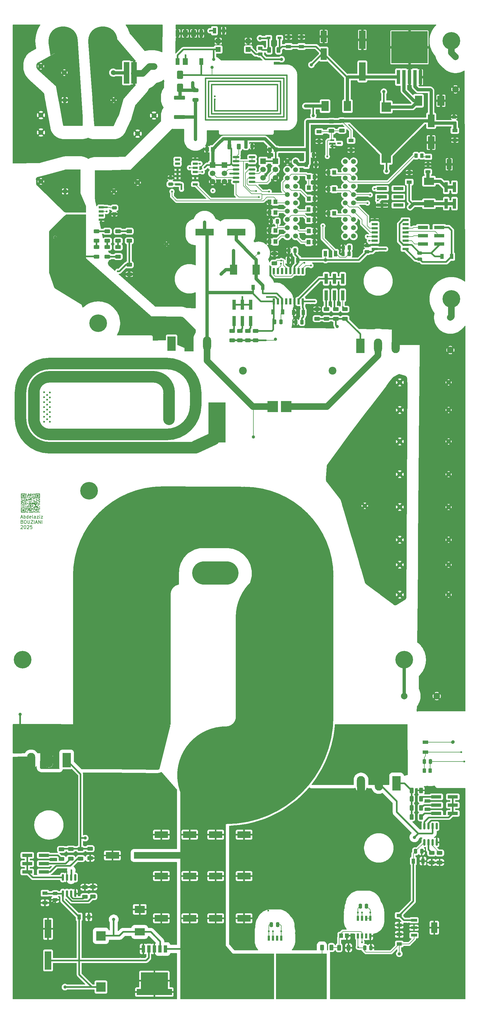
<source format=gtl>
G04 #@! TF.GenerationSoftware,KiCad,Pcbnew,9.0.3*
G04 #@! TF.CreationDate,2025-10-06T17:39:24+02:00*
G04 #@! TF.ProjectId,LLC_DCDC_V3,4c4c435f-4443-4444-935f-56332e6b6963,rev?*
G04 #@! TF.SameCoordinates,Original*
G04 #@! TF.FileFunction,Copper,L1,Top*
G04 #@! TF.FilePolarity,Positive*
%FSLAX46Y46*%
G04 Gerber Fmt 4.6, Leading zero omitted, Abs format (unit mm)*
G04 Created by KiCad (PCBNEW 9.0.3) date 2025-10-06 17:39:24*
%MOMM*%
%LPD*%
G01*
G04 APERTURE LIST*
G04 Aperture macros list*
%AMRoundRect*
0 Rectangle with rounded corners*
0 $1 Rounding radius*
0 $2 $3 $4 $5 $6 $7 $8 $9 X,Y pos of 4 corners*
0 Add a 4 corners polygon primitive as box body*
4,1,4,$2,$3,$4,$5,$6,$7,$8,$9,$2,$3,0*
0 Add four circle primitives for the rounded corners*
1,1,$1+$1,$2,$3*
1,1,$1+$1,$4,$5*
1,1,$1+$1,$6,$7*
1,1,$1+$1,$8,$9*
0 Add four rect primitives between the rounded corners*
20,1,$1+$1,$2,$3,$4,$5,0*
20,1,$1+$1,$4,$5,$6,$7,0*
20,1,$1+$1,$6,$7,$8,$9,0*
20,1,$1+$1,$8,$9,$2,$3,0*%
G04 Aperture macros list end*
G04 #@! TA.AperFunction,Conductor*
%ADD10C,0.500000*%
G04 #@! TD*
G04 #@! TA.AperFunction,Conductor*
%ADD11C,0.000000*%
G04 #@! TD*
G04 #@! TA.AperFunction,Conductor*
%ADD12C,0.200000*%
G04 #@! TD*
G04 #@! TA.AperFunction,Conductor*
%ADD13C,0.100000*%
G04 #@! TD*
G04 #@! TA.AperFunction,Conductor*
%ADD14C,4.000000*%
G04 #@! TD*
G04 #@! TA.AperFunction,NonConductor*
%ADD15C,7.125000*%
G04 #@! TD*
G04 #@! TA.AperFunction,Conductor*
%ADD16C,2.500000*%
G04 #@! TD*
G04 #@! TA.AperFunction,Conductor*
%ADD17C,4.500000*%
G04 #@! TD*
%ADD18C,0.200000*%
G04 #@! TA.AperFunction,NonConductor*
%ADD19C,0.200000*%
G04 #@! TD*
G04 #@! TA.AperFunction,EtchedComponent*
%ADD20C,18.880000*%
G04 #@! TD*
G04 #@! TA.AperFunction,EtchedComponent*
%ADD21C,30.000000*%
G04 #@! TD*
G04 #@! TA.AperFunction,EtchedComponent*
%ADD22C,0.200000*%
G04 #@! TD*
G04 #@! TA.AperFunction,EtchedComponent*
%ADD23C,0.300000*%
G04 #@! TD*
G04 #@! TA.AperFunction,EtchedComponent*
%ADD24C,0.000000*%
G04 #@! TD*
G04 #@! TA.AperFunction,EtchedComponent*
%ADD25C,3.575000*%
G04 #@! TD*
G04 #@! TA.AperFunction,EtchedComponent*
%ADD26C,0.450000*%
G04 #@! TD*
G04 #@! TA.AperFunction,ComponentPad*
%ADD27C,0.800000*%
G04 #@! TD*
G04 #@! TA.AperFunction,ComponentPad*
%ADD28C,5.400000*%
G04 #@! TD*
G04 #@! TA.AperFunction,SMDPad,CuDef*
%ADD29RoundRect,0.250000X-0.625000X0.312500X-0.625000X-0.312500X0.625000X-0.312500X0.625000X0.312500X0*%
G04 #@! TD*
G04 #@! TA.AperFunction,SMDPad,CuDef*
%ADD30R,1.150000X1.450000*%
G04 #@! TD*
G04 #@! TA.AperFunction,ComponentPad*
%ADD31R,2.500000X4.500000*%
G04 #@! TD*
G04 #@! TA.AperFunction,ComponentPad*
%ADD32O,2.500000X4.500000*%
G04 #@! TD*
G04 #@! TA.AperFunction,SMDPad,CuDef*
%ADD33C,1.000000*%
G04 #@! TD*
G04 #@! TA.AperFunction,SMDPad,CuDef*
%ADD34R,2.050000X4.000000*%
G04 #@! TD*
G04 #@! TA.AperFunction,SMDPad,CuDef*
%ADD35RoundRect,0.250000X-0.250000X-0.475000X0.250000X-0.475000X0.250000X0.475000X-0.250000X0.475000X0*%
G04 #@! TD*
G04 #@! TA.AperFunction,SMDPad,CuDef*
%ADD36R,4.100000X2.000000*%
G04 #@! TD*
G04 #@! TA.AperFunction,ComponentPad*
%ADD37C,1.400000*%
G04 #@! TD*
G04 #@! TA.AperFunction,SMDPad,CuDef*
%ADD38RoundRect,0.250000X-0.262500X-0.450000X0.262500X-0.450000X0.262500X0.450000X-0.262500X0.450000X0*%
G04 #@! TD*
G04 #@! TA.AperFunction,SMDPad,CuDef*
%ADD39R,0.650000X1.500000*%
G04 #@! TD*
G04 #@! TA.AperFunction,SMDPad,CuDef*
%ADD40RoundRect,0.250000X-0.312500X-0.625000X0.312500X-0.625000X0.312500X0.625000X-0.312500X0.625000X0*%
G04 #@! TD*
G04 #@! TA.AperFunction,ComponentPad*
%ADD41R,1.700000X1.700000*%
G04 #@! TD*
G04 #@! TA.AperFunction,ComponentPad*
%ADD42C,1.700000*%
G04 #@! TD*
G04 #@! TA.AperFunction,ComponentPad*
%ADD43C,1.500000*%
G04 #@! TD*
G04 #@! TA.AperFunction,SMDPad,CuDef*
%ADD44RoundRect,0.250000X-0.450000X0.262500X-0.450000X-0.262500X0.450000X-0.262500X0.450000X0.262500X0*%
G04 #@! TD*
G04 #@! TA.AperFunction,SMDPad,CuDef*
%ADD45R,5.700000X2.000000*%
G04 #@! TD*
G04 #@! TA.AperFunction,SMDPad,CuDef*
%ADD46RoundRect,0.250000X0.625000X-0.312500X0.625000X0.312500X-0.625000X0.312500X-0.625000X-0.312500X0*%
G04 #@! TD*
G04 #@! TA.AperFunction,SMDPad,CuDef*
%ADD47R,2.900000X3.000000*%
G04 #@! TD*
G04 #@! TA.AperFunction,SMDPad,CuDef*
%ADD48R,3.150000X1.000000*%
G04 #@! TD*
G04 #@! TA.AperFunction,SMDPad,CuDef*
%ADD49RoundRect,0.250000X0.475000X-0.250000X0.475000X0.250000X-0.475000X0.250000X-0.475000X-0.250000X0*%
G04 #@! TD*
G04 #@! TA.AperFunction,SMDPad,CuDef*
%ADD50RoundRect,0.250000X0.312500X0.625000X-0.312500X0.625000X-0.312500X-0.625000X0.312500X-0.625000X0*%
G04 #@! TD*
G04 #@! TA.AperFunction,SMDPad,CuDef*
%ADD51RoundRect,0.250000X-0.475000X0.250000X-0.475000X-0.250000X0.475000X-0.250000X0.475000X0.250000X0*%
G04 #@! TD*
G04 #@! TA.AperFunction,SMDPad,CuDef*
%ADD52R,1.800000X1.050000*%
G04 #@! TD*
G04 #@! TA.AperFunction,SMDPad,CuDef*
%ADD53R,1.050000X1.600000*%
G04 #@! TD*
G04 #@! TA.AperFunction,SMDPad,CuDef*
%ADD54R,2.000000X5.700000*%
G04 #@! TD*
G04 #@! TA.AperFunction,SMDPad,CuDef*
%ADD55R,1.500000X0.650000*%
G04 #@! TD*
G04 #@! TA.AperFunction,SMDPad,CuDef*
%ADD56R,2.250000X3.150000*%
G04 #@! TD*
G04 #@! TA.AperFunction,SMDPad,CuDef*
%ADD57RoundRect,0.150000X0.150000X-0.825000X0.150000X0.825000X-0.150000X0.825000X-0.150000X-0.825000X0*%
G04 #@! TD*
G04 #@! TA.AperFunction,ComponentPad*
%ADD58R,1.300000X1.300000*%
G04 #@! TD*
G04 #@! TA.AperFunction,ComponentPad*
%ADD59C,1.300000*%
G04 #@! TD*
G04 #@! TA.AperFunction,SMDPad,CuDef*
%ADD60R,1.050000X1.800000*%
G04 #@! TD*
G04 #@! TA.AperFunction,SMDPad,CuDef*
%ADD61RoundRect,0.250000X0.250000X0.475000X-0.250000X0.475000X-0.250000X-0.475000X0.250000X-0.475000X0*%
G04 #@! TD*
G04 #@! TA.AperFunction,SMDPad,CuDef*
%ADD62R,1.600000X1.500000*%
G04 #@! TD*
G04 #@! TA.AperFunction,SMDPad,CuDef*
%ADD63RoundRect,0.250000X0.650000X-1.000000X0.650000X1.000000X-0.650000X1.000000X-0.650000X-1.000000X0*%
G04 #@! TD*
G04 #@! TA.AperFunction,SMDPad,CuDef*
%ADD64R,0.650000X1.528000*%
G04 #@! TD*
G04 #@! TA.AperFunction,SMDPad,CuDef*
%ADD65R,1.600000X1.050000*%
G04 #@! TD*
G04 #@! TA.AperFunction,SMDPad,CuDef*
%ADD66R,1.168000X2.032000*%
G04 #@! TD*
G04 #@! TA.AperFunction,SMDPad,CuDef*
%ADD67R,1.524000X2.032000*%
G04 #@! TD*
G04 #@! TA.AperFunction,ComponentPad*
%ADD68C,0.900000*%
G04 #@! TD*
G04 #@! TA.AperFunction,ComponentPad*
%ADD69C,9.000000*%
G04 #@! TD*
G04 #@! TA.AperFunction,SMDPad,CuDef*
%ADD70RoundRect,0.250000X0.650000X-0.325000X0.650000X0.325000X-0.650000X0.325000X-0.650000X-0.325000X0*%
G04 #@! TD*
G04 #@! TA.AperFunction,SMDPad,CuDef*
%ADD71R,1.850000X3.550000*%
G04 #@! TD*
G04 #@! TA.AperFunction,SMDPad,CuDef*
%ADD72RoundRect,0.250000X0.262500X0.450000X-0.262500X0.450000X-0.262500X-0.450000X0.262500X-0.450000X0*%
G04 #@! TD*
G04 #@! TA.AperFunction,SMDPad,CuDef*
%ADD73RoundRect,0.150000X-0.825000X-0.150000X0.825000X-0.150000X0.825000X0.150000X-0.825000X0.150000X0*%
G04 #@! TD*
G04 #@! TA.AperFunction,ComponentPad*
%ADD74C,2.400000*%
G04 #@! TD*
G04 #@! TA.AperFunction,ComponentPad*
%ADD75C,2.000000*%
G04 #@! TD*
G04 #@! TA.AperFunction,SMDPad,CuDef*
%ADD76R,1.200000X0.750000*%
G04 #@! TD*
G04 #@! TA.AperFunction,SMDPad,CuDef*
%ADD77R,1.000000X3.150000*%
G04 #@! TD*
G04 #@! TA.AperFunction,SMDPad,CuDef*
%ADD78R,4.450000X1.520000*%
G04 #@! TD*
G04 #@! TA.AperFunction,SMDPad,CuDef*
%ADD79R,3.250000X3.400000*%
G04 #@! TD*
G04 #@! TA.AperFunction,SMDPad,CuDef*
%ADD80R,0.650000X1.850000*%
G04 #@! TD*
G04 #@! TA.AperFunction,SMDPad,CuDef*
%ADD81R,1.950000X0.650000*%
G04 #@! TD*
G04 #@! TA.AperFunction,SMDPad,CuDef*
%ADD82R,1.020000X4.320000*%
G04 #@! TD*
G04 #@! TA.AperFunction,SMDPad,CuDef*
%ADD83R,11.180000X9.910000*%
G04 #@! TD*
G04 #@! TA.AperFunction,SMDPad,CuDef*
%ADD84R,3.150000X2.250000*%
G04 #@! TD*
G04 #@! TA.AperFunction,ComponentPad*
%ADD85C,1.508000*%
G04 #@! TD*
G04 #@! TA.AperFunction,SMDPad,CuDef*
%ADD86R,1.500000X0.900000*%
G04 #@! TD*
G04 #@! TA.AperFunction,SMDPad,CuDef*
%ADD87R,1.500000X3.200000*%
G04 #@! TD*
G04 #@! TA.AperFunction,SMDPad,CuDef*
%ADD88R,1.750000X6.600000*%
G04 #@! TD*
G04 #@! TA.AperFunction,SMDPad,CuDef*
%ADD89R,1.070000X2.160000*%
G04 #@! TD*
G04 #@! TA.AperFunction,SMDPad,CuDef*
%ADD90R,10.800000X1.910000*%
G04 #@! TD*
G04 #@! TA.AperFunction,SMDPad,CuDef*
%ADD91R,8.330000X5.080000*%
G04 #@! TD*
G04 #@! TA.AperFunction,SMDPad,CuDef*
%ADD92R,1.050000X1.820000*%
G04 #@! TD*
G04 #@! TA.AperFunction,SMDPad,CuDef*
%ADD93RoundRect,0.250000X1.425000X-0.362500X1.425000X0.362500X-1.425000X0.362500X-1.425000X-0.362500X0*%
G04 #@! TD*
G04 #@! TA.AperFunction,SMDPad,CuDef*
%ADD94R,1.250000X0.600000*%
G04 #@! TD*
G04 #@! TA.AperFunction,SMDPad,CuDef*
%ADD95R,1.525000X0.650000*%
G04 #@! TD*
G04 #@! TA.AperFunction,SMDPad,CuDef*
%ADD96R,1.850000X0.900000*%
G04 #@! TD*
G04 #@! TA.AperFunction,SMDPad,CuDef*
%ADD97R,1.850000X3.200000*%
G04 #@! TD*
G04 #@! TA.AperFunction,ViaPad*
%ADD98C,0.600000*%
G04 #@! TD*
G04 #@! TA.AperFunction,Conductor*
%ADD99C,2.000000*%
G04 #@! TD*
G04 #@! TA.AperFunction,Conductor*
%ADD100C,1.000000*%
G04 #@! TD*
G04 #@! TA.AperFunction,Conductor*
%ADD101C,0.540000*%
G04 #@! TD*
G04 APERTURE END LIST*
G04 #@! TA.AperFunction,NonConductor*
G36*
X80362380Y-196480000D02*
G01*
X80562380Y-196480000D01*
X80562380Y-196680000D01*
X80362380Y-196680000D01*
X80362380Y-196480000D01*
G37*
G04 #@! TD.AperFunction*
G04 #@! TA.AperFunction,NonConductor*
G36*
X81562380Y-200480000D02*
G01*
X81762380Y-200480000D01*
X81762380Y-200680000D01*
X81562380Y-200680000D01*
X81562380Y-200480000D01*
G37*
G04 #@! TD.AperFunction*
G04 #@! TA.AperFunction,NonConductor*
G36*
X82962380Y-199680000D02*
G01*
X83162380Y-199680000D01*
X83162380Y-199880000D01*
X82962380Y-199880000D01*
X82962380Y-199680000D01*
G37*
G04 #@! TD.AperFunction*
G04 #@! TA.AperFunction,NonConductor*
G36*
X80762380Y-199680000D02*
G01*
X80962380Y-199680000D01*
X80962380Y-199880000D01*
X80762380Y-199880000D01*
X80762380Y-199680000D01*
G37*
G04 #@! TD.AperFunction*
G04 #@! TA.AperFunction,NonConductor*
G36*
X82362380Y-198680000D02*
G01*
X82562380Y-198680000D01*
X82562380Y-198880000D01*
X82362380Y-198880000D01*
X82362380Y-198680000D01*
G37*
G04 #@! TD.AperFunction*
G04 #@! TA.AperFunction,NonConductor*
G36*
X83362380Y-199680000D02*
G01*
X83562380Y-199680000D01*
X83562380Y-199880000D01*
X83362380Y-199880000D01*
X83362380Y-199680000D01*
G37*
G04 #@! TD.AperFunction*
G04 #@! TA.AperFunction,NonConductor*
G36*
X80362380Y-197680000D02*
G01*
X80562380Y-197680000D01*
X80562380Y-197880000D01*
X80362380Y-197880000D01*
X80362380Y-197680000D01*
G37*
G04 #@! TD.AperFunction*
G04 #@! TA.AperFunction,NonConductor*
G36*
X84962380Y-198880000D02*
G01*
X85162380Y-198880000D01*
X85162380Y-199080000D01*
X84962380Y-199080000D01*
X84962380Y-198880000D01*
G37*
G04 #@! TD.AperFunction*
G04 #@! TA.AperFunction,NonConductor*
G36*
X82962380Y-199880000D02*
G01*
X83162380Y-199880000D01*
X83162380Y-200080000D01*
X82962380Y-200080000D01*
X82962380Y-199880000D01*
G37*
G04 #@! TD.AperFunction*
G04 #@! TA.AperFunction,NonConductor*
G36*
X80362380Y-197480000D02*
G01*
X80562380Y-197480000D01*
X80562380Y-197680000D01*
X80362380Y-197680000D01*
X80362380Y-197480000D01*
G37*
G04 #@! TD.AperFunction*
G04 #@! TA.AperFunction,NonConductor*
G36*
X80762380Y-199880000D02*
G01*
X80962380Y-199880000D01*
X80962380Y-200080000D01*
X80762380Y-200080000D01*
X80762380Y-199880000D01*
G37*
G04 #@! TD.AperFunction*
G04 #@! TA.AperFunction,NonConductor*
G36*
X83162380Y-196480000D02*
G01*
X83362380Y-196480000D01*
X83362380Y-196680000D01*
X83162380Y-196680000D01*
X83162380Y-196480000D01*
G37*
G04 #@! TD.AperFunction*
G04 #@! TA.AperFunction,NonConductor*
G36*
X80962380Y-196480000D02*
G01*
X81162380Y-196480000D01*
X81162380Y-196680000D01*
X80962380Y-196680000D01*
X80962380Y-196480000D01*
G37*
G04 #@! TD.AperFunction*
G04 #@! TA.AperFunction,NonConductor*
G36*
X85962380Y-198280000D02*
G01*
X86162380Y-198280000D01*
X86162380Y-198480000D01*
X85962380Y-198480000D01*
X85962380Y-198280000D01*
G37*
G04 #@! TD.AperFunction*
G04 #@! TA.AperFunction,Conductor*
G36*
X179120000Y-267255000D02*
G01*
X198360000Y-267255000D01*
X198360000Y-278275000D01*
X179120000Y-278275000D01*
X179120000Y-267255000D01*
G37*
G04 #@! TD.AperFunction*
G04 #@! TA.AperFunction,Conductor*
G36*
X158660000Y-337565000D02*
G01*
X174280000Y-337565000D01*
X174280000Y-351575000D01*
X158660000Y-351575000D01*
X158660000Y-337565000D01*
G37*
G04 #@! TD.AperFunction*
G04 #@! TA.AperFunction,NonConductor*
G36*
X82762380Y-197680000D02*
G01*
X82962380Y-197680000D01*
X82962380Y-197880000D01*
X82762380Y-197880000D01*
X82762380Y-197680000D01*
G37*
G04 #@! TD.AperFunction*
G04 #@! TA.AperFunction,NonConductor*
G36*
X85162380Y-201880000D02*
G01*
X85362380Y-201880000D01*
X85362380Y-202080000D01*
X85162380Y-202080000D01*
X85162380Y-201880000D01*
G37*
G04 #@! TD.AperFunction*
G04 #@! TA.AperFunction,NonConductor*
G36*
X83962380Y-201080000D02*
G01*
X84162380Y-201080000D01*
X84162380Y-201280000D01*
X83962380Y-201280000D01*
X83962380Y-201080000D01*
G37*
G04 #@! TD.AperFunction*
G04 #@! TA.AperFunction,NonConductor*
G36*
X80362380Y-196680000D02*
G01*
X80562380Y-196680000D01*
X80562380Y-196880000D01*
X80362380Y-196880000D01*
X80362380Y-196680000D01*
G37*
G04 #@! TD.AperFunction*
G04 #@! TA.AperFunction,NonConductor*
G36*
X81762380Y-198880000D02*
G01*
X81962380Y-198880000D01*
X81962380Y-199080000D01*
X81762380Y-199080000D01*
X81762380Y-198880000D01*
G37*
G04 #@! TD.AperFunction*
G04 #@! TA.AperFunction,NonConductor*
G36*
X84762380Y-201480000D02*
G01*
X84962380Y-201480000D01*
X84962380Y-201680000D01*
X84762380Y-201680000D01*
X84762380Y-201480000D01*
G37*
G04 #@! TD.AperFunction*
D10*
X135680000Y-64085310D02*
X135690000Y-68060000D01*
G04 #@! TA.AperFunction,NonConductor*
G36*
X85962380Y-202080000D02*
G01*
X86162380Y-202080000D01*
X86162380Y-202280000D01*
X85962380Y-202280000D01*
X85962380Y-202080000D01*
G37*
G04 #@! TD.AperFunction*
G04 #@! TA.AperFunction,NonConductor*
G36*
X80562380Y-197680000D02*
G01*
X80762380Y-197680000D01*
X80762380Y-197880000D01*
X80562380Y-197880000D01*
X80562380Y-197680000D01*
G37*
G04 #@! TD.AperFunction*
G04 #@! TA.AperFunction,NonConductor*
G36*
X82362380Y-201680000D02*
G01*
X82562380Y-201680000D01*
X82562380Y-201880000D01*
X82362380Y-201880000D01*
X82362380Y-201680000D01*
G37*
G04 #@! TD.AperFunction*
G04 #@! TA.AperFunction,Conductor*
G36*
X129280000Y-282315000D02*
G01*
X143290000Y-282315000D01*
X143290000Y-298515000D01*
X129280000Y-298515000D01*
X129280000Y-282315000D01*
G37*
G04 #@! TD.AperFunction*
G04 #@! TA.AperFunction,NonConductor*
G36*
X83962380Y-198080000D02*
G01*
X84162380Y-198080000D01*
X84162380Y-198280000D01*
X83962380Y-198280000D01*
X83962380Y-198080000D01*
G37*
G04 #@! TD.AperFunction*
G04 #@! TA.AperFunction,NonConductor*
G36*
X84362380Y-199280000D02*
G01*
X84562380Y-199280000D01*
X84562380Y-199480000D01*
X84362380Y-199480000D01*
X84362380Y-199280000D01*
G37*
G04 #@! TD.AperFunction*
G04 #@! TA.AperFunction,NonConductor*
G36*
X83362380Y-198880000D02*
G01*
X83562380Y-198880000D01*
X83562380Y-199080000D01*
X83362380Y-199080000D01*
X83362380Y-198880000D01*
G37*
G04 #@! TD.AperFunction*
G04 #@! TA.AperFunction,NonConductor*
G36*
X81162380Y-196480000D02*
G01*
X81362380Y-196480000D01*
X81362380Y-196680000D01*
X81162380Y-196680000D01*
X81162380Y-196480000D01*
G37*
G04 #@! TD.AperFunction*
D11*
G04 #@! TA.AperFunction,Conductor*
G36*
X94160000Y-100665000D02*
G01*
X93610000Y-97185000D01*
X94160000Y-97035000D01*
X94160000Y-100665000D01*
G37*
G04 #@! TD.AperFunction*
G04 #@! TA.AperFunction,NonConductor*
G36*
X85162380Y-200480000D02*
G01*
X85362380Y-200480000D01*
X85362380Y-200680000D01*
X85162380Y-200680000D01*
X85162380Y-200480000D01*
G37*
G04 #@! TD.AperFunction*
G04 #@! TA.AperFunction,NonConductor*
G36*
X82962380Y-196880000D02*
G01*
X83162380Y-196880000D01*
X83162380Y-197080000D01*
X82962380Y-197080000D01*
X82962380Y-196880000D01*
G37*
G04 #@! TD.AperFunction*
G04 #@! TA.AperFunction,NonConductor*
G36*
X80362380Y-198880000D02*
G01*
X80562380Y-198880000D01*
X80562380Y-199080000D01*
X80362380Y-199080000D01*
X80362380Y-198880000D01*
G37*
G04 #@! TD.AperFunction*
G04 #@! TA.AperFunction,NonConductor*
G36*
X82362380Y-199280000D02*
G01*
X82562380Y-199280000D01*
X82562380Y-199480000D01*
X82362380Y-199480000D01*
X82362380Y-199280000D01*
G37*
G04 #@! TD.AperFunction*
G04 #@! TA.AperFunction,NonConductor*
G36*
X81162380Y-202080000D02*
G01*
X81362380Y-202080000D01*
X81362380Y-202280000D01*
X81162380Y-202280000D01*
X81162380Y-202080000D01*
G37*
G04 #@! TD.AperFunction*
D12*
X102970000Y-80965000D02*
X108710000Y-80965000D01*
X108710000Y-83685000D01*
X102970000Y-83685000D01*
X102970000Y-80965000D01*
G04 #@! TA.AperFunction,Conductor*
G36*
X102970000Y-80965000D02*
G01*
X108710000Y-80965000D01*
X108710000Y-83685000D01*
X102970000Y-83685000D01*
X102970000Y-80965000D01*
G37*
G04 #@! TD.AperFunction*
G04 #@! TA.AperFunction,NonConductor*
G36*
X84562380Y-200480000D02*
G01*
X84762380Y-200480000D01*
X84762380Y-200680000D01*
X84562380Y-200680000D01*
X84562380Y-200480000D01*
G37*
G04 #@! TD.AperFunction*
G04 #@! TA.AperFunction,NonConductor*
G36*
X84362380Y-196480000D02*
G01*
X84562380Y-196480000D01*
X84562380Y-196680000D01*
X84362380Y-196680000D01*
X84362380Y-196480000D01*
G37*
G04 #@! TD.AperFunction*
G04 #@! TA.AperFunction,NonConductor*
G36*
X82162380Y-197080000D02*
G01*
X82362380Y-197080000D01*
X82362380Y-197280000D01*
X82162380Y-197280000D01*
X82162380Y-197080000D01*
G37*
G04 #@! TD.AperFunction*
G04 #@! TA.AperFunction,NonConductor*
G36*
X80962380Y-201480000D02*
G01*
X81162380Y-201480000D01*
X81162380Y-201680000D01*
X80962380Y-201680000D01*
X80962380Y-201480000D01*
G37*
G04 #@! TD.AperFunction*
G04 #@! TA.AperFunction,NonConductor*
G36*
X82562380Y-201280000D02*
G01*
X82762380Y-201280000D01*
X82762380Y-201480000D01*
X82562380Y-201480000D01*
X82562380Y-201280000D01*
G37*
G04 #@! TD.AperFunction*
G04 #@! TA.AperFunction,NonConductor*
G36*
X85762380Y-197680000D02*
G01*
X85962380Y-197680000D01*
X85962380Y-197880000D01*
X85762380Y-197880000D01*
X85762380Y-197680000D01*
G37*
G04 #@! TD.AperFunction*
G04 #@! TA.AperFunction,NonConductor*
G36*
X82962380Y-197480000D02*
G01*
X83162380Y-197480000D01*
X83162380Y-197680000D01*
X82962380Y-197680000D01*
X82962380Y-197480000D01*
G37*
G04 #@! TD.AperFunction*
G04 #@! TA.AperFunction,NonConductor*
G36*
X83362380Y-199480000D02*
G01*
X83562380Y-199480000D01*
X83562380Y-199680000D01*
X83362380Y-199680000D01*
X83362380Y-199480000D01*
G37*
G04 #@! TD.AperFunction*
G04 #@! TA.AperFunction,NonConductor*
G36*
X83762380Y-196880000D02*
G01*
X83962380Y-196880000D01*
X83962380Y-197080000D01*
X83762380Y-197080000D01*
X83762380Y-196880000D01*
G37*
G04 #@! TD.AperFunction*
G04 #@! TA.AperFunction,NonConductor*
G36*
X82162380Y-199480000D02*
G01*
X82362380Y-199480000D01*
X82362380Y-199680000D01*
X82162380Y-199680000D01*
X82162380Y-199480000D01*
G37*
G04 #@! TD.AperFunction*
G04 #@! TA.AperFunction,NonConductor*
G36*
X84362380Y-199480000D02*
G01*
X84562380Y-199480000D01*
X84562380Y-199680000D01*
X84362380Y-199680000D01*
X84362380Y-199480000D01*
G37*
G04 #@! TD.AperFunction*
G04 #@! TA.AperFunction,NonConductor*
G36*
X81162380Y-200480000D02*
G01*
X81362380Y-200480000D01*
X81362380Y-200680000D01*
X81162380Y-200680000D01*
X81162380Y-200480000D01*
G37*
G04 #@! TD.AperFunction*
G04 #@! TA.AperFunction,NonConductor*
G36*
X85362380Y-202080000D02*
G01*
X85562380Y-202080000D01*
X85562380Y-202280000D01*
X85362380Y-202280000D01*
X85362380Y-202080000D01*
G37*
G04 #@! TD.AperFunction*
G04 #@! TA.AperFunction,NonConductor*
G36*
X81562380Y-198080000D02*
G01*
X81762380Y-198080000D01*
X81762380Y-198280000D01*
X81562380Y-198280000D01*
X81562380Y-198080000D01*
G37*
G04 #@! TD.AperFunction*
G04 #@! TA.AperFunction,NonConductor*
G36*
X80762380Y-197680000D02*
G01*
X80962380Y-197680000D01*
X80962380Y-197880000D01*
X80762380Y-197880000D01*
X80762380Y-197680000D01*
G37*
G04 #@! TD.AperFunction*
G04 #@! TA.AperFunction,NonConductor*
G36*
X83162380Y-201680000D02*
G01*
X83362380Y-201680000D01*
X83362380Y-201880000D01*
X83162380Y-201880000D01*
X83162380Y-201680000D01*
G37*
G04 #@! TD.AperFunction*
G04 #@! TA.AperFunction,NonConductor*
G36*
X83962380Y-196480000D02*
G01*
X84162380Y-196480000D01*
X84162380Y-196680000D01*
X83962380Y-196680000D01*
X83962380Y-196480000D01*
G37*
G04 #@! TD.AperFunction*
G04 #@! TA.AperFunction,NonConductor*
G36*
X83162380Y-199480000D02*
G01*
X83362380Y-199480000D01*
X83362380Y-199680000D01*
X83162380Y-199680000D01*
X83162380Y-199480000D01*
G37*
G04 #@! TD.AperFunction*
G04 #@! TA.AperFunction,NonConductor*
G36*
X85562380Y-197280000D02*
G01*
X85762380Y-197280000D01*
X85762380Y-197480000D01*
X85562380Y-197480000D01*
X85562380Y-197280000D01*
G37*
G04 #@! TD.AperFunction*
G04 #@! TA.AperFunction,NonConductor*
G36*
X84562380Y-201280000D02*
G01*
X84762380Y-201280000D01*
X84762380Y-201480000D01*
X84562380Y-201480000D01*
X84562380Y-201280000D01*
G37*
G04 #@! TD.AperFunction*
D10*
X206340000Y-296815000D02*
X209320000Y-296825000D01*
G04 #@! TA.AperFunction,NonConductor*
G36*
X80562380Y-200080000D02*
G01*
X80762380Y-200080000D01*
X80762380Y-200280000D01*
X80562380Y-200280000D01*
X80562380Y-200080000D01*
G37*
G04 #@! TD.AperFunction*
G04 #@! TA.AperFunction,NonConductor*
G36*
X81962380Y-199680000D02*
G01*
X82162380Y-199680000D01*
X82162380Y-199880000D01*
X81962380Y-199880000D01*
X81962380Y-199680000D01*
G37*
G04 #@! TD.AperFunction*
G04 #@! TA.AperFunction,NonConductor*
G36*
X81162380Y-197080000D02*
G01*
X81362380Y-197080000D01*
X81362380Y-197280000D01*
X81162380Y-197280000D01*
X81162380Y-197080000D01*
G37*
G04 #@! TD.AperFunction*
G04 #@! TA.AperFunction,NonConductor*
G36*
X80962380Y-197680000D02*
G01*
X81162380Y-197680000D01*
X81162380Y-197880000D01*
X80962380Y-197880000D01*
X80962380Y-197680000D01*
G37*
G04 #@! TD.AperFunction*
G04 #@! TA.AperFunction,NonConductor*
G36*
X85962380Y-196480000D02*
G01*
X86162380Y-196480000D01*
X86162380Y-196680000D01*
X85962380Y-196680000D01*
X85962380Y-196480000D01*
G37*
G04 #@! TD.AperFunction*
G04 #@! TA.AperFunction,Conductor*
G36*
X94160000Y-97035000D02*
G01*
X98610000Y-97035000D01*
X98610000Y-102375000D01*
X94160000Y-102375000D01*
X94160000Y-97035000D01*
G37*
G04 #@! TD.AperFunction*
G04 #@! TA.AperFunction,NonConductor*
G36*
X83962380Y-198680000D02*
G01*
X84162380Y-198680000D01*
X84162380Y-198880000D01*
X83962380Y-198880000D01*
X83962380Y-198680000D01*
G37*
G04 #@! TD.AperFunction*
D11*
G04 #@! TA.AperFunction,Conductor*
G36*
X192790000Y-93955000D02*
G01*
X180250000Y-81675000D01*
X204870000Y-81625000D01*
X192790000Y-93955000D01*
G37*
G04 #@! TD.AperFunction*
G04 #@! TA.AperFunction,NonConductor*
G36*
X85162380Y-199680000D02*
G01*
X85362380Y-199680000D01*
X85362380Y-199880000D01*
X85162380Y-199880000D01*
X85162380Y-199680000D01*
G37*
G04 #@! TD.AperFunction*
G04 #@! TA.AperFunction,NonConductor*
G36*
X80762380Y-198880000D02*
G01*
X80962380Y-198880000D01*
X80962380Y-199080000D01*
X80762380Y-199080000D01*
X80762380Y-198880000D01*
G37*
G04 #@! TD.AperFunction*
G04 #@! TA.AperFunction,NonConductor*
G36*
X84362380Y-197480000D02*
G01*
X84562380Y-197480000D01*
X84562380Y-197680000D01*
X84362380Y-197680000D01*
X84362380Y-197480000D01*
G37*
G04 #@! TD.AperFunction*
G04 #@! TA.AperFunction,NonConductor*
G36*
X81162380Y-199880000D02*
G01*
X81362380Y-199880000D01*
X81362380Y-200080000D01*
X81162380Y-200080000D01*
X81162380Y-199880000D01*
G37*
G04 #@! TD.AperFunction*
G04 #@! TA.AperFunction,NonConductor*
G36*
X82762380Y-199280000D02*
G01*
X82962380Y-199280000D01*
X82962380Y-199480000D01*
X82762380Y-199480000D01*
X82762380Y-199280000D01*
G37*
G04 #@! TD.AperFunction*
G04 #@! TA.AperFunction,NonConductor*
G36*
X82562380Y-198080000D02*
G01*
X82762380Y-198080000D01*
X82762380Y-198280000D01*
X82562380Y-198280000D01*
X82562380Y-198080000D01*
G37*
G04 #@! TD.AperFunction*
G04 #@! TA.AperFunction,NonConductor*
G36*
X85962380Y-197080000D02*
G01*
X86162380Y-197080000D01*
X86162380Y-197280000D01*
X85962380Y-197280000D01*
X85962380Y-197080000D01*
G37*
G04 #@! TD.AperFunction*
G04 #@! TA.AperFunction,NonConductor*
G36*
X82762380Y-200280000D02*
G01*
X82962380Y-200280000D01*
X82962380Y-200480000D01*
X82762380Y-200480000D01*
X82762380Y-200280000D01*
G37*
G04 #@! TD.AperFunction*
G04 #@! TA.AperFunction,NonConductor*
G36*
X84762380Y-197280000D02*
G01*
X84962380Y-197280000D01*
X84962380Y-197480000D01*
X84762380Y-197480000D01*
X84762380Y-197280000D01*
G37*
G04 #@! TD.AperFunction*
D12*
X138990000Y-65765000D02*
X138990000Y-68045000D01*
G04 #@! TA.AperFunction,NonConductor*
G36*
X83762380Y-201080000D02*
G01*
X83962380Y-201080000D01*
X83962380Y-201280000D01*
X83762380Y-201280000D01*
X83762380Y-201080000D01*
G37*
G04 #@! TD.AperFunction*
G04 #@! TA.AperFunction,NonConductor*
G36*
X85562380Y-197080000D02*
G01*
X85762380Y-197080000D01*
X85762380Y-197280000D01*
X85562380Y-197280000D01*
X85562380Y-197080000D01*
G37*
G04 #@! TD.AperFunction*
G04 #@! TA.AperFunction,NonConductor*
G36*
X84362380Y-201080000D02*
G01*
X84562380Y-201080000D01*
X84562380Y-201280000D01*
X84362380Y-201280000D01*
X84362380Y-201080000D01*
G37*
G04 #@! TD.AperFunction*
G04 #@! TA.AperFunction,NonConductor*
G36*
X83162380Y-201080000D02*
G01*
X83362380Y-201080000D01*
X83362380Y-201280000D01*
X83162380Y-201280000D01*
X83162380Y-201080000D01*
G37*
G04 #@! TD.AperFunction*
G04 #@! TA.AperFunction,NonConductor*
G36*
X84162380Y-201880000D02*
G01*
X84362380Y-201880000D01*
X84362380Y-202080000D01*
X84162380Y-202080000D01*
X84162380Y-201880000D01*
G37*
G04 #@! TD.AperFunction*
G04 #@! TA.AperFunction,NonConductor*
G36*
X81762380Y-198480000D02*
G01*
X81962380Y-198480000D01*
X81962380Y-198680000D01*
X81762380Y-198680000D01*
X81762380Y-198480000D01*
G37*
G04 #@! TD.AperFunction*
G04 #@! TA.AperFunction,NonConductor*
G36*
X85362380Y-196880000D02*
G01*
X85562380Y-196880000D01*
X85562380Y-197080000D01*
X85362380Y-197080000D01*
X85362380Y-196880000D01*
G37*
G04 #@! TD.AperFunction*
G04 #@! TA.AperFunction,NonConductor*
G36*
X85162380Y-197680000D02*
G01*
X85362380Y-197680000D01*
X85362380Y-197880000D01*
X85162380Y-197880000D01*
X85162380Y-197680000D01*
G37*
G04 #@! TD.AperFunction*
G04 #@! TA.AperFunction,NonConductor*
G36*
X84962380Y-198680000D02*
G01*
X85162380Y-198680000D01*
X85162380Y-198880000D01*
X84962380Y-198880000D01*
X84962380Y-198680000D01*
G37*
G04 #@! TD.AperFunction*
G04 #@! TA.AperFunction,NonConductor*
G36*
X84562380Y-199880000D02*
G01*
X84762380Y-199880000D01*
X84762380Y-200080000D01*
X84562380Y-200080000D01*
X84562380Y-199880000D01*
G37*
G04 #@! TD.AperFunction*
G04 #@! TA.AperFunction,NonConductor*
G36*
X81362380Y-198680000D02*
G01*
X81562380Y-198680000D01*
X81562380Y-198880000D01*
X81362380Y-198880000D01*
X81362380Y-198680000D01*
G37*
G04 #@! TD.AperFunction*
G04 #@! TA.AperFunction,NonConductor*
G36*
X85162380Y-200680000D02*
G01*
X85362380Y-200680000D01*
X85362380Y-200880000D01*
X85162380Y-200880000D01*
X85162380Y-200680000D01*
G37*
G04 #@! TD.AperFunction*
G04 #@! TA.AperFunction,NonConductor*
G36*
X85162380Y-201480000D02*
G01*
X85362380Y-201480000D01*
X85362380Y-201680000D01*
X85162380Y-201680000D01*
X85162380Y-201480000D01*
G37*
G04 #@! TD.AperFunction*
G04 #@! TA.AperFunction,NonConductor*
G36*
X85362380Y-196480000D02*
G01*
X85562380Y-196480000D01*
X85562380Y-196680000D01*
X85362380Y-196680000D01*
X85362380Y-196480000D01*
G37*
G04 #@! TD.AperFunction*
G04 #@! TA.AperFunction,NonConductor*
G36*
X83962380Y-202080000D02*
G01*
X84162380Y-202080000D01*
X84162380Y-202280000D01*
X83962380Y-202280000D01*
X83962380Y-202080000D01*
G37*
G04 #@! TD.AperFunction*
G04 #@! TA.AperFunction,NonConductor*
G36*
X82762380Y-200880000D02*
G01*
X82962380Y-200880000D01*
X82962380Y-201080000D01*
X82762380Y-201080000D01*
X82762380Y-200880000D01*
G37*
G04 #@! TD.AperFunction*
G04 #@! TA.AperFunction,NonConductor*
G36*
X83962380Y-201680000D02*
G01*
X84162380Y-201680000D01*
X84162380Y-201880000D01*
X83962380Y-201880000D01*
X83962380Y-201680000D01*
G37*
G04 #@! TD.AperFunction*
G04 #@! TA.AperFunction,NonConductor*
G36*
X84962380Y-200280000D02*
G01*
X85162380Y-200280000D01*
X85162380Y-200480000D01*
X84962380Y-200480000D01*
X84962380Y-200280000D01*
G37*
G04 #@! TD.AperFunction*
G04 #@! TA.AperFunction,Conductor*
G36*
X183525000Y-285100000D02*
G01*
X186025000Y-285100000D01*
X186025000Y-291750000D01*
X183525000Y-291750000D01*
X183525000Y-285100000D01*
G37*
G04 #@! TD.AperFunction*
G04 #@! TA.AperFunction,NonConductor*
G36*
X82762380Y-201480000D02*
G01*
X82962380Y-201480000D01*
X82962380Y-201680000D01*
X82762380Y-201680000D01*
X82762380Y-201480000D01*
G37*
G04 #@! TD.AperFunction*
G04 #@! TA.AperFunction,NonConductor*
G36*
X83362380Y-196880000D02*
G01*
X83562380Y-196880000D01*
X83562380Y-197080000D01*
X83362380Y-197080000D01*
X83362380Y-196880000D01*
G37*
G04 #@! TD.AperFunction*
G04 #@! TA.AperFunction,NonConductor*
G36*
X81962380Y-200680000D02*
G01*
X82162380Y-200680000D01*
X82162380Y-200880000D01*
X81962380Y-200880000D01*
X81962380Y-200680000D01*
G37*
G04 #@! TD.AperFunction*
G04 #@! TA.AperFunction,NonConductor*
G36*
X82562380Y-196480000D02*
G01*
X82762380Y-196480000D01*
X82762380Y-196680000D01*
X82562380Y-196680000D01*
X82562380Y-196480000D01*
G37*
G04 #@! TD.AperFunction*
G04 #@! TA.AperFunction,NonConductor*
G36*
X82962380Y-196680000D02*
G01*
X83162380Y-196680000D01*
X83162380Y-196880000D01*
X82962380Y-196880000D01*
X82962380Y-196680000D01*
G37*
G04 #@! TD.AperFunction*
G04 #@! TA.AperFunction,NonConductor*
G36*
X80962380Y-198480000D02*
G01*
X81162380Y-198480000D01*
X81162380Y-198680000D01*
X80962380Y-198680000D01*
X80962380Y-198480000D01*
G37*
G04 #@! TD.AperFunction*
G04 #@! TA.AperFunction,NonConductor*
G36*
X83562380Y-201480000D02*
G01*
X83762380Y-201480000D01*
X83762380Y-201680000D01*
X83562380Y-201680000D01*
X83562380Y-201480000D01*
G37*
G04 #@! TD.AperFunction*
G04 #@! TA.AperFunction,NonConductor*
G36*
X85562380Y-201280000D02*
G01*
X85762380Y-201280000D01*
X85762380Y-201480000D01*
X85562380Y-201480000D01*
X85562380Y-201280000D01*
G37*
G04 #@! TD.AperFunction*
G04 #@! TA.AperFunction,NonConductor*
G36*
X85762380Y-201480000D02*
G01*
X85962380Y-201480000D01*
X85962380Y-201680000D01*
X85762380Y-201680000D01*
X85762380Y-201480000D01*
G37*
G04 #@! TD.AperFunction*
G04 #@! TA.AperFunction,NonConductor*
G36*
X81562380Y-201280000D02*
G01*
X81762380Y-201280000D01*
X81762380Y-201480000D01*
X81562380Y-201480000D01*
X81562380Y-201280000D01*
G37*
G04 #@! TD.AperFunction*
G04 #@! TA.AperFunction,NonConductor*
G36*
X81562380Y-202080000D02*
G01*
X81762380Y-202080000D01*
X81762380Y-202280000D01*
X81562380Y-202280000D01*
X81562380Y-202080000D01*
G37*
G04 #@! TD.AperFunction*
G04 #@! TA.AperFunction,NonConductor*
G36*
X80562380Y-200880000D02*
G01*
X80762380Y-200880000D01*
X80762380Y-201080000D01*
X80562380Y-201080000D01*
X80562380Y-200880000D01*
G37*
G04 #@! TD.AperFunction*
G04 #@! TA.AperFunction,Conductor*
G36*
X96310000Y-261635000D02*
G01*
X126306966Y-261635000D01*
X126306966Y-267422852D01*
X96310000Y-267422852D01*
X96310000Y-261635000D01*
G37*
G04 #@! TD.AperFunction*
G04 #@! TA.AperFunction,NonConductor*
G36*
X82962380Y-201680000D02*
G01*
X83162380Y-201680000D01*
X83162380Y-201880000D01*
X82962380Y-201880000D01*
X82962380Y-201680000D01*
G37*
G04 #@! TD.AperFunction*
G04 #@! TA.AperFunction,NonConductor*
G36*
X82162380Y-201480000D02*
G01*
X82362380Y-201480000D01*
X82362380Y-201680000D01*
X82162380Y-201680000D01*
X82162380Y-201480000D01*
G37*
G04 #@! TD.AperFunction*
G04 #@! TA.AperFunction,NonConductor*
G36*
X83962380Y-197680000D02*
G01*
X84162380Y-197680000D01*
X84162380Y-197880000D01*
X83962380Y-197880000D01*
X83962380Y-197680000D01*
G37*
G04 #@! TD.AperFunction*
G04 #@! TA.AperFunction,NonConductor*
G36*
X85562380Y-196480000D02*
G01*
X85762380Y-196480000D01*
X85762380Y-196680000D01*
X85562380Y-196680000D01*
X85562380Y-196480000D01*
G37*
G04 #@! TD.AperFunction*
G04 #@! TA.AperFunction,NonConductor*
G36*
X81962380Y-202080000D02*
G01*
X82162380Y-202080000D01*
X82162380Y-202280000D01*
X81962380Y-202280000D01*
X81962380Y-202080000D01*
G37*
G04 #@! TD.AperFunction*
G04 #@! TA.AperFunction,NonConductor*
G36*
X82962380Y-201080000D02*
G01*
X83162380Y-201080000D01*
X83162380Y-201280000D01*
X82962380Y-201280000D01*
X82962380Y-201080000D01*
G37*
G04 #@! TD.AperFunction*
G04 #@! TA.AperFunction,NonConductor*
G36*
X83562380Y-198280000D02*
G01*
X83762380Y-198280000D01*
X83762380Y-198480000D01*
X83562380Y-198480000D01*
X83562380Y-198280000D01*
G37*
G04 #@! TD.AperFunction*
D13*
X161940000Y-67935000D02*
X137500000Y-67935000D01*
G04 #@! TA.AperFunction,NonConductor*
G36*
X82962380Y-201480000D02*
G01*
X83162380Y-201480000D01*
X83162380Y-201680000D01*
X82962380Y-201680000D01*
X82962380Y-201480000D01*
G37*
G04 #@! TD.AperFunction*
G04 #@! TA.AperFunction,NonConductor*
G36*
X84562380Y-199280000D02*
G01*
X84762380Y-199280000D01*
X84762380Y-199480000D01*
X84562380Y-199480000D01*
X84562380Y-199280000D01*
G37*
G04 #@! TD.AperFunction*
G04 #@! TA.AperFunction,NonConductor*
G36*
X82362380Y-197680000D02*
G01*
X82562380Y-197680000D01*
X82562380Y-197880000D01*
X82362380Y-197880000D01*
X82362380Y-197680000D01*
G37*
G04 #@! TD.AperFunction*
G04 #@! TA.AperFunction,NonConductor*
G36*
X85162380Y-197080000D02*
G01*
X85362380Y-197080000D01*
X85362380Y-197280000D01*
X85162380Y-197280000D01*
X85162380Y-197080000D01*
G37*
G04 #@! TD.AperFunction*
G04 #@! TA.AperFunction,NonConductor*
G36*
X84962380Y-198080000D02*
G01*
X85162380Y-198080000D01*
X85162380Y-198280000D01*
X84962380Y-198280000D01*
X84962380Y-198080000D01*
G37*
G04 #@! TD.AperFunction*
G04 #@! TA.AperFunction,NonConductor*
G36*
X83162380Y-196680000D02*
G01*
X83362380Y-196680000D01*
X83362380Y-196880000D01*
X83162380Y-196880000D01*
X83162380Y-196680000D01*
G37*
G04 #@! TD.AperFunction*
G04 #@! TA.AperFunction,NonConductor*
G36*
X81762380Y-199280000D02*
G01*
X81962380Y-199280000D01*
X81962380Y-199480000D01*
X81762380Y-199480000D01*
X81762380Y-199280000D01*
G37*
G04 #@! TD.AperFunction*
G04 #@! TA.AperFunction,NonConductor*
G36*
X84162380Y-200680000D02*
G01*
X84362380Y-200680000D01*
X84362380Y-200880000D01*
X84162380Y-200880000D01*
X84162380Y-200680000D01*
G37*
G04 #@! TD.AperFunction*
G04 #@! TA.AperFunction,NonConductor*
G36*
X82762380Y-201080000D02*
G01*
X82962380Y-201080000D01*
X82962380Y-201280000D01*
X82762380Y-201280000D01*
X82762380Y-201080000D01*
G37*
G04 #@! TD.AperFunction*
G04 #@! TA.AperFunction,NonConductor*
G36*
X85962380Y-198680000D02*
G01*
X86162380Y-198680000D01*
X86162380Y-198880000D01*
X85962380Y-198880000D01*
X85962380Y-198680000D01*
G37*
G04 #@! TD.AperFunction*
G04 #@! TA.AperFunction,NonConductor*
G36*
X84762380Y-202080000D02*
G01*
X84962380Y-202080000D01*
X84962380Y-202280000D01*
X84762380Y-202280000D01*
X84762380Y-202080000D01*
G37*
G04 #@! TD.AperFunction*
G04 #@! TA.AperFunction,NonConductor*
G36*
X85562380Y-198680000D02*
G01*
X85762380Y-198680000D01*
X85762380Y-198880000D01*
X85562380Y-198880000D01*
X85562380Y-198680000D01*
G37*
G04 #@! TD.AperFunction*
G04 #@! TA.AperFunction,NonConductor*
G36*
X85962380Y-200880000D02*
G01*
X86162380Y-200880000D01*
X86162380Y-201080000D01*
X85962380Y-201080000D01*
X85962380Y-200880000D01*
G37*
G04 #@! TD.AperFunction*
G04 #@! TA.AperFunction,NonConductor*
G36*
X80762380Y-201680000D02*
G01*
X80962380Y-201680000D01*
X80962380Y-201880000D01*
X80762380Y-201880000D01*
X80762380Y-201680000D01*
G37*
G04 #@! TD.AperFunction*
G04 #@! TA.AperFunction,NonConductor*
G36*
X84362380Y-198480000D02*
G01*
X84562380Y-198480000D01*
X84562380Y-198680000D01*
X84362380Y-198680000D01*
X84362380Y-198480000D01*
G37*
G04 #@! TD.AperFunction*
G04 #@! TA.AperFunction,NonConductor*
G36*
X83562380Y-201880000D02*
G01*
X83762380Y-201880000D01*
X83762380Y-202080000D01*
X83562380Y-202080000D01*
X83562380Y-201880000D01*
G37*
G04 #@! TD.AperFunction*
G04 #@! TA.AperFunction,NonConductor*
G36*
X82962380Y-198880000D02*
G01*
X83162380Y-198880000D01*
X83162380Y-199080000D01*
X82962380Y-199080000D01*
X82962380Y-198880000D01*
G37*
G04 #@! TD.AperFunction*
G04 #@! TA.AperFunction,Conductor*
G36*
X94160000Y-110885000D02*
G01*
X100300000Y-110885000D01*
X100300000Y-124995000D01*
X94160000Y-124995000D01*
X94160000Y-110885000D01*
G37*
G04 #@! TD.AperFunction*
G04 #@! TA.AperFunction,NonConductor*
G36*
X85562380Y-202080000D02*
G01*
X85762380Y-202080000D01*
X85762380Y-202280000D01*
X85562380Y-202280000D01*
X85562380Y-202080000D01*
G37*
G04 #@! TD.AperFunction*
G04 #@! TA.AperFunction,NonConductor*
G36*
X83762380Y-199280000D02*
G01*
X83962380Y-199280000D01*
X83962380Y-199480000D01*
X83762380Y-199480000D01*
X83762380Y-199280000D01*
G37*
G04 #@! TD.AperFunction*
G04 #@! TA.AperFunction,NonConductor*
G36*
X80962380Y-197280000D02*
G01*
X81162380Y-197280000D01*
X81162380Y-197480000D01*
X80962380Y-197480000D01*
X80962380Y-197280000D01*
G37*
G04 #@! TD.AperFunction*
G04 #@! TA.AperFunction,NonConductor*
G36*
X83362380Y-202080000D02*
G01*
X83562380Y-202080000D01*
X83562380Y-202280000D01*
X83362380Y-202280000D01*
X83362380Y-202080000D01*
G37*
G04 #@! TD.AperFunction*
G04 #@! TA.AperFunction,NonConductor*
G36*
X85162380Y-201080000D02*
G01*
X85362380Y-201080000D01*
X85362380Y-201280000D01*
X85162380Y-201280000D01*
X85162380Y-201080000D01*
G37*
G04 #@! TD.AperFunction*
G04 #@! TA.AperFunction,NonConductor*
G36*
X83762380Y-196680000D02*
G01*
X83962380Y-196680000D01*
X83962380Y-196880000D01*
X83762380Y-196880000D01*
X83762380Y-196680000D01*
G37*
G04 #@! TD.AperFunction*
D11*
G04 #@! TA.AperFunction,Conductor*
G36*
X100300000Y-124995000D02*
G01*
X100300000Y-129955000D01*
X95940000Y-125595000D01*
X95940000Y-123805000D01*
X99110000Y-123805000D01*
X100300000Y-124995000D01*
G37*
G04 #@! TD.AperFunction*
G04 #@! TA.AperFunction,NonConductor*
G36*
X80762380Y-196880000D02*
G01*
X80962380Y-196880000D01*
X80962380Y-197080000D01*
X80762380Y-197080000D01*
X80762380Y-196880000D01*
G37*
G04 #@! TD.AperFunction*
G04 #@! TA.AperFunction,NonConductor*
G36*
X83562380Y-200880000D02*
G01*
X83762380Y-200880000D01*
X83762380Y-201080000D01*
X83562380Y-201080000D01*
X83562380Y-200880000D01*
G37*
G04 #@! TD.AperFunction*
G04 #@! TA.AperFunction,NonConductor*
G36*
X82562380Y-197080000D02*
G01*
X82762380Y-197080000D01*
X82762380Y-197280000D01*
X82562380Y-197280000D01*
X82562380Y-197080000D01*
G37*
G04 #@! TD.AperFunction*
G04 #@! TA.AperFunction,NonConductor*
G36*
X84762380Y-197680000D02*
G01*
X84962380Y-197680000D01*
X84962380Y-197880000D01*
X84762380Y-197880000D01*
X84762380Y-197680000D01*
G37*
G04 #@! TD.AperFunction*
G04 #@! TA.AperFunction,NonConductor*
G36*
X85962380Y-198880000D02*
G01*
X86162380Y-198880000D01*
X86162380Y-199080000D01*
X85962380Y-199080000D01*
X85962380Y-198880000D01*
G37*
G04 #@! TD.AperFunction*
G04 #@! TA.AperFunction,NonConductor*
G36*
X82562380Y-200080000D02*
G01*
X82762380Y-200080000D01*
X82762380Y-200280000D01*
X82562380Y-200280000D01*
X82562380Y-200080000D01*
G37*
G04 #@! TD.AperFunction*
G04 #@! TA.AperFunction,NonConductor*
G36*
X80762380Y-201280000D02*
G01*
X80962380Y-201280000D01*
X80962380Y-201480000D01*
X80762380Y-201480000D01*
X80762380Y-201280000D01*
G37*
G04 #@! TD.AperFunction*
G04 #@! TA.AperFunction,NonConductor*
G36*
X84962380Y-199480000D02*
G01*
X85162380Y-199480000D01*
X85162380Y-199680000D01*
X84962380Y-199680000D01*
X84962380Y-199480000D01*
G37*
G04 #@! TD.AperFunction*
G04 #@! TA.AperFunction,NonConductor*
G36*
X85362380Y-198480000D02*
G01*
X85562380Y-198480000D01*
X85562380Y-198680000D01*
X85362380Y-198680000D01*
X85362380Y-198480000D01*
G37*
G04 #@! TD.AperFunction*
G04 #@! TA.AperFunction,NonConductor*
G36*
X81762380Y-198080000D02*
G01*
X81962380Y-198080000D01*
X81962380Y-198280000D01*
X81762380Y-198280000D01*
X81762380Y-198080000D01*
G37*
G04 #@! TD.AperFunction*
G04 #@! TA.AperFunction,NonConductor*
G36*
X82162380Y-198480000D02*
G01*
X82362380Y-198480000D01*
X82362380Y-198680000D01*
X82162380Y-198680000D01*
X82162380Y-198480000D01*
G37*
G04 #@! TD.AperFunction*
G04 #@! TA.AperFunction,NonConductor*
G36*
X85962380Y-199680000D02*
G01*
X86162380Y-199680000D01*
X86162380Y-199880000D01*
X85962380Y-199880000D01*
X85962380Y-199680000D01*
G37*
G04 #@! TD.AperFunction*
G04 #@! TA.AperFunction,NonConductor*
G36*
X85762380Y-201280000D02*
G01*
X85962380Y-201280000D01*
X85962380Y-201480000D01*
X85762380Y-201480000D01*
X85762380Y-201280000D01*
G37*
G04 #@! TD.AperFunction*
G04 #@! TA.AperFunction,NonConductor*
G36*
X80962380Y-197080000D02*
G01*
X81162380Y-197080000D01*
X81162380Y-197280000D01*
X80962380Y-197280000D01*
X80962380Y-197080000D01*
G37*
G04 #@! TD.AperFunction*
G04 #@! TA.AperFunction,NonConductor*
G36*
X85562380Y-200880000D02*
G01*
X85762380Y-200880000D01*
X85762380Y-201080000D01*
X85562380Y-201080000D01*
X85562380Y-200880000D01*
G37*
G04 #@! TD.AperFunction*
G04 #@! TA.AperFunction,NonConductor*
G36*
X85162380Y-199080000D02*
G01*
X85362380Y-199080000D01*
X85362380Y-199280000D01*
X85162380Y-199280000D01*
X85162380Y-199080000D01*
G37*
G04 #@! TD.AperFunction*
G04 #@! TA.AperFunction,NonConductor*
G36*
X80762380Y-200480000D02*
G01*
X80962380Y-200480000D01*
X80962380Y-200680000D01*
X80762380Y-200680000D01*
X80762380Y-200480000D01*
G37*
G04 #@! TD.AperFunction*
G04 #@! TA.AperFunction,Conductor*
G36*
X94160000Y-108345000D02*
G01*
X100300000Y-108345000D01*
X100300000Y-110265000D01*
X94160000Y-110265000D01*
X94160000Y-108345000D01*
G37*
G04 #@! TD.AperFunction*
G04 #@! TA.AperFunction,NonConductor*
G36*
X84362380Y-199680000D02*
G01*
X84562380Y-199680000D01*
X84562380Y-199880000D01*
X84362380Y-199880000D01*
X84362380Y-199680000D01*
G37*
G04 #@! TD.AperFunction*
G04 #@! TA.AperFunction,NonConductor*
G36*
X83362380Y-200880000D02*
G01*
X83562380Y-200880000D01*
X83562380Y-201080000D01*
X83362380Y-201080000D01*
X83362380Y-200880000D01*
G37*
G04 #@! TD.AperFunction*
G04 #@! TA.AperFunction,NonConductor*
G36*
X81362380Y-196480000D02*
G01*
X81562380Y-196480000D01*
X81562380Y-196680000D01*
X81362380Y-196680000D01*
X81362380Y-196480000D01*
G37*
G04 #@! TD.AperFunction*
G04 #@! TA.AperFunction,NonConductor*
G36*
X85962380Y-201080000D02*
G01*
X86162380Y-201080000D01*
X86162380Y-201280000D01*
X85962380Y-201280000D01*
X85962380Y-201080000D01*
G37*
G04 #@! TD.AperFunction*
G04 #@! TA.AperFunction,NonConductor*
G36*
X83162380Y-200480000D02*
G01*
X83362380Y-200480000D01*
X83362380Y-200680000D01*
X83162380Y-200680000D01*
X83162380Y-200480000D01*
G37*
G04 #@! TD.AperFunction*
G04 #@! TA.AperFunction,NonConductor*
G36*
X83162380Y-202080000D02*
G01*
X83362380Y-202080000D01*
X83362380Y-202280000D01*
X83162380Y-202280000D01*
X83162380Y-202080000D01*
G37*
G04 #@! TD.AperFunction*
G04 #@! TA.AperFunction,NonConductor*
G36*
X82362380Y-196880000D02*
G01*
X82562380Y-196880000D01*
X82562380Y-197080000D01*
X82362380Y-197080000D01*
X82362380Y-196880000D01*
G37*
G04 #@! TD.AperFunction*
G04 #@! TA.AperFunction,NonConductor*
G36*
X81562380Y-201680000D02*
G01*
X81762380Y-201680000D01*
X81762380Y-201880000D01*
X81562380Y-201880000D01*
X81562380Y-201680000D01*
G37*
G04 #@! TD.AperFunction*
G04 #@! TA.AperFunction,NonConductor*
G36*
X80762380Y-200880000D02*
G01*
X80962380Y-200880000D01*
X80962380Y-201080000D01*
X80762380Y-201080000D01*
X80762380Y-200880000D01*
G37*
G04 #@! TD.AperFunction*
G04 #@! TA.AperFunction,NonConductor*
G36*
X85762380Y-199480000D02*
G01*
X85962380Y-199480000D01*
X85962380Y-199680000D01*
X85762380Y-199680000D01*
X85762380Y-199480000D01*
G37*
G04 #@! TD.AperFunction*
G04 #@! TA.AperFunction,NonConductor*
G36*
X84762380Y-200880000D02*
G01*
X84962380Y-200880000D01*
X84962380Y-201080000D01*
X84762380Y-201080000D01*
X84762380Y-200880000D01*
G37*
G04 #@! TD.AperFunction*
G04 #@! TA.AperFunction,NonConductor*
G36*
X81762380Y-199680000D02*
G01*
X81962380Y-199680000D01*
X81962380Y-199880000D01*
X81762380Y-199880000D01*
X81762380Y-199680000D01*
G37*
G04 #@! TD.AperFunction*
D14*
X133910000Y-182175000D02*
X139430000Y-179625000D01*
G04 #@! TA.AperFunction,NonConductor*
G36*
X83562380Y-200280000D02*
G01*
X83762380Y-200280000D01*
X83762380Y-200480000D01*
X83562380Y-200480000D01*
X83562380Y-200280000D01*
G37*
G04 #@! TD.AperFunction*
G04 #@! TA.AperFunction,NonConductor*
G36*
X80362380Y-202080000D02*
G01*
X80562380Y-202080000D01*
X80562380Y-202280000D01*
X80362380Y-202280000D01*
X80362380Y-202080000D01*
G37*
G04 #@! TD.AperFunction*
G04 #@! TA.AperFunction,NonConductor*
G36*
X80562380Y-202080000D02*
G01*
X80762380Y-202080000D01*
X80762380Y-202280000D01*
X80562380Y-202280000D01*
X80562380Y-202080000D01*
G37*
G04 #@! TD.AperFunction*
G04 #@! TA.AperFunction,NonConductor*
G36*
X84362380Y-198680000D02*
G01*
X84562380Y-198680000D01*
X84562380Y-198880000D01*
X84362380Y-198880000D01*
X84362380Y-198680000D01*
G37*
G04 #@! TD.AperFunction*
G04 #@! TA.AperFunction,NonConductor*
G36*
X85162380Y-199280000D02*
G01*
X85362380Y-199280000D01*
X85362380Y-199480000D01*
X85162380Y-199480000D01*
X85162380Y-199280000D01*
G37*
G04 #@! TD.AperFunction*
G04 #@! TA.AperFunction,NonConductor*
G36*
X84762380Y-196880000D02*
G01*
X84962380Y-196880000D01*
X84962380Y-197080000D01*
X84762380Y-197080000D01*
X84762380Y-196880000D01*
G37*
G04 #@! TD.AperFunction*
G04 #@! TA.AperFunction,NonConductor*
G36*
X84962380Y-201280000D02*
G01*
X85162380Y-201280000D01*
X85162380Y-201480000D01*
X84962380Y-201480000D01*
X84962380Y-201280000D01*
G37*
G04 #@! TD.AperFunction*
G04 #@! TA.AperFunction,NonConductor*
G36*
X81562380Y-200080000D02*
G01*
X81762380Y-200080000D01*
X81762380Y-200280000D01*
X81562380Y-200280000D01*
X81562380Y-200080000D01*
G37*
G04 #@! TD.AperFunction*
D10*
X135997500Y-68105000D02*
X129190000Y-68105000D01*
G04 #@! TA.AperFunction,NonConductor*
G36*
X80762380Y-197280000D02*
G01*
X80962380Y-197280000D01*
X80962380Y-197480000D01*
X80762380Y-197480000D01*
X80762380Y-197280000D01*
G37*
G04 #@! TD.AperFunction*
G04 #@! TA.AperFunction,NonConductor*
G36*
X83962380Y-197080000D02*
G01*
X84162380Y-197080000D01*
X84162380Y-197280000D01*
X83962380Y-197280000D01*
X83962380Y-197080000D01*
G37*
G04 #@! TD.AperFunction*
G04 #@! TA.AperFunction,NonConductor*
G36*
X84762380Y-199480000D02*
G01*
X84962380Y-199480000D01*
X84962380Y-199680000D01*
X84762380Y-199680000D01*
X84762380Y-199480000D01*
G37*
G04 #@! TD.AperFunction*
G04 #@! TA.AperFunction,NonConductor*
G36*
X81762380Y-198680000D02*
G01*
X81962380Y-198680000D01*
X81962380Y-198880000D01*
X81762380Y-198880000D01*
X81762380Y-198680000D01*
G37*
G04 #@! TD.AperFunction*
G04 #@! TA.AperFunction,NonConductor*
G36*
X80562380Y-199280000D02*
G01*
X80762380Y-199280000D01*
X80762380Y-199480000D01*
X80562380Y-199480000D01*
X80562380Y-199280000D01*
G37*
G04 #@! TD.AperFunction*
G04 #@! TA.AperFunction,NonConductor*
G36*
X83362380Y-197080000D02*
G01*
X83562380Y-197080000D01*
X83562380Y-197280000D01*
X83362380Y-197280000D01*
X83362380Y-197080000D01*
G37*
G04 #@! TD.AperFunction*
G04 #@! TA.AperFunction,NonConductor*
G36*
X85562380Y-199880000D02*
G01*
X85762380Y-199880000D01*
X85762380Y-200080000D01*
X85562380Y-200080000D01*
X85562380Y-199880000D01*
G37*
G04 #@! TD.AperFunction*
G04 #@! TA.AperFunction,NonConductor*
G36*
X81562380Y-197280000D02*
G01*
X81762380Y-197280000D01*
X81762380Y-197480000D01*
X81562380Y-197480000D01*
X81562380Y-197280000D01*
G37*
G04 #@! TD.AperFunction*
G04 #@! TA.AperFunction,NonConductor*
G36*
X80762380Y-196480000D02*
G01*
X80962380Y-196480000D01*
X80962380Y-196680000D01*
X80762380Y-196680000D01*
X80762380Y-196480000D01*
G37*
G04 #@! TD.AperFunction*
G04 #@! TA.AperFunction,NonConductor*
G36*
X80362380Y-197080000D02*
G01*
X80562380Y-197080000D01*
X80562380Y-197280000D01*
X80362380Y-197280000D01*
X80362380Y-197080000D01*
G37*
G04 #@! TD.AperFunction*
G04 #@! TA.AperFunction,NonConductor*
G36*
X84762380Y-197480000D02*
G01*
X84962380Y-197480000D01*
X84962380Y-197680000D01*
X84762380Y-197680000D01*
X84762380Y-197480000D01*
G37*
G04 #@! TD.AperFunction*
G04 #@! TA.AperFunction,NonConductor*
G36*
X84162380Y-199280000D02*
G01*
X84362380Y-199280000D01*
X84362380Y-199480000D01*
X84162380Y-199480000D01*
X84162380Y-199280000D01*
G37*
G04 #@! TD.AperFunction*
G04 #@! TA.AperFunction,NonConductor*
G36*
X85362380Y-199080000D02*
G01*
X85562380Y-199080000D01*
X85562380Y-199280000D01*
X85362380Y-199280000D01*
X85362380Y-199080000D01*
G37*
G04 #@! TD.AperFunction*
G04 #@! TA.AperFunction,NonConductor*
G36*
X80362380Y-200480000D02*
G01*
X80562380Y-200480000D01*
X80562380Y-200680000D01*
X80362380Y-200680000D01*
X80362380Y-200480000D01*
G37*
G04 #@! TD.AperFunction*
G04 #@! TA.AperFunction,NonConductor*
G36*
X82562380Y-196880000D02*
G01*
X82762380Y-196880000D01*
X82762380Y-197080000D01*
X82562380Y-197080000D01*
X82562380Y-196880000D01*
G37*
G04 #@! TD.AperFunction*
G04 #@! TA.AperFunction,NonConductor*
G36*
X85962380Y-197680000D02*
G01*
X86162380Y-197680000D01*
X86162380Y-197880000D01*
X85962380Y-197880000D01*
X85962380Y-197680000D01*
G37*
G04 #@! TD.AperFunction*
G04 #@! TA.AperFunction,NonConductor*
G36*
X85162380Y-196880000D02*
G01*
X85362380Y-196880000D01*
X85362380Y-197080000D01*
X85162380Y-197080000D01*
X85162380Y-196880000D01*
G37*
G04 #@! TD.AperFunction*
G04 #@! TA.AperFunction,NonConductor*
G36*
X81962380Y-198480000D02*
G01*
X82162380Y-198480000D01*
X82162380Y-198680000D01*
X81962380Y-198680000D01*
X81962380Y-198480000D01*
G37*
G04 #@! TD.AperFunction*
G04 #@! TA.AperFunction,NonConductor*
G36*
X83762380Y-202080000D02*
G01*
X83962380Y-202080000D01*
X83962380Y-202280000D01*
X83762380Y-202280000D01*
X83762380Y-202080000D01*
G37*
G04 #@! TD.AperFunction*
G04 #@! TA.AperFunction,NonConductor*
G36*
X83962380Y-199280000D02*
G01*
X84162380Y-199280000D01*
X84162380Y-199480000D01*
X83962380Y-199480000D01*
X83962380Y-199280000D01*
G37*
G04 #@! TD.AperFunction*
G04 #@! TA.AperFunction,NonConductor*
G36*
X81962380Y-201880000D02*
G01*
X82162380Y-201880000D01*
X82162380Y-202080000D01*
X81962380Y-202080000D01*
X81962380Y-201880000D01*
G37*
G04 #@! TD.AperFunction*
G04 #@! TA.AperFunction,NonConductor*
G36*
X82162380Y-197280000D02*
G01*
X82362380Y-197280000D01*
X82362380Y-197480000D01*
X82162380Y-197480000D01*
X82162380Y-197280000D01*
G37*
G04 #@! TD.AperFunction*
D12*
X93430000Y-80905000D02*
X99170000Y-80905000D01*
X99170000Y-83625000D01*
X93430000Y-83625000D01*
X93430000Y-80905000D01*
G04 #@! TA.AperFunction,Conductor*
G36*
X93430000Y-80905000D02*
G01*
X99170000Y-80905000D01*
X99170000Y-83625000D01*
X93430000Y-83625000D01*
X93430000Y-80905000D01*
G37*
G04 #@! TD.AperFunction*
G04 #@! TA.AperFunction,NonConductor*
G36*
X83162380Y-200280000D02*
G01*
X83362380Y-200280000D01*
X83362380Y-200480000D01*
X83162380Y-200480000D01*
X83162380Y-200280000D01*
G37*
G04 #@! TD.AperFunction*
G04 #@! TA.AperFunction,NonConductor*
G36*
X80962380Y-200880000D02*
G01*
X81162380Y-200880000D01*
X81162380Y-201080000D01*
X80962380Y-201080000D01*
X80962380Y-200880000D01*
G37*
G04 #@! TD.AperFunction*
G04 #@! TA.AperFunction,NonConductor*
G36*
X85162380Y-198480000D02*
G01*
X85362380Y-198480000D01*
X85362380Y-198680000D01*
X85162380Y-198680000D01*
X85162380Y-198480000D01*
G37*
G04 #@! TD.AperFunction*
D13*
X162120000Y-68095000D02*
X162100000Y-81895000D01*
G04 #@! TA.AperFunction,NonConductor*
G36*
X84762380Y-199080000D02*
G01*
X84962380Y-199080000D01*
X84962380Y-199280000D01*
X84762380Y-199280000D01*
X84762380Y-199080000D01*
G37*
G04 #@! TD.AperFunction*
G04 #@! TA.AperFunction,NonConductor*
G36*
X80362380Y-196880000D02*
G01*
X80562380Y-196880000D01*
X80562380Y-197080000D01*
X80362380Y-197080000D01*
X80362380Y-196880000D01*
G37*
G04 #@! TD.AperFunction*
G04 #@! TA.AperFunction,NonConductor*
G36*
X82362380Y-199480000D02*
G01*
X82562380Y-199480000D01*
X82562380Y-199680000D01*
X82362380Y-199680000D01*
X82362380Y-199480000D01*
G37*
G04 #@! TD.AperFunction*
G04 #@! TA.AperFunction,NonConductor*
G36*
X83362380Y-198680000D02*
G01*
X83562380Y-198680000D01*
X83562380Y-198880000D01*
X83362380Y-198880000D01*
X83362380Y-198680000D01*
G37*
G04 #@! TD.AperFunction*
G04 #@! TA.AperFunction,NonConductor*
G36*
X84962380Y-199280000D02*
G01*
X85162380Y-199280000D01*
X85162380Y-199480000D01*
X84962380Y-199480000D01*
X84962380Y-199280000D01*
G37*
G04 #@! TD.AperFunction*
D15*
X136460000Y-220835000D02*
X143630000Y-220845000D01*
G04 #@! TA.AperFunction,NonConductor*
G36*
X81162380Y-198680000D02*
G01*
X81362380Y-198680000D01*
X81362380Y-198880000D01*
X81162380Y-198880000D01*
X81162380Y-198680000D01*
G37*
G04 #@! TD.AperFunction*
G04 #@! TA.AperFunction,NonConductor*
G36*
X83562380Y-198080000D02*
G01*
X83762380Y-198080000D01*
X83762380Y-198280000D01*
X83562380Y-198280000D01*
X83562380Y-198080000D01*
G37*
G04 #@! TD.AperFunction*
G04 #@! TA.AperFunction,NonConductor*
G36*
X83962380Y-197480000D02*
G01*
X84162380Y-197480000D01*
X84162380Y-197680000D01*
X83962380Y-197680000D01*
X83962380Y-197480000D01*
G37*
G04 #@! TD.AperFunction*
G04 #@! TA.AperFunction,NonConductor*
G36*
X82162380Y-201080000D02*
G01*
X82362380Y-201080000D01*
X82362380Y-201280000D01*
X82162380Y-201280000D01*
X82162380Y-201080000D01*
G37*
G04 #@! TD.AperFunction*
G04 #@! TA.AperFunction,NonConductor*
G36*
X85962380Y-197480000D02*
G01*
X86162380Y-197480000D01*
X86162380Y-197680000D01*
X85962380Y-197680000D01*
X85962380Y-197480000D01*
G37*
G04 #@! TD.AperFunction*
G04 #@! TA.AperFunction,NonConductor*
G36*
X82962380Y-198280000D02*
G01*
X83162380Y-198280000D01*
X83162380Y-198480000D01*
X82962380Y-198480000D01*
X82962380Y-198280000D01*
G37*
G04 #@! TD.AperFunction*
G04 #@! TA.AperFunction,NonConductor*
G36*
X80962380Y-196880000D02*
G01*
X81162380Y-196880000D01*
X81162380Y-197080000D01*
X80962380Y-197080000D01*
X80962380Y-196880000D01*
G37*
G04 #@! TD.AperFunction*
G04 #@! TA.AperFunction,NonConductor*
G36*
X84362380Y-196680000D02*
G01*
X84562380Y-196680000D01*
X84562380Y-196880000D01*
X84362380Y-196880000D01*
X84362380Y-196680000D01*
G37*
G04 #@! TD.AperFunction*
G04 #@! TA.AperFunction,NonConductor*
G36*
X84762380Y-196680000D02*
G01*
X84962380Y-196680000D01*
X84962380Y-196880000D01*
X84762380Y-196880000D01*
X84762380Y-196680000D01*
G37*
G04 #@! TD.AperFunction*
G04 #@! TA.AperFunction,NonConductor*
G36*
X81962380Y-201280000D02*
G01*
X82162380Y-201280000D01*
X82162380Y-201480000D01*
X81962380Y-201480000D01*
X81962380Y-201280000D01*
G37*
G04 #@! TD.AperFunction*
G04 #@! TA.AperFunction,NonConductor*
G36*
X83962380Y-200680000D02*
G01*
X84162380Y-200680000D01*
X84162380Y-200880000D01*
X83962380Y-200880000D01*
X83962380Y-200680000D01*
G37*
G04 #@! TD.AperFunction*
G04 #@! TA.AperFunction,NonConductor*
G36*
X85962380Y-196880000D02*
G01*
X86162380Y-196880000D01*
X86162380Y-197080000D01*
X85962380Y-197080000D01*
X85962380Y-196880000D01*
G37*
G04 #@! TD.AperFunction*
G04 #@! TA.AperFunction,NonConductor*
G36*
X81562380Y-196480000D02*
G01*
X81762380Y-196480000D01*
X81762380Y-196680000D01*
X81562380Y-196680000D01*
X81562380Y-196480000D01*
G37*
G04 #@! TD.AperFunction*
D16*
X132060000Y-147385000D02*
X129970000Y-143985000D01*
G04 #@! TA.AperFunction,NonConductor*
G36*
X84762380Y-201280000D02*
G01*
X84962380Y-201280000D01*
X84962380Y-201480000D01*
X84762380Y-201480000D01*
X84762380Y-201280000D01*
G37*
G04 #@! TD.AperFunction*
G04 #@! TA.AperFunction,NonConductor*
G36*
X83162380Y-199880000D02*
G01*
X83362380Y-199880000D01*
X83362380Y-200080000D01*
X83162380Y-200080000D01*
X83162380Y-199880000D01*
G37*
G04 #@! TD.AperFunction*
G04 #@! TA.AperFunction,NonConductor*
G36*
X82162380Y-202080000D02*
G01*
X82362380Y-202080000D01*
X82362380Y-202280000D01*
X82162380Y-202280000D01*
X82162380Y-202080000D01*
G37*
G04 #@! TD.AperFunction*
G04 #@! TA.AperFunction,NonConductor*
G36*
X80362380Y-200880000D02*
G01*
X80562380Y-200880000D01*
X80562380Y-201080000D01*
X80362380Y-201080000D01*
X80362380Y-200880000D01*
G37*
G04 #@! TD.AperFunction*
G04 #@! TA.AperFunction,NonConductor*
G36*
X81562380Y-196680000D02*
G01*
X81762380Y-196680000D01*
X81762380Y-196880000D01*
X81562380Y-196880000D01*
X81562380Y-196680000D01*
G37*
G04 #@! TD.AperFunction*
G04 #@! TA.AperFunction,NonConductor*
G36*
X80562380Y-198480000D02*
G01*
X80762380Y-198480000D01*
X80762380Y-198680000D01*
X80562380Y-198680000D01*
X80562380Y-198480000D01*
G37*
G04 #@! TD.AperFunction*
G04 #@! TA.AperFunction,NonConductor*
G36*
X84962380Y-200480000D02*
G01*
X85162380Y-200480000D01*
X85162380Y-200680000D01*
X84962380Y-200680000D01*
X84962380Y-200480000D01*
G37*
G04 #@! TD.AperFunction*
G04 #@! TA.AperFunction,NonConductor*
G36*
X84962380Y-196480000D02*
G01*
X85162380Y-196480000D01*
X85162380Y-196680000D01*
X84962380Y-196680000D01*
X84962380Y-196480000D01*
G37*
G04 #@! TD.AperFunction*
G04 #@! TA.AperFunction,NonConductor*
G36*
X83162380Y-198880000D02*
G01*
X83362380Y-198880000D01*
X83362380Y-199080000D01*
X83162380Y-199080000D01*
X83162380Y-198880000D01*
G37*
G04 #@! TD.AperFunction*
G04 #@! TA.AperFunction,NonConductor*
G36*
X83162380Y-201480000D02*
G01*
X83362380Y-201480000D01*
X83362380Y-201680000D01*
X83162380Y-201680000D01*
X83162380Y-201480000D01*
G37*
G04 #@! TD.AperFunction*
G04 #@! TA.AperFunction,NonConductor*
G36*
X84162380Y-198080000D02*
G01*
X84362380Y-198080000D01*
X84362380Y-198280000D01*
X84162380Y-198280000D01*
X84162380Y-198080000D01*
G37*
G04 #@! TD.AperFunction*
G04 #@! TA.AperFunction,NonConductor*
G36*
X83962380Y-198480000D02*
G01*
X84162380Y-198480000D01*
X84162380Y-198680000D01*
X83962380Y-198680000D01*
X83962380Y-198480000D01*
G37*
G04 #@! TD.AperFunction*
G04 #@! TA.AperFunction,NonConductor*
G36*
X80962380Y-199280000D02*
G01*
X81162380Y-199280000D01*
X81162380Y-199480000D01*
X80962380Y-199480000D01*
X80962380Y-199280000D01*
G37*
G04 #@! TD.AperFunction*
G04 #@! TA.AperFunction,NonConductor*
G36*
X82562380Y-201080000D02*
G01*
X82762380Y-201080000D01*
X82762380Y-201280000D01*
X82562380Y-201280000D01*
X82562380Y-201080000D01*
G37*
G04 #@! TD.AperFunction*
G04 #@! TA.AperFunction,NonConductor*
G36*
X84762380Y-198880000D02*
G01*
X84962380Y-198880000D01*
X84962380Y-199080000D01*
X84762380Y-199080000D01*
X84762380Y-198880000D01*
G37*
G04 #@! TD.AperFunction*
G04 #@! TA.AperFunction,NonConductor*
G36*
X82962380Y-202080000D02*
G01*
X83162380Y-202080000D01*
X83162380Y-202280000D01*
X82962380Y-202280000D01*
X82962380Y-202080000D01*
G37*
G04 #@! TD.AperFunction*
G04 #@! TA.AperFunction,NonConductor*
G36*
X85762380Y-199080000D02*
G01*
X85962380Y-199080000D01*
X85962380Y-199280000D01*
X85762380Y-199280000D01*
X85762380Y-199080000D01*
G37*
G04 #@! TD.AperFunction*
G04 #@! TA.AperFunction,NonConductor*
G36*
X84762380Y-196480000D02*
G01*
X84962380Y-196480000D01*
X84962380Y-196680000D01*
X84762380Y-196680000D01*
X84762380Y-196480000D01*
G37*
G04 #@! TD.AperFunction*
G04 #@! TA.AperFunction,NonConductor*
G36*
X85562380Y-200680000D02*
G01*
X85762380Y-200680000D01*
X85762380Y-200880000D01*
X85562380Y-200880000D01*
X85562380Y-200680000D01*
G37*
G04 #@! TD.AperFunction*
G04 #@! TA.AperFunction,NonConductor*
G36*
X84162380Y-197880000D02*
G01*
X84362380Y-197880000D01*
X84362380Y-198080000D01*
X84162380Y-198080000D01*
X84162380Y-197880000D01*
G37*
G04 #@! TD.AperFunction*
G04 #@! TA.AperFunction,NonConductor*
G36*
X80362380Y-199880000D02*
G01*
X80562380Y-199880000D01*
X80562380Y-200080000D01*
X80362380Y-200080000D01*
X80362380Y-199880000D01*
G37*
G04 #@! TD.AperFunction*
G04 #@! TA.AperFunction,NonConductor*
G36*
X82362380Y-197480000D02*
G01*
X82562380Y-197480000D01*
X82562380Y-197680000D01*
X82362380Y-197680000D01*
X82362380Y-197480000D01*
G37*
G04 #@! TD.AperFunction*
G04 #@! TA.AperFunction,NonConductor*
G36*
X85362380Y-200480000D02*
G01*
X85562380Y-200480000D01*
X85562380Y-200680000D01*
X85362380Y-200680000D01*
X85362380Y-200480000D01*
G37*
G04 #@! TD.AperFunction*
G04 #@! TA.AperFunction,NonConductor*
G36*
X81562380Y-197080000D02*
G01*
X81762380Y-197080000D01*
X81762380Y-197280000D01*
X81562380Y-197280000D01*
X81562380Y-197080000D01*
G37*
G04 #@! TD.AperFunction*
G04 #@! TA.AperFunction,NonConductor*
G36*
X84362380Y-200680000D02*
G01*
X84562380Y-200680000D01*
X84562380Y-200880000D01*
X84362380Y-200880000D01*
X84362380Y-200680000D01*
G37*
G04 #@! TD.AperFunction*
G04 #@! TA.AperFunction,NonConductor*
G36*
X80362380Y-201080000D02*
G01*
X80562380Y-201080000D01*
X80562380Y-201280000D01*
X80362380Y-201280000D01*
X80362380Y-201080000D01*
G37*
G04 #@! TD.AperFunction*
G04 #@! TA.AperFunction,NonConductor*
G36*
X84362380Y-197880000D02*
G01*
X84562380Y-197880000D01*
X84562380Y-198080000D01*
X84362380Y-198080000D01*
X84362380Y-197880000D01*
G37*
G04 #@! TD.AperFunction*
G04 #@! TA.AperFunction,NonConductor*
G36*
X83762380Y-199480000D02*
G01*
X83962380Y-199480000D01*
X83962380Y-199680000D01*
X83762380Y-199680000D01*
X83762380Y-199480000D01*
G37*
G04 #@! TD.AperFunction*
G04 #@! TA.AperFunction,NonConductor*
G36*
X82162380Y-200280000D02*
G01*
X82362380Y-200280000D01*
X82362380Y-200480000D01*
X82162380Y-200480000D01*
X82162380Y-200280000D01*
G37*
G04 #@! TD.AperFunction*
G04 #@! TA.AperFunction,NonConductor*
G36*
X83562380Y-199280000D02*
G01*
X83762380Y-199280000D01*
X83762380Y-199480000D01*
X83562380Y-199480000D01*
X83562380Y-199280000D01*
G37*
G04 #@! TD.AperFunction*
G04 #@! TA.AperFunction,NonConductor*
G36*
X81562380Y-201080000D02*
G01*
X81762380Y-201080000D01*
X81762380Y-201280000D01*
X81562380Y-201280000D01*
X81562380Y-201080000D01*
G37*
G04 #@! TD.AperFunction*
G04 #@! TA.AperFunction,NonConductor*
G36*
X82162380Y-200680000D02*
G01*
X82362380Y-200680000D01*
X82362380Y-200880000D01*
X82162380Y-200880000D01*
X82162380Y-200680000D01*
G37*
G04 #@! TD.AperFunction*
G04 #@! TA.AperFunction,NonConductor*
G36*
X80962380Y-201280000D02*
G01*
X81162380Y-201280000D01*
X81162380Y-201480000D01*
X80962380Y-201480000D01*
X80962380Y-201280000D01*
G37*
G04 #@! TD.AperFunction*
G04 #@! TA.AperFunction,NonConductor*
G36*
X83562380Y-197680000D02*
G01*
X83762380Y-197680000D01*
X83762380Y-197880000D01*
X83562380Y-197880000D01*
X83562380Y-197680000D01*
G37*
G04 #@! TD.AperFunction*
G04 #@! TA.AperFunction,Conductor*
G36*
X194190000Y-144515000D02*
G01*
X204140000Y-144515000D01*
X204140000Y-150955000D01*
X194190000Y-150955000D01*
X194190000Y-144515000D01*
G37*
G04 #@! TD.AperFunction*
G04 #@! TA.AperFunction,NonConductor*
G36*
X81562380Y-199680000D02*
G01*
X81762380Y-199680000D01*
X81762380Y-199880000D01*
X81562380Y-199880000D01*
X81562380Y-199680000D01*
G37*
G04 #@! TD.AperFunction*
D17*
X129040000Y-144385000D02*
X115103567Y-144363852D01*
G04 #@! TA.AperFunction,NonConductor*
G36*
X83962380Y-199880000D02*
G01*
X84162380Y-199880000D01*
X84162380Y-200080000D01*
X83962380Y-200080000D01*
X83962380Y-199880000D01*
G37*
G04 #@! TD.AperFunction*
G04 #@! TA.AperFunction,NonConductor*
G36*
X83962380Y-201280000D02*
G01*
X84162380Y-201280000D01*
X84162380Y-201480000D01*
X83962380Y-201480000D01*
X83962380Y-201280000D01*
G37*
G04 #@! TD.AperFunction*
G04 #@! TA.AperFunction,NonConductor*
G36*
X81962380Y-198280000D02*
G01*
X82162380Y-198280000D01*
X82162380Y-198480000D01*
X81962380Y-198480000D01*
X81962380Y-198280000D01*
G37*
G04 #@! TD.AperFunction*
G04 #@! TA.AperFunction,NonConductor*
G36*
X85562380Y-201680000D02*
G01*
X85762380Y-201680000D01*
X85762380Y-201880000D01*
X85562380Y-201880000D01*
X85562380Y-201680000D01*
G37*
G04 #@! TD.AperFunction*
G04 #@! TA.AperFunction,NonConductor*
G36*
X83162380Y-198080000D02*
G01*
X83362380Y-198080000D01*
X83362380Y-198280000D01*
X83162380Y-198280000D01*
X83162380Y-198080000D01*
G37*
G04 #@! TD.AperFunction*
D10*
X206745000Y-298615000D02*
X206740000Y-300705000D01*
G04 #@! TA.AperFunction,NonConductor*
G36*
X81562380Y-198880000D02*
G01*
X81762380Y-198880000D01*
X81762380Y-199080000D01*
X81562380Y-199080000D01*
X81562380Y-198880000D01*
G37*
G04 #@! TD.AperFunction*
G04 #@! TA.AperFunction,NonConductor*
G36*
X81962380Y-196880000D02*
G01*
X82162380Y-196880000D01*
X82162380Y-197080000D01*
X81962380Y-197080000D01*
X81962380Y-196880000D01*
G37*
G04 #@! TD.AperFunction*
G04 #@! TA.AperFunction,NonConductor*
G36*
X81362380Y-199680000D02*
G01*
X81562380Y-199680000D01*
X81562380Y-199880000D01*
X81362380Y-199880000D01*
X81362380Y-199680000D01*
G37*
G04 #@! TD.AperFunction*
G04 #@! TA.AperFunction,NonConductor*
G36*
X84362380Y-196880000D02*
G01*
X84562380Y-196880000D01*
X84562380Y-197080000D01*
X84362380Y-197080000D01*
X84362380Y-196880000D01*
G37*
G04 #@! TD.AperFunction*
G04 #@! TA.AperFunction,NonConductor*
G36*
X85162380Y-196480000D02*
G01*
X85362380Y-196480000D01*
X85362380Y-196680000D01*
X85162380Y-196680000D01*
X85162380Y-196480000D01*
G37*
G04 #@! TD.AperFunction*
G04 #@! TA.AperFunction,NonConductor*
G36*
X85362380Y-201680000D02*
G01*
X85562380Y-201680000D01*
X85562380Y-201880000D01*
X85362380Y-201880000D01*
X85362380Y-201680000D01*
G37*
G04 #@! TD.AperFunction*
G04 #@! TA.AperFunction,NonConductor*
G36*
X85362380Y-200680000D02*
G01*
X85562380Y-200680000D01*
X85562380Y-200880000D01*
X85362380Y-200880000D01*
X85362380Y-200680000D01*
G37*
G04 #@! TD.AperFunction*
G04 #@! TA.AperFunction,NonConductor*
G36*
X80362380Y-199480000D02*
G01*
X80562380Y-199480000D01*
X80562380Y-199680000D01*
X80362380Y-199680000D01*
X80362380Y-199480000D01*
G37*
G04 #@! TD.AperFunction*
G04 #@! TA.AperFunction,NonConductor*
G36*
X83362380Y-198080000D02*
G01*
X83562380Y-198080000D01*
X83562380Y-198280000D01*
X83362380Y-198280000D01*
X83362380Y-198080000D01*
G37*
G04 #@! TD.AperFunction*
G04 #@! TA.AperFunction,NonConductor*
G36*
X81162380Y-201680000D02*
G01*
X81362380Y-201680000D01*
X81362380Y-201880000D01*
X81162380Y-201880000D01*
X81162380Y-201680000D01*
G37*
G04 #@! TD.AperFunction*
D11*
G04 #@! TA.AperFunction,Conductor*
G36*
X100300000Y-108345000D02*
G01*
X98600000Y-108345000D01*
X98600000Y-104380000D01*
X100300000Y-108345000D01*
G37*
G04 #@! TD.AperFunction*
G04 #@! TA.AperFunction,NonConductor*
G36*
X85762380Y-198080000D02*
G01*
X85962380Y-198080000D01*
X85962380Y-198280000D01*
X85762380Y-198280000D01*
X85762380Y-198080000D01*
G37*
G04 #@! TD.AperFunction*
G04 #@! TA.AperFunction,NonConductor*
G36*
X85562380Y-199680000D02*
G01*
X85762380Y-199680000D01*
X85762380Y-199880000D01*
X85562380Y-199880000D01*
X85562380Y-199680000D01*
G37*
G04 #@! TD.AperFunction*
G04 #@! TA.AperFunction,NonConductor*
G36*
X80362380Y-198080000D02*
G01*
X80562380Y-198080000D01*
X80562380Y-198280000D01*
X80362380Y-198280000D01*
X80362380Y-198080000D01*
G37*
G04 #@! TD.AperFunction*
G04 #@! TA.AperFunction,NonConductor*
G36*
X81362380Y-200880000D02*
G01*
X81562380Y-200880000D01*
X81562380Y-201080000D01*
X81362380Y-201080000D01*
X81362380Y-200880000D01*
G37*
G04 #@! TD.AperFunction*
G04 #@! TA.AperFunction,NonConductor*
G36*
X84162380Y-201480000D02*
G01*
X84362380Y-201480000D01*
X84362380Y-201680000D01*
X84162380Y-201680000D01*
X84162380Y-201480000D01*
G37*
G04 #@! TD.AperFunction*
G04 #@! TA.AperFunction,NonConductor*
G36*
X84962380Y-201480000D02*
G01*
X85162380Y-201480000D01*
X85162380Y-201680000D01*
X84962380Y-201680000D01*
X84962380Y-201480000D01*
G37*
G04 #@! TD.AperFunction*
G04 #@! TA.AperFunction,NonConductor*
G36*
X84962380Y-197680000D02*
G01*
X85162380Y-197680000D01*
X85162380Y-197880000D01*
X84962380Y-197880000D01*
X84962380Y-197680000D01*
G37*
G04 #@! TD.AperFunction*
G04 #@! TA.AperFunction,NonConductor*
G36*
X84762380Y-200280000D02*
G01*
X84962380Y-200280000D01*
X84962380Y-200480000D01*
X84762380Y-200480000D01*
X84762380Y-200280000D01*
G37*
G04 #@! TD.AperFunction*
G04 #@! TA.AperFunction,NonConductor*
G36*
X84562380Y-199480000D02*
G01*
X84762380Y-199480000D01*
X84762380Y-199680000D01*
X84562380Y-199680000D01*
X84562380Y-199480000D01*
G37*
G04 #@! TD.AperFunction*
G04 #@! TA.AperFunction,NonConductor*
G36*
X85562380Y-197680000D02*
G01*
X85762380Y-197680000D01*
X85762380Y-197880000D01*
X85562380Y-197880000D01*
X85562380Y-197680000D01*
G37*
G04 #@! TD.AperFunction*
G04 #@! TA.AperFunction,NonConductor*
G36*
X84562380Y-199680000D02*
G01*
X84762380Y-199680000D01*
X84762380Y-199880000D01*
X84562380Y-199880000D01*
X84562380Y-199680000D01*
G37*
G04 #@! TD.AperFunction*
G04 #@! TA.AperFunction,NonConductor*
G36*
X84762380Y-199680000D02*
G01*
X84962380Y-199680000D01*
X84962380Y-199880000D01*
X84762380Y-199880000D01*
X84762380Y-199680000D01*
G37*
G04 #@! TD.AperFunction*
G04 #@! TA.AperFunction,Conductor*
G36*
X193450000Y-279865000D02*
G01*
X192310000Y-280885000D01*
X191620000Y-282585000D01*
X191470000Y-284405000D01*
X191470000Y-285975000D01*
X188980000Y-285975000D01*
X188980000Y-284225000D01*
X188450000Y-282165000D01*
X187340000Y-280625000D01*
X185170000Y-279135000D01*
X182640000Y-278275000D01*
X198360000Y-278275000D01*
X193450000Y-279865000D01*
G37*
G04 #@! TD.AperFunction*
G04 #@! TA.AperFunction,NonConductor*
G36*
X85562380Y-198480000D02*
G01*
X85762380Y-198480000D01*
X85762380Y-198680000D01*
X85562380Y-198680000D01*
X85562380Y-198480000D01*
G37*
G04 #@! TD.AperFunction*
G04 #@! TA.AperFunction,NonConductor*
G36*
X81162380Y-200880000D02*
G01*
X81362380Y-200880000D01*
X81362380Y-201080000D01*
X81162380Y-201080000D01*
X81162380Y-200880000D01*
G37*
G04 #@! TD.AperFunction*
G04 #@! TA.AperFunction,NonConductor*
G36*
X85962380Y-199080000D02*
G01*
X86162380Y-199080000D01*
X86162380Y-199280000D01*
X85962380Y-199280000D01*
X85962380Y-199080000D01*
G37*
G04 #@! TD.AperFunction*
G04 #@! TA.AperFunction,NonConductor*
G36*
X82562380Y-201480000D02*
G01*
X82762380Y-201480000D01*
X82762380Y-201680000D01*
X82562380Y-201680000D01*
X82562380Y-201480000D01*
G37*
G04 #@! TD.AperFunction*
G04 #@! TA.AperFunction,NonConductor*
G36*
X84562380Y-201680000D02*
G01*
X84762380Y-201680000D01*
X84762380Y-201880000D01*
X84562380Y-201880000D01*
X84562380Y-201680000D01*
G37*
G04 #@! TD.AperFunction*
G04 #@! TA.AperFunction,NonConductor*
G36*
X81962380Y-197480000D02*
G01*
X82162380Y-197480000D01*
X82162380Y-197680000D01*
X81962380Y-197680000D01*
X81962380Y-197480000D01*
G37*
G04 #@! TD.AperFunction*
G04 #@! TA.AperFunction,NonConductor*
G36*
X80362380Y-201880000D02*
G01*
X80562380Y-201880000D01*
X80562380Y-202080000D01*
X80362380Y-202080000D01*
X80362380Y-201880000D01*
G37*
G04 #@! TD.AperFunction*
G04 #@! TA.AperFunction,NonConductor*
G36*
X83762380Y-197480000D02*
G01*
X83962380Y-197480000D01*
X83962380Y-197680000D01*
X83762380Y-197680000D01*
X83762380Y-197480000D01*
G37*
G04 #@! TD.AperFunction*
G04 #@! TA.AperFunction,NonConductor*
G36*
X85962380Y-197280000D02*
G01*
X86162380Y-197280000D01*
X86162380Y-197480000D01*
X85962380Y-197480000D01*
X85962380Y-197280000D01*
G37*
G04 #@! TD.AperFunction*
G04 #@! TA.AperFunction,NonConductor*
G36*
X81962380Y-196680000D02*
G01*
X82162380Y-196680000D01*
X82162380Y-196880000D01*
X81962380Y-196880000D01*
X81962380Y-196680000D01*
G37*
G04 #@! TD.AperFunction*
G04 #@! TA.AperFunction,NonConductor*
G36*
X80762380Y-198680000D02*
G01*
X80962380Y-198680000D01*
X80962380Y-198880000D01*
X80762380Y-198880000D01*
X80762380Y-198680000D01*
G37*
G04 #@! TD.AperFunction*
G04 #@! TA.AperFunction,NonConductor*
G36*
X82562380Y-200280000D02*
G01*
X82762380Y-200280000D01*
X82762380Y-200480000D01*
X82562380Y-200480000D01*
X82562380Y-200280000D01*
G37*
G04 #@! TD.AperFunction*
G04 #@! TA.AperFunction,NonConductor*
G36*
X80362380Y-201280000D02*
G01*
X80562380Y-201280000D01*
X80562380Y-201480000D01*
X80362380Y-201480000D01*
X80362380Y-201280000D01*
G37*
G04 #@! TD.AperFunction*
G04 #@! TA.AperFunction,NonConductor*
G36*
X84362380Y-197280000D02*
G01*
X84562380Y-197280000D01*
X84562380Y-197480000D01*
X84362380Y-197480000D01*
X84362380Y-197280000D01*
G37*
G04 #@! TD.AperFunction*
G04 #@! TA.AperFunction,NonConductor*
G36*
X82962380Y-198080000D02*
G01*
X83162380Y-198080000D01*
X83162380Y-198280000D01*
X82962380Y-198280000D01*
X82962380Y-198080000D01*
G37*
G04 #@! TD.AperFunction*
G04 #@! TA.AperFunction,NonConductor*
G36*
X81762380Y-199480000D02*
G01*
X81962380Y-199480000D01*
X81962380Y-199680000D01*
X81762380Y-199680000D01*
X81762380Y-199480000D01*
G37*
G04 #@! TD.AperFunction*
G04 #@! TA.AperFunction,NonConductor*
G36*
X84362380Y-201880000D02*
G01*
X84562380Y-201880000D01*
X84562380Y-202080000D01*
X84362380Y-202080000D01*
X84362380Y-201880000D01*
G37*
G04 #@! TD.AperFunction*
G04 #@! TA.AperFunction,NonConductor*
G36*
X85762380Y-198480000D02*
G01*
X85962380Y-198480000D01*
X85962380Y-198680000D01*
X85762380Y-198680000D01*
X85762380Y-198480000D01*
G37*
G04 #@! TD.AperFunction*
G04 #@! TA.AperFunction,NonConductor*
G36*
X81162380Y-199280000D02*
G01*
X81362380Y-199280000D01*
X81362380Y-199480000D01*
X81162380Y-199480000D01*
X81162380Y-199280000D01*
G37*
G04 #@! TD.AperFunction*
G04 #@! TA.AperFunction,NonConductor*
G36*
X82762380Y-197480000D02*
G01*
X82962380Y-197480000D01*
X82962380Y-197680000D01*
X82762380Y-197680000D01*
X82762380Y-197480000D01*
G37*
G04 #@! TD.AperFunction*
G04 #@! TA.AperFunction,NonConductor*
G36*
X81562380Y-201480000D02*
G01*
X81762380Y-201480000D01*
X81762380Y-201680000D01*
X81562380Y-201680000D01*
X81562380Y-201480000D01*
G37*
G04 #@! TD.AperFunction*
D13*
X161970000Y-82025000D02*
X136947500Y-81995000D01*
G04 #@! TA.AperFunction,NonConductor*
G36*
X82362380Y-200480000D02*
G01*
X82562380Y-200480000D01*
X82562380Y-200680000D01*
X82362380Y-200680000D01*
X82362380Y-200480000D01*
G37*
G04 #@! TD.AperFunction*
G04 #@! TA.AperFunction,NonConductor*
G36*
X84962380Y-199680000D02*
G01*
X85162380Y-199680000D01*
X85162380Y-199880000D01*
X84962380Y-199880000D01*
X84962380Y-199680000D01*
G37*
G04 #@! TD.AperFunction*
G04 #@! TA.AperFunction,NonConductor*
G36*
X81562380Y-201880000D02*
G01*
X81762380Y-201880000D01*
X81762380Y-202080000D01*
X81562380Y-202080000D01*
X81562380Y-201880000D01*
G37*
G04 #@! TD.AperFunction*
G04 #@! TA.AperFunction,NonConductor*
G36*
X81362380Y-197680000D02*
G01*
X81562380Y-197680000D01*
X81562380Y-197880000D01*
X81362380Y-197880000D01*
X81362380Y-197680000D01*
G37*
G04 #@! TD.AperFunction*
G04 #@! TA.AperFunction,NonConductor*
G36*
X85562380Y-201080000D02*
G01*
X85762380Y-201080000D01*
X85762380Y-201280000D01*
X85562380Y-201280000D01*
X85562380Y-201080000D01*
G37*
G04 #@! TD.AperFunction*
G04 #@! TA.AperFunction,NonConductor*
G36*
X80762380Y-197080000D02*
G01*
X80962380Y-197080000D01*
X80962380Y-197280000D01*
X80762380Y-197280000D01*
X80762380Y-197080000D01*
G37*
G04 #@! TD.AperFunction*
G04 #@! TA.AperFunction,NonConductor*
G36*
X80562380Y-198880000D02*
G01*
X80762380Y-198880000D01*
X80762380Y-199080000D01*
X80562380Y-199080000D01*
X80562380Y-198880000D01*
G37*
G04 #@! TD.AperFunction*
G04 #@! TA.AperFunction,NonConductor*
G36*
X81962380Y-200280000D02*
G01*
X82162380Y-200280000D01*
X82162380Y-200480000D01*
X81962380Y-200480000D01*
X81962380Y-200280000D01*
G37*
G04 #@! TD.AperFunction*
G04 #@! TA.AperFunction,NonConductor*
G36*
X84362380Y-200480000D02*
G01*
X84562380Y-200480000D01*
X84562380Y-200680000D01*
X84362380Y-200680000D01*
X84362380Y-200480000D01*
G37*
G04 #@! TD.AperFunction*
G04 #@! TA.AperFunction,NonConductor*
G36*
X85562380Y-199480000D02*
G01*
X85762380Y-199480000D01*
X85762380Y-199680000D01*
X85562380Y-199680000D01*
X85562380Y-199480000D01*
G37*
G04 #@! TD.AperFunction*
G04 #@! TA.AperFunction,NonConductor*
G36*
X82762380Y-198680000D02*
G01*
X82962380Y-198680000D01*
X82962380Y-198880000D01*
X82762380Y-198880000D01*
X82762380Y-198680000D01*
G37*
G04 #@! TD.AperFunction*
G04 #@! TA.AperFunction,NonConductor*
G36*
X81962380Y-201080000D02*
G01*
X82162380Y-201080000D01*
X82162380Y-201280000D01*
X81962380Y-201280000D01*
X81962380Y-201080000D01*
G37*
G04 #@! TD.AperFunction*
G04 #@! TA.AperFunction,NonConductor*
G36*
X83562380Y-201280000D02*
G01*
X83762380Y-201280000D01*
X83762380Y-201480000D01*
X83562380Y-201480000D01*
X83562380Y-201280000D01*
G37*
G04 #@! TD.AperFunction*
G04 #@! TA.AperFunction,NonConductor*
G36*
X80362380Y-201480000D02*
G01*
X80562380Y-201480000D01*
X80562380Y-201680000D01*
X80362380Y-201680000D01*
X80362380Y-201480000D01*
G37*
G04 #@! TD.AperFunction*
G04 #@! TA.AperFunction,Conductor*
G36*
X129280000Y-335135000D02*
G01*
X143290000Y-335135000D01*
X143290000Y-351575000D01*
X129280000Y-351575000D01*
X129280000Y-335135000D01*
G37*
G04 #@! TD.AperFunction*
G04 #@! TA.AperFunction,NonConductor*
G36*
X82762380Y-198280000D02*
G01*
X82962380Y-198280000D01*
X82962380Y-198480000D01*
X82762380Y-198480000D01*
X82762380Y-198280000D01*
G37*
G04 #@! TD.AperFunction*
G04 #@! TA.AperFunction,NonConductor*
G36*
X81562380Y-197480000D02*
G01*
X81762380Y-197480000D01*
X81762380Y-197680000D01*
X81562380Y-197680000D01*
X81562380Y-197480000D01*
G37*
G04 #@! TD.AperFunction*
G04 #@! TA.AperFunction,NonConductor*
G36*
X82962380Y-200280000D02*
G01*
X83162380Y-200280000D01*
X83162380Y-200480000D01*
X82962380Y-200480000D01*
X82962380Y-200280000D01*
G37*
G04 #@! TD.AperFunction*
G04 #@! TA.AperFunction,NonConductor*
G36*
X81162380Y-197680000D02*
G01*
X81362380Y-197680000D01*
X81362380Y-197880000D01*
X81162380Y-197880000D01*
X81162380Y-197680000D01*
G37*
G04 #@! TD.AperFunction*
G04 #@! TA.AperFunction,NonConductor*
G36*
X85762380Y-200080000D02*
G01*
X85962380Y-200080000D01*
X85962380Y-200280000D01*
X85762380Y-200280000D01*
X85762380Y-200080000D01*
G37*
G04 #@! TD.AperFunction*
G04 #@! TA.AperFunction,NonConductor*
G36*
X80962380Y-201680000D02*
G01*
X81162380Y-201680000D01*
X81162380Y-201880000D01*
X80962380Y-201880000D01*
X80962380Y-201680000D01*
G37*
G04 #@! TD.AperFunction*
G04 #@! TA.AperFunction,NonConductor*
G36*
X80362380Y-197280000D02*
G01*
X80562380Y-197280000D01*
X80562380Y-197480000D01*
X80362380Y-197480000D01*
X80362380Y-197280000D01*
G37*
G04 #@! TD.AperFunction*
G04 #@! TA.AperFunction,Conductor*
G36*
X142420000Y-337565000D02*
G01*
X158040000Y-337565000D01*
X158040000Y-351575000D01*
X142420000Y-351575000D01*
X142420000Y-337565000D01*
G37*
G04 #@! TD.AperFunction*
G04 #@! TA.AperFunction,NonConductor*
G36*
X83362380Y-196680000D02*
G01*
X83562380Y-196680000D01*
X83562380Y-196880000D01*
X83362380Y-196880000D01*
X83362380Y-196680000D01*
G37*
G04 #@! TD.AperFunction*
G04 #@! TA.AperFunction,NonConductor*
G36*
X83362380Y-200080000D02*
G01*
X83562380Y-200080000D01*
X83562380Y-200280000D01*
X83362380Y-200280000D01*
X83362380Y-200080000D01*
G37*
G04 #@! TD.AperFunction*
G04 #@! TA.AperFunction,NonConductor*
G36*
X83162380Y-200080000D02*
G01*
X83362380Y-200080000D01*
X83362380Y-200280000D01*
X83162380Y-200280000D01*
X83162380Y-200080000D01*
G37*
G04 #@! TD.AperFunction*
G04 #@! TA.AperFunction,NonConductor*
G36*
X80962380Y-200480000D02*
G01*
X81162380Y-200480000D01*
X81162380Y-200680000D01*
X80962380Y-200680000D01*
X80962380Y-200480000D01*
G37*
G04 #@! TD.AperFunction*
D10*
X103570000Y-123765000D02*
X100220000Y-123765000D01*
G04 #@! TA.AperFunction,NonConductor*
G36*
X82762380Y-198880000D02*
G01*
X82962380Y-198880000D01*
X82962380Y-199080000D01*
X82762380Y-199080000D01*
X82762380Y-198880000D01*
G37*
G04 #@! TD.AperFunction*
G04 #@! TA.AperFunction,NonConductor*
G36*
X83162380Y-198280000D02*
G01*
X83362380Y-198280000D01*
X83362380Y-198480000D01*
X83162380Y-198480000D01*
X83162380Y-198280000D01*
G37*
G04 #@! TD.AperFunction*
G04 #@! TA.AperFunction,NonConductor*
G36*
X83562380Y-199680000D02*
G01*
X83762380Y-199680000D01*
X83762380Y-199880000D01*
X83562380Y-199880000D01*
X83562380Y-199680000D01*
G37*
G04 #@! TD.AperFunction*
G04 #@! TA.AperFunction,NonConductor*
G36*
X82762380Y-199680000D02*
G01*
X82962380Y-199680000D01*
X82962380Y-199880000D01*
X82762380Y-199880000D01*
X82762380Y-199680000D01*
G37*
G04 #@! TD.AperFunction*
G04 #@! TA.AperFunction,NonConductor*
G36*
X81962380Y-199080000D02*
G01*
X82162380Y-199080000D01*
X82162380Y-199280000D01*
X81962380Y-199280000D01*
X81962380Y-199080000D01*
G37*
G04 #@! TD.AperFunction*
G04 #@! TA.AperFunction,NonConductor*
G36*
X81162380Y-201280000D02*
G01*
X81362380Y-201280000D01*
X81362380Y-201480000D01*
X81162380Y-201480000D01*
X81162380Y-201280000D01*
G37*
G04 #@! TD.AperFunction*
G04 #@! TA.AperFunction,NonConductor*
G36*
X84162380Y-199480000D02*
G01*
X84362380Y-199480000D01*
X84362380Y-199680000D01*
X84162380Y-199680000D01*
X84162380Y-199480000D01*
G37*
G04 #@! TD.AperFunction*
G04 #@! TA.AperFunction,NonConductor*
G36*
X82562380Y-196680000D02*
G01*
X82762380Y-196680000D01*
X82762380Y-196880000D01*
X82562380Y-196880000D01*
X82562380Y-196680000D01*
G37*
G04 #@! TD.AperFunction*
G04 #@! TA.AperFunction,NonConductor*
G36*
X82162380Y-198280000D02*
G01*
X82362380Y-198280000D01*
X82362380Y-198480000D01*
X82162380Y-198480000D01*
X82162380Y-198280000D01*
G37*
G04 #@! TD.AperFunction*
G04 #@! TA.AperFunction,NonConductor*
G36*
X83962380Y-199480000D02*
G01*
X84162380Y-199480000D01*
X84162380Y-199680000D01*
X83962380Y-199680000D01*
X83962380Y-199480000D01*
G37*
G04 #@! TD.AperFunction*
G04 #@! TA.AperFunction,NonConductor*
G36*
X80562380Y-196480000D02*
G01*
X80762380Y-196480000D01*
X80762380Y-196680000D01*
X80562380Y-196680000D01*
X80562380Y-196480000D01*
G37*
G04 #@! TD.AperFunction*
G04 #@! TA.AperFunction,NonConductor*
G36*
X81962380Y-197680000D02*
G01*
X82162380Y-197680000D01*
X82162380Y-197880000D01*
X81962380Y-197880000D01*
X81962380Y-197680000D01*
G37*
G04 #@! TD.AperFunction*
G04 #@! TA.AperFunction,NonConductor*
G36*
X82562380Y-199680000D02*
G01*
X82762380Y-199680000D01*
X82762380Y-199880000D01*
X82562380Y-199880000D01*
X82562380Y-199680000D01*
G37*
G04 #@! TD.AperFunction*
G04 #@! TA.AperFunction,NonConductor*
G36*
X83962380Y-196680000D02*
G01*
X84162380Y-196680000D01*
X84162380Y-196880000D01*
X83962380Y-196880000D01*
X83962380Y-196680000D01*
G37*
G04 #@! TD.AperFunction*
G04 #@! TA.AperFunction,NonConductor*
G36*
X85162380Y-198280000D02*
G01*
X85362380Y-198280000D01*
X85362380Y-198480000D01*
X85162380Y-198480000D01*
X85162380Y-198280000D01*
G37*
G04 #@! TD.AperFunction*
G04 #@! TA.AperFunction,NonConductor*
G36*
X85162380Y-197280000D02*
G01*
X85362380Y-197280000D01*
X85362380Y-197480000D01*
X85162380Y-197480000D01*
X85162380Y-197280000D01*
G37*
G04 #@! TD.AperFunction*
G04 #@! TA.AperFunction,Conductor*
G36*
X103050000Y-97285000D02*
G01*
X108580000Y-97285000D01*
X108580000Y-102005000D01*
X103050000Y-102005000D01*
X103050000Y-97285000D01*
G37*
G04 #@! TD.AperFunction*
G04 #@! TA.AperFunction,NonConductor*
G36*
X83162380Y-199280000D02*
G01*
X83362380Y-199280000D01*
X83362380Y-199480000D01*
X83162380Y-199480000D01*
X83162380Y-199280000D01*
G37*
G04 #@! TD.AperFunction*
G04 #@! TA.AperFunction,NonConductor*
G36*
X84762380Y-197080000D02*
G01*
X84962380Y-197080000D01*
X84962380Y-197280000D01*
X84762380Y-197280000D01*
X84762380Y-197080000D01*
G37*
G04 #@! TD.AperFunction*
G04 #@! TA.AperFunction,NonConductor*
G36*
X81962380Y-198080000D02*
G01*
X82162380Y-198080000D01*
X82162380Y-198280000D01*
X81962380Y-198280000D01*
X81962380Y-198080000D01*
G37*
G04 #@! TD.AperFunction*
G04 #@! TA.AperFunction,NonConductor*
G36*
X80762380Y-199080000D02*
G01*
X80962380Y-199080000D01*
X80962380Y-199280000D01*
X80762380Y-199280000D01*
X80762380Y-199080000D01*
G37*
G04 #@! TD.AperFunction*
G04 #@! TA.AperFunction,NonConductor*
G36*
X83162380Y-197080000D02*
G01*
X83362380Y-197080000D01*
X83362380Y-197280000D01*
X83162380Y-197280000D01*
X83162380Y-197080000D01*
G37*
G04 #@! TD.AperFunction*
D12*
X96406966Y-264882852D02*
X126206966Y-264882852D01*
G04 #@! TA.AperFunction,NonConductor*
G36*
X84362380Y-200880000D02*
G01*
X84562380Y-200880000D01*
X84562380Y-201080000D01*
X84362380Y-201080000D01*
X84362380Y-200880000D01*
G37*
G04 #@! TD.AperFunction*
G04 #@! TA.AperFunction,NonConductor*
G36*
X83562380Y-196480000D02*
G01*
X83762380Y-196480000D01*
X83762380Y-196680000D01*
X83562380Y-196680000D01*
X83562380Y-196480000D01*
G37*
G04 #@! TD.AperFunction*
G04 #@! TA.AperFunction,NonConductor*
G36*
X81162380Y-199480000D02*
G01*
X81362380Y-199480000D01*
X81362380Y-199680000D01*
X81162380Y-199680000D01*
X81162380Y-199480000D01*
G37*
G04 #@! TD.AperFunction*
G04 #@! TA.AperFunction,NonConductor*
G36*
X85562380Y-201880000D02*
G01*
X85762380Y-201880000D01*
X85762380Y-202080000D01*
X85562380Y-202080000D01*
X85562380Y-201880000D01*
G37*
G04 #@! TD.AperFunction*
G04 #@! TA.AperFunction,NonConductor*
G36*
X81362380Y-202080000D02*
G01*
X81562380Y-202080000D01*
X81562380Y-202280000D01*
X81362380Y-202280000D01*
X81362380Y-202080000D01*
G37*
G04 #@! TD.AperFunction*
G04 #@! TA.AperFunction,NonConductor*
G36*
X84362380Y-202080000D02*
G01*
X84562380Y-202080000D01*
X84562380Y-202280000D01*
X84362380Y-202280000D01*
X84362380Y-202080000D01*
G37*
G04 #@! TD.AperFunction*
G04 #@! TA.AperFunction,NonConductor*
G36*
X84762380Y-200480000D02*
G01*
X84962380Y-200480000D01*
X84962380Y-200680000D01*
X84762380Y-200680000D01*
X84762380Y-200480000D01*
G37*
G04 #@! TD.AperFunction*
G04 #@! TA.AperFunction,NonConductor*
G36*
X81562380Y-197680000D02*
G01*
X81762380Y-197680000D01*
X81762380Y-197880000D01*
X81562380Y-197880000D01*
X81562380Y-197680000D01*
G37*
G04 #@! TD.AperFunction*
G04 #@! TA.AperFunction,NonConductor*
G36*
X85762380Y-196480000D02*
G01*
X85962380Y-196480000D01*
X85962380Y-196680000D01*
X85762380Y-196680000D01*
X85762380Y-196480000D01*
G37*
G04 #@! TD.AperFunction*
G04 #@! TA.AperFunction,NonConductor*
G36*
X81562380Y-198480000D02*
G01*
X81762380Y-198480000D01*
X81762380Y-198680000D01*
X81562380Y-198680000D01*
X81562380Y-198480000D01*
G37*
G04 #@! TD.AperFunction*
G04 #@! TA.AperFunction,Conductor*
G36*
X130560000Y-147385000D02*
G01*
X133320000Y-147385000D01*
X133320000Y-152895000D01*
X130560000Y-152895000D01*
X130560000Y-147385000D01*
G37*
G04 #@! TD.AperFunction*
G04 #@! TA.AperFunction,NonConductor*
G36*
X80962380Y-199880000D02*
G01*
X81162380Y-199880000D01*
X81162380Y-200080000D01*
X80962380Y-200080000D01*
X80962380Y-199880000D01*
G37*
G04 #@! TD.AperFunction*
D16*
X132050000Y-147385000D02*
X128240000Y-144385000D01*
G04 #@! TA.AperFunction,NonConductor*
G36*
X80962380Y-202080000D02*
G01*
X81162380Y-202080000D01*
X81162380Y-202280000D01*
X80962380Y-202280000D01*
X80962380Y-202080000D01*
G37*
G04 #@! TD.AperFunction*
G04 #@! TA.AperFunction,NonConductor*
G36*
X82562380Y-198280000D02*
G01*
X82762380Y-198280000D01*
X82762380Y-198480000D01*
X82562380Y-198480000D01*
X82562380Y-198280000D01*
G37*
G04 #@! TD.AperFunction*
G04 #@! TA.AperFunction,NonConductor*
G36*
X83762380Y-200080000D02*
G01*
X83962380Y-200080000D01*
X83962380Y-200280000D01*
X83762380Y-200280000D01*
X83762380Y-200080000D01*
G37*
G04 #@! TD.AperFunction*
G04 #@! TA.AperFunction,NonConductor*
G36*
X85362380Y-197280000D02*
G01*
X85562380Y-197280000D01*
X85562380Y-197480000D01*
X85362380Y-197480000D01*
X85362380Y-197280000D01*
G37*
G04 #@! TD.AperFunction*
G04 #@! TA.AperFunction,NonConductor*
G36*
X81162380Y-198080000D02*
G01*
X81362380Y-198080000D01*
X81362380Y-198280000D01*
X81162380Y-198280000D01*
X81162380Y-198080000D01*
G37*
G04 #@! TD.AperFunction*
G04 #@! TA.AperFunction,NonConductor*
G36*
X81562380Y-200880000D02*
G01*
X81762380Y-200880000D01*
X81762380Y-201080000D01*
X81562380Y-201080000D01*
X81562380Y-200880000D01*
G37*
G04 #@! TD.AperFunction*
G04 #@! TA.AperFunction,NonConductor*
G36*
X83562380Y-197880000D02*
G01*
X83762380Y-197880000D01*
X83762380Y-198080000D01*
X83562380Y-198080000D01*
X83562380Y-197880000D01*
G37*
G04 #@! TD.AperFunction*
G04 #@! TA.AperFunction,NonConductor*
G36*
X81562380Y-199280000D02*
G01*
X81762380Y-199280000D01*
X81762380Y-199480000D01*
X81562380Y-199480000D01*
X81562380Y-199280000D01*
G37*
G04 #@! TD.AperFunction*
G04 #@! TA.AperFunction,NonConductor*
G36*
X81162380Y-201480000D02*
G01*
X81362380Y-201480000D01*
X81362380Y-201680000D01*
X81162380Y-201680000D01*
X81162380Y-201480000D01*
G37*
G04 #@! TD.AperFunction*
G04 #@! TA.AperFunction,NonConductor*
G36*
X82962380Y-199280000D02*
G01*
X83162380Y-199280000D01*
X83162380Y-199480000D01*
X82962380Y-199480000D01*
X82962380Y-199280000D01*
G37*
G04 #@! TD.AperFunction*
G04 #@! TA.AperFunction,NonConductor*
G36*
X82362380Y-202080000D02*
G01*
X82562380Y-202080000D01*
X82562380Y-202280000D01*
X82362380Y-202280000D01*
X82362380Y-202080000D01*
G37*
G04 #@! TD.AperFunction*
G04 #@! TA.AperFunction,NonConductor*
G36*
X82962380Y-200680000D02*
G01*
X83162380Y-200680000D01*
X83162380Y-200880000D01*
X82962380Y-200880000D01*
X82962380Y-200680000D01*
G37*
G04 #@! TD.AperFunction*
G04 #@! TA.AperFunction,NonConductor*
G36*
X85162380Y-200880000D02*
G01*
X85362380Y-200880000D01*
X85362380Y-201080000D01*
X85162380Y-201080000D01*
X85162380Y-200880000D01*
G37*
G04 #@! TD.AperFunction*
G04 #@! TA.AperFunction,NonConductor*
G36*
X84962380Y-202080000D02*
G01*
X85162380Y-202080000D01*
X85162380Y-202280000D01*
X84962380Y-202280000D01*
X84962380Y-202080000D01*
G37*
G04 #@! TD.AperFunction*
G04 #@! TA.AperFunction,NonConductor*
G36*
X80362380Y-199280000D02*
G01*
X80562380Y-199280000D01*
X80562380Y-199480000D01*
X80362380Y-199480000D01*
X80362380Y-199280000D01*
G37*
G04 #@! TD.AperFunction*
G04 #@! TA.AperFunction,NonConductor*
G36*
X84762380Y-200080000D02*
G01*
X84962380Y-200080000D01*
X84962380Y-200280000D01*
X84762380Y-200280000D01*
X84762380Y-200080000D01*
G37*
G04 #@! TD.AperFunction*
G04 #@! TA.AperFunction,NonConductor*
G36*
X81162380Y-199080000D02*
G01*
X81362380Y-199080000D01*
X81362380Y-199280000D01*
X81162380Y-199280000D01*
X81162380Y-199080000D01*
G37*
G04 #@! TD.AperFunction*
G04 #@! TA.AperFunction,NonConductor*
G36*
X80762380Y-198480000D02*
G01*
X80962380Y-198480000D01*
X80962380Y-198680000D01*
X80762380Y-198680000D01*
X80762380Y-198480000D01*
G37*
G04 #@! TD.AperFunction*
G04 #@! TA.AperFunction,NonConductor*
G36*
X85562380Y-196880000D02*
G01*
X85762380Y-196880000D01*
X85762380Y-197080000D01*
X85562380Y-197080000D01*
X85562380Y-196880000D01*
G37*
G04 #@! TD.AperFunction*
G04 #@! TA.AperFunction,NonConductor*
G36*
X82962380Y-197080000D02*
G01*
X83162380Y-197080000D01*
X83162380Y-197280000D01*
X82962380Y-197280000D01*
X82962380Y-197080000D01*
G37*
G04 #@! TD.AperFunction*
G04 #@! TA.AperFunction,NonConductor*
G36*
X85962380Y-200480000D02*
G01*
X86162380Y-200480000D01*
X86162380Y-200680000D01*
X85962380Y-200680000D01*
X85962380Y-200480000D01*
G37*
G04 #@! TD.AperFunction*
G04 #@! TA.AperFunction,NonConductor*
G36*
X84362380Y-201280000D02*
G01*
X84562380Y-201280000D01*
X84562380Y-201480000D01*
X84362380Y-201480000D01*
X84362380Y-201280000D01*
G37*
G04 #@! TD.AperFunction*
G04 #@! TA.AperFunction,NonConductor*
G36*
X84362380Y-197680000D02*
G01*
X84562380Y-197680000D01*
X84562380Y-197880000D01*
X84362380Y-197880000D01*
X84362380Y-197680000D01*
G37*
G04 #@! TD.AperFunction*
G04 #@! TA.AperFunction,Conductor*
G36*
X80680000Y-277175000D02*
G01*
X84720000Y-277175000D01*
X84720000Y-283825000D01*
X80680000Y-283825000D01*
X80680000Y-277175000D01*
G37*
G04 #@! TD.AperFunction*
G04 #@! TA.AperFunction,NonConductor*
G36*
X82362380Y-200280000D02*
G01*
X82562380Y-200280000D01*
X82562380Y-200480000D01*
X82362380Y-200480000D01*
X82362380Y-200280000D01*
G37*
G04 #@! TD.AperFunction*
G04 #@! TA.AperFunction,NonConductor*
G36*
X81162380Y-198480000D02*
G01*
X81362380Y-198480000D01*
X81362380Y-198680000D01*
X81162380Y-198680000D01*
X81162380Y-198480000D01*
G37*
G04 #@! TD.AperFunction*
G04 #@! TA.AperFunction,NonConductor*
G36*
X85362380Y-200080000D02*
G01*
X85562380Y-200080000D01*
X85562380Y-200280000D01*
X85362380Y-200280000D01*
X85362380Y-200080000D01*
G37*
G04 #@! TD.AperFunction*
G04 #@! TA.AperFunction,NonConductor*
G36*
X85162380Y-201280000D02*
G01*
X85362380Y-201280000D01*
X85362380Y-201480000D01*
X85162380Y-201480000D01*
X85162380Y-201280000D01*
G37*
G04 #@! TD.AperFunction*
G04 #@! TA.AperFunction,NonConductor*
G36*
X83162380Y-197880000D02*
G01*
X83362380Y-197880000D01*
X83362380Y-198080000D01*
X83162380Y-198080000D01*
X83162380Y-197880000D01*
G37*
G04 #@! TD.AperFunction*
G04 #@! TA.AperFunction,NonConductor*
G36*
X83562380Y-200480000D02*
G01*
X83762380Y-200480000D01*
X83762380Y-200680000D01*
X83562380Y-200680000D01*
X83562380Y-200480000D01*
G37*
G04 #@! TD.AperFunction*
G04 #@! TA.AperFunction,NonConductor*
G36*
X82762380Y-202080000D02*
G01*
X82962380Y-202080000D01*
X82962380Y-202280000D01*
X82762380Y-202280000D01*
X82762380Y-202080000D01*
G37*
G04 #@! TD.AperFunction*
G04 #@! TA.AperFunction,NonConductor*
G36*
X81362380Y-198080000D02*
G01*
X81562380Y-198080000D01*
X81562380Y-198280000D01*
X81362380Y-198280000D01*
X81362380Y-198080000D01*
G37*
G04 #@! TD.AperFunction*
G04 #@! TA.AperFunction,NonConductor*
G36*
X84362380Y-198880000D02*
G01*
X84562380Y-198880000D01*
X84562380Y-199080000D01*
X84362380Y-199080000D01*
X84362380Y-198880000D01*
G37*
G04 #@! TD.AperFunction*
G04 #@! TA.AperFunction,NonConductor*
G36*
X83762380Y-199680000D02*
G01*
X83962380Y-199680000D01*
X83962380Y-199880000D01*
X83762380Y-199880000D01*
X83762380Y-199680000D01*
G37*
G04 #@! TD.AperFunction*
G04 #@! TA.AperFunction,NonConductor*
G36*
X84562380Y-198880000D02*
G01*
X84762380Y-198880000D01*
X84762380Y-199080000D01*
X84562380Y-199080000D01*
X84562380Y-198880000D01*
G37*
G04 #@! TD.AperFunction*
G04 #@! TA.AperFunction,NonConductor*
G36*
X85162380Y-200280000D02*
G01*
X85362380Y-200280000D01*
X85362380Y-200480000D01*
X85162380Y-200480000D01*
X85162380Y-200280000D01*
G37*
G04 #@! TD.AperFunction*
G04 #@! TA.AperFunction,NonConductor*
G36*
X84562380Y-198080000D02*
G01*
X84762380Y-198080000D01*
X84762380Y-198280000D01*
X84562380Y-198280000D01*
X84562380Y-198080000D01*
G37*
G04 #@! TD.AperFunction*
G04 #@! TA.AperFunction,NonConductor*
G36*
X80362380Y-201680000D02*
G01*
X80562380Y-201680000D01*
X80562380Y-201880000D01*
X80362380Y-201880000D01*
X80362380Y-201680000D01*
G37*
G04 #@! TD.AperFunction*
G04 #@! TA.AperFunction,NonConductor*
G36*
X81562380Y-196880000D02*
G01*
X81762380Y-196880000D01*
X81762380Y-197080000D01*
X81562380Y-197080000D01*
X81562380Y-196880000D01*
G37*
G04 #@! TD.AperFunction*
G04 #@! TA.AperFunction,NonConductor*
G36*
X80562380Y-199080000D02*
G01*
X80762380Y-199080000D01*
X80762380Y-199280000D01*
X80562380Y-199280000D01*
X80562380Y-199080000D01*
G37*
G04 #@! TD.AperFunction*
G04 #@! TA.AperFunction,NonConductor*
G36*
X83162380Y-197680000D02*
G01*
X83362380Y-197680000D01*
X83362380Y-197880000D01*
X83162380Y-197880000D01*
X83162380Y-197680000D01*
G37*
G04 #@! TD.AperFunction*
G04 #@! TA.AperFunction,NonConductor*
G36*
X85962380Y-198080000D02*
G01*
X86162380Y-198080000D01*
X86162380Y-198280000D01*
X85962380Y-198280000D01*
X85962380Y-198080000D01*
G37*
G04 #@! TD.AperFunction*
G04 #@! TA.AperFunction,NonConductor*
G36*
X81162380Y-197280000D02*
G01*
X81362380Y-197280000D01*
X81362380Y-197480000D01*
X81162380Y-197480000D01*
X81162380Y-197280000D01*
G37*
G04 #@! TD.AperFunction*
G04 #@! TA.AperFunction,NonConductor*
G36*
X82762380Y-196680000D02*
G01*
X82962380Y-196680000D01*
X82962380Y-196880000D01*
X82762380Y-196880000D01*
X82762380Y-196680000D01*
G37*
G04 #@! TD.AperFunction*
G04 #@! TA.AperFunction,NonConductor*
G36*
X81162380Y-198280000D02*
G01*
X81362380Y-198280000D01*
X81362380Y-198480000D01*
X81162380Y-198480000D01*
X81162380Y-198280000D01*
G37*
G04 #@! TD.AperFunction*
G04 #@! TA.AperFunction,NonConductor*
G36*
X85362380Y-197080000D02*
G01*
X85562380Y-197080000D01*
X85562380Y-197280000D01*
X85362380Y-197280000D01*
X85362380Y-197080000D01*
G37*
G04 #@! TD.AperFunction*
G04 #@! TA.AperFunction,NonConductor*
G36*
X83362380Y-201480000D02*
G01*
X83562380Y-201480000D01*
X83562380Y-201680000D01*
X83362380Y-201680000D01*
X83362380Y-201480000D01*
G37*
G04 #@! TD.AperFunction*
G04 #@! TA.AperFunction,NonConductor*
G36*
X81962380Y-200880000D02*
G01*
X82162380Y-200880000D01*
X82162380Y-201080000D01*
X81962380Y-201080000D01*
X81962380Y-200880000D01*
G37*
G04 #@! TD.AperFunction*
G04 #@! TA.AperFunction,NonConductor*
G36*
X81162380Y-200080000D02*
G01*
X81362380Y-200080000D01*
X81362380Y-200280000D01*
X81162380Y-200280000D01*
X81162380Y-200080000D01*
G37*
G04 #@! TD.AperFunction*
G04 #@! TA.AperFunction,NonConductor*
G36*
X82362380Y-200880000D02*
G01*
X82562380Y-200880000D01*
X82562380Y-201080000D01*
X82362380Y-201080000D01*
X82362380Y-200880000D01*
G37*
G04 #@! TD.AperFunction*
G04 #@! TA.AperFunction,Conductor*
G36*
X137890000Y-168555000D02*
G01*
X143190000Y-168555000D01*
X143190000Y-180835000D01*
X137890000Y-180835000D01*
X137890000Y-168555000D01*
G37*
G04 #@! TD.AperFunction*
G04 #@! TA.AperFunction,NonConductor*
G36*
X81162380Y-196880000D02*
G01*
X81362380Y-196880000D01*
X81362380Y-197080000D01*
X81162380Y-197080000D01*
X81162380Y-196880000D01*
G37*
G04 #@! TD.AperFunction*
G04 #@! TA.AperFunction,NonConductor*
G36*
X85562380Y-198080000D02*
G01*
X85762380Y-198080000D01*
X85762380Y-198280000D01*
X85562380Y-198280000D01*
X85562380Y-198080000D01*
G37*
G04 #@! TD.AperFunction*
G04 #@! TA.AperFunction,NonConductor*
G36*
X85362380Y-199480000D02*
G01*
X85562380Y-199480000D01*
X85562380Y-199680000D01*
X85362380Y-199680000D01*
X85362380Y-199480000D01*
G37*
G04 #@! TD.AperFunction*
G04 #@! TA.AperFunction,NonConductor*
G36*
X83162380Y-200680000D02*
G01*
X83362380Y-200680000D01*
X83362380Y-200880000D01*
X83162380Y-200880000D01*
X83162380Y-200680000D01*
G37*
G04 #@! TD.AperFunction*
D11*
G04 #@! TA.AperFunction,Conductor*
G36*
X145384564Y-337567959D02*
G01*
X145284564Y-337727959D01*
X144864564Y-338427959D01*
X142804564Y-338757959D01*
X142344564Y-336587959D01*
X143284564Y-335137959D01*
X145384564Y-337567959D01*
G37*
G04 #@! TD.AperFunction*
G04 #@! TA.AperFunction,NonConductor*
G36*
X84762380Y-199880000D02*
G01*
X84962380Y-199880000D01*
X84962380Y-200080000D01*
X84762380Y-200080000D01*
X84762380Y-199880000D01*
G37*
G04 #@! TD.AperFunction*
G04 #@! TA.AperFunction,NonConductor*
G36*
X80362380Y-198680000D02*
G01*
X80562380Y-198680000D01*
X80562380Y-198880000D01*
X80362380Y-198880000D01*
X80362380Y-198680000D01*
G37*
G04 #@! TD.AperFunction*
G04 #@! TA.AperFunction,NonConductor*
G36*
X81962380Y-196480000D02*
G01*
X82162380Y-196480000D01*
X82162380Y-196680000D01*
X81962380Y-196680000D01*
X81962380Y-196480000D01*
G37*
G04 #@! TD.AperFunction*
G04 #@! TA.AperFunction,NonConductor*
G36*
X83562380Y-201080000D02*
G01*
X83762380Y-201080000D01*
X83762380Y-201280000D01*
X83562380Y-201280000D01*
X83562380Y-201080000D01*
G37*
G04 #@! TD.AperFunction*
G04 #@! TA.AperFunction,NonConductor*
G36*
X80762380Y-202080000D02*
G01*
X80962380Y-202080000D01*
X80962380Y-202280000D01*
X80762380Y-202280000D01*
X80762380Y-202080000D01*
G37*
G04 #@! TD.AperFunction*
G04 #@! TA.AperFunction,NonConductor*
G36*
X80762380Y-201480000D02*
G01*
X80962380Y-201480000D01*
X80962380Y-201680000D01*
X80762380Y-201680000D01*
X80762380Y-201480000D01*
G37*
G04 #@! TD.AperFunction*
G04 #@! TA.AperFunction,NonConductor*
G36*
X82562380Y-200680000D02*
G01*
X82762380Y-200680000D01*
X82762380Y-200880000D01*
X82562380Y-200880000D01*
X82562380Y-200680000D01*
G37*
G04 #@! TD.AperFunction*
G04 #@! TA.AperFunction,NonConductor*
G36*
X83362380Y-198480000D02*
G01*
X83562380Y-198480000D01*
X83562380Y-198680000D01*
X83362380Y-198680000D01*
X83362380Y-198480000D01*
G37*
G04 #@! TD.AperFunction*
G04 #@! TA.AperFunction,NonConductor*
G36*
X85362380Y-201280000D02*
G01*
X85562380Y-201280000D01*
X85562380Y-201480000D01*
X85362380Y-201480000D01*
X85362380Y-201280000D01*
G37*
G04 #@! TD.AperFunction*
G04 #@! TA.AperFunction,NonConductor*
G36*
X80562380Y-198080000D02*
G01*
X80762380Y-198080000D01*
X80762380Y-198280000D01*
X80562380Y-198280000D01*
X80562380Y-198080000D01*
G37*
G04 #@! TD.AperFunction*
G04 #@! TA.AperFunction,NonConductor*
G36*
X82962380Y-199480000D02*
G01*
X83162380Y-199480000D01*
X83162380Y-199680000D01*
X82962380Y-199680000D01*
X82962380Y-199480000D01*
G37*
G04 #@! TD.AperFunction*
G04 #@! TA.AperFunction,NonConductor*
G36*
X84962380Y-198280000D02*
G01*
X85162380Y-198280000D01*
X85162380Y-198480000D01*
X84962380Y-198480000D01*
X84962380Y-198280000D01*
G37*
G04 #@! TD.AperFunction*
G04 #@! TA.AperFunction,NonConductor*
G36*
X85962380Y-196680000D02*
G01*
X86162380Y-196680000D01*
X86162380Y-196880000D01*
X85962380Y-196880000D01*
X85962380Y-196680000D01*
G37*
G04 #@! TD.AperFunction*
G04 #@! TA.AperFunction,NonConductor*
G36*
X82762380Y-201280000D02*
G01*
X82962380Y-201280000D01*
X82962380Y-201480000D01*
X82762380Y-201480000D01*
X82762380Y-201280000D01*
G37*
G04 #@! TD.AperFunction*
G04 #@! TA.AperFunction,NonConductor*
G36*
X85962380Y-199480000D02*
G01*
X86162380Y-199480000D01*
X86162380Y-199680000D01*
X85962380Y-199680000D01*
X85962380Y-199480000D01*
G37*
G04 #@! TD.AperFunction*
G04 #@! TA.AperFunction,NonConductor*
G36*
X83762380Y-200280000D02*
G01*
X83962380Y-200280000D01*
X83962380Y-200480000D01*
X83762380Y-200480000D01*
X83762380Y-200280000D01*
G37*
G04 #@! TD.AperFunction*
G04 #@! TA.AperFunction,NonConductor*
G36*
X83562380Y-197480000D02*
G01*
X83762380Y-197480000D01*
X83762380Y-197680000D01*
X83562380Y-197680000D01*
X83562380Y-197480000D01*
G37*
G04 #@! TD.AperFunction*
G04 #@! TA.AperFunction,NonConductor*
G36*
X80562380Y-198280000D02*
G01*
X80762380Y-198280000D01*
X80762380Y-198480000D01*
X80562380Y-198480000D01*
X80562380Y-198280000D01*
G37*
G04 #@! TD.AperFunction*
G04 #@! TA.AperFunction,NonConductor*
G36*
X83562380Y-202080000D02*
G01*
X83762380Y-202080000D01*
X83762380Y-202280000D01*
X83562380Y-202280000D01*
X83562380Y-202080000D01*
G37*
G04 #@! TD.AperFunction*
G04 #@! TA.AperFunction,NonConductor*
G36*
X85362380Y-197680000D02*
G01*
X85562380Y-197680000D01*
X85562380Y-197880000D01*
X85362380Y-197880000D01*
X85362380Y-197680000D01*
G37*
G04 #@! TD.AperFunction*
G04 #@! TA.AperFunction,NonConductor*
G36*
X83962380Y-200280000D02*
G01*
X84162380Y-200280000D01*
X84162380Y-200480000D01*
X83962380Y-200480000D01*
X83962380Y-200280000D01*
G37*
G04 #@! TD.AperFunction*
D10*
X205430000Y-297745000D02*
X206340000Y-296815000D01*
G04 #@! TA.AperFunction,NonConductor*
G36*
X83962380Y-197280000D02*
G01*
X84162380Y-197280000D01*
X84162380Y-197480000D01*
X83962380Y-197480000D01*
X83962380Y-197280000D01*
G37*
G04 #@! TD.AperFunction*
D18*
D19*
X80334434Y-203771616D02*
X80810624Y-203771616D01*
X80239196Y-204057331D02*
X80572529Y-203057331D01*
X80572529Y-203057331D02*
X80905862Y-204057331D01*
X81239196Y-204057331D02*
X81239196Y-203057331D01*
X81239196Y-203438283D02*
X81334434Y-203390664D01*
X81334434Y-203390664D02*
X81524910Y-203390664D01*
X81524910Y-203390664D02*
X81620148Y-203438283D01*
X81620148Y-203438283D02*
X81667767Y-203485902D01*
X81667767Y-203485902D02*
X81715386Y-203581140D01*
X81715386Y-203581140D02*
X81715386Y-203866854D01*
X81715386Y-203866854D02*
X81667767Y-203962092D01*
X81667767Y-203962092D02*
X81620148Y-204009712D01*
X81620148Y-204009712D02*
X81524910Y-204057331D01*
X81524910Y-204057331D02*
X81334434Y-204057331D01*
X81334434Y-204057331D02*
X81239196Y-204009712D01*
X82572529Y-204057331D02*
X82572529Y-203057331D01*
X82572529Y-204009712D02*
X82477291Y-204057331D01*
X82477291Y-204057331D02*
X82286815Y-204057331D01*
X82286815Y-204057331D02*
X82191577Y-204009712D01*
X82191577Y-204009712D02*
X82143958Y-203962092D01*
X82143958Y-203962092D02*
X82096339Y-203866854D01*
X82096339Y-203866854D02*
X82096339Y-203581140D01*
X82096339Y-203581140D02*
X82143958Y-203485902D01*
X82143958Y-203485902D02*
X82191577Y-203438283D01*
X82191577Y-203438283D02*
X82286815Y-203390664D01*
X82286815Y-203390664D02*
X82477291Y-203390664D01*
X82477291Y-203390664D02*
X82572529Y-203438283D01*
X83429672Y-204009712D02*
X83334434Y-204057331D01*
X83334434Y-204057331D02*
X83143958Y-204057331D01*
X83143958Y-204057331D02*
X83048720Y-204009712D01*
X83048720Y-204009712D02*
X83001101Y-203914473D01*
X83001101Y-203914473D02*
X83001101Y-203533521D01*
X83001101Y-203533521D02*
X83048720Y-203438283D01*
X83048720Y-203438283D02*
X83143958Y-203390664D01*
X83143958Y-203390664D02*
X83334434Y-203390664D01*
X83334434Y-203390664D02*
X83429672Y-203438283D01*
X83429672Y-203438283D02*
X83477291Y-203533521D01*
X83477291Y-203533521D02*
X83477291Y-203628759D01*
X83477291Y-203628759D02*
X83001101Y-203723997D01*
X84048720Y-204057331D02*
X83953482Y-204009712D01*
X83953482Y-204009712D02*
X83905863Y-203914473D01*
X83905863Y-203914473D02*
X83905863Y-203057331D01*
X84858244Y-204057331D02*
X84858244Y-203533521D01*
X84858244Y-203533521D02*
X84810625Y-203438283D01*
X84810625Y-203438283D02*
X84715387Y-203390664D01*
X84715387Y-203390664D02*
X84524911Y-203390664D01*
X84524911Y-203390664D02*
X84429673Y-203438283D01*
X84858244Y-204009712D02*
X84763006Y-204057331D01*
X84763006Y-204057331D02*
X84524911Y-204057331D01*
X84524911Y-204057331D02*
X84429673Y-204009712D01*
X84429673Y-204009712D02*
X84382054Y-203914473D01*
X84382054Y-203914473D02*
X84382054Y-203819235D01*
X84382054Y-203819235D02*
X84429673Y-203723997D01*
X84429673Y-203723997D02*
X84524911Y-203676378D01*
X84524911Y-203676378D02*
X84763006Y-203676378D01*
X84763006Y-203676378D02*
X84858244Y-203628759D01*
X85239197Y-203390664D02*
X85763006Y-203390664D01*
X85763006Y-203390664D02*
X85239197Y-204057331D01*
X85239197Y-204057331D02*
X85763006Y-204057331D01*
X86143959Y-204057331D02*
X86143959Y-203390664D01*
X86143959Y-203057331D02*
X86096340Y-203104950D01*
X86096340Y-203104950D02*
X86143959Y-203152569D01*
X86143959Y-203152569D02*
X86191578Y-203104950D01*
X86191578Y-203104950D02*
X86143959Y-203057331D01*
X86143959Y-203057331D02*
X86143959Y-203152569D01*
X86524911Y-203390664D02*
X87048720Y-203390664D01*
X87048720Y-203390664D02*
X86524911Y-204057331D01*
X86524911Y-204057331D02*
X87048720Y-204057331D01*
X80715386Y-205143465D02*
X80858243Y-205191084D01*
X80858243Y-205191084D02*
X80905862Y-205238703D01*
X80905862Y-205238703D02*
X80953481Y-205333941D01*
X80953481Y-205333941D02*
X80953481Y-205476798D01*
X80953481Y-205476798D02*
X80905862Y-205572036D01*
X80905862Y-205572036D02*
X80858243Y-205619656D01*
X80858243Y-205619656D02*
X80763005Y-205667275D01*
X80763005Y-205667275D02*
X80382053Y-205667275D01*
X80382053Y-205667275D02*
X80382053Y-204667275D01*
X80382053Y-204667275D02*
X80715386Y-204667275D01*
X80715386Y-204667275D02*
X80810624Y-204714894D01*
X80810624Y-204714894D02*
X80858243Y-204762513D01*
X80858243Y-204762513D02*
X80905862Y-204857751D01*
X80905862Y-204857751D02*
X80905862Y-204952989D01*
X80905862Y-204952989D02*
X80858243Y-205048227D01*
X80858243Y-205048227D02*
X80810624Y-205095846D01*
X80810624Y-205095846D02*
X80715386Y-205143465D01*
X80715386Y-205143465D02*
X80382053Y-205143465D01*
X81572529Y-204667275D02*
X81763005Y-204667275D01*
X81763005Y-204667275D02*
X81858243Y-204714894D01*
X81858243Y-204714894D02*
X81953481Y-204810132D01*
X81953481Y-204810132D02*
X82001100Y-205000608D01*
X82001100Y-205000608D02*
X82001100Y-205333941D01*
X82001100Y-205333941D02*
X81953481Y-205524417D01*
X81953481Y-205524417D02*
X81858243Y-205619656D01*
X81858243Y-205619656D02*
X81763005Y-205667275D01*
X81763005Y-205667275D02*
X81572529Y-205667275D01*
X81572529Y-205667275D02*
X81477291Y-205619656D01*
X81477291Y-205619656D02*
X81382053Y-205524417D01*
X81382053Y-205524417D02*
X81334434Y-205333941D01*
X81334434Y-205333941D02*
X81334434Y-205000608D01*
X81334434Y-205000608D02*
X81382053Y-204810132D01*
X81382053Y-204810132D02*
X81477291Y-204714894D01*
X81477291Y-204714894D02*
X81572529Y-204667275D01*
X82429672Y-204667275D02*
X82429672Y-205476798D01*
X82429672Y-205476798D02*
X82477291Y-205572036D01*
X82477291Y-205572036D02*
X82524910Y-205619656D01*
X82524910Y-205619656D02*
X82620148Y-205667275D01*
X82620148Y-205667275D02*
X82810624Y-205667275D01*
X82810624Y-205667275D02*
X82905862Y-205619656D01*
X82905862Y-205619656D02*
X82953481Y-205572036D01*
X82953481Y-205572036D02*
X83001100Y-205476798D01*
X83001100Y-205476798D02*
X83001100Y-204667275D01*
X83382053Y-204667275D02*
X84048719Y-204667275D01*
X84048719Y-204667275D02*
X83382053Y-205667275D01*
X83382053Y-205667275D02*
X84048719Y-205667275D01*
X84429672Y-205667275D02*
X84429672Y-204667275D01*
X84858243Y-205381560D02*
X85334433Y-205381560D01*
X84763005Y-205667275D02*
X85096338Y-204667275D01*
X85096338Y-204667275D02*
X85429671Y-205667275D01*
X85763005Y-205667275D02*
X85763005Y-204667275D01*
X85763005Y-204667275D02*
X86334433Y-205667275D01*
X86334433Y-205667275D02*
X86334433Y-204667275D01*
X86810624Y-205667275D02*
X86810624Y-204667275D01*
X80334434Y-206372457D02*
X80382053Y-206324838D01*
X80382053Y-206324838D02*
X80477291Y-206277219D01*
X80477291Y-206277219D02*
X80715386Y-206277219D01*
X80715386Y-206277219D02*
X80810624Y-206324838D01*
X80810624Y-206324838D02*
X80858243Y-206372457D01*
X80858243Y-206372457D02*
X80905862Y-206467695D01*
X80905862Y-206467695D02*
X80905862Y-206562933D01*
X80905862Y-206562933D02*
X80858243Y-206705790D01*
X80858243Y-206705790D02*
X80286815Y-207277219D01*
X80286815Y-207277219D02*
X80905862Y-207277219D01*
X81524910Y-206277219D02*
X81620148Y-206277219D01*
X81620148Y-206277219D02*
X81715386Y-206324838D01*
X81715386Y-206324838D02*
X81763005Y-206372457D01*
X81763005Y-206372457D02*
X81810624Y-206467695D01*
X81810624Y-206467695D02*
X81858243Y-206658171D01*
X81858243Y-206658171D02*
X81858243Y-206896266D01*
X81858243Y-206896266D02*
X81810624Y-207086742D01*
X81810624Y-207086742D02*
X81763005Y-207181980D01*
X81763005Y-207181980D02*
X81715386Y-207229600D01*
X81715386Y-207229600D02*
X81620148Y-207277219D01*
X81620148Y-207277219D02*
X81524910Y-207277219D01*
X81524910Y-207277219D02*
X81429672Y-207229600D01*
X81429672Y-207229600D02*
X81382053Y-207181980D01*
X81382053Y-207181980D02*
X81334434Y-207086742D01*
X81334434Y-207086742D02*
X81286815Y-206896266D01*
X81286815Y-206896266D02*
X81286815Y-206658171D01*
X81286815Y-206658171D02*
X81334434Y-206467695D01*
X81334434Y-206467695D02*
X81382053Y-206372457D01*
X81382053Y-206372457D02*
X81429672Y-206324838D01*
X81429672Y-206324838D02*
X81524910Y-206277219D01*
X82239196Y-206372457D02*
X82286815Y-206324838D01*
X82286815Y-206324838D02*
X82382053Y-206277219D01*
X82382053Y-206277219D02*
X82620148Y-206277219D01*
X82620148Y-206277219D02*
X82715386Y-206324838D01*
X82715386Y-206324838D02*
X82763005Y-206372457D01*
X82763005Y-206372457D02*
X82810624Y-206467695D01*
X82810624Y-206467695D02*
X82810624Y-206562933D01*
X82810624Y-206562933D02*
X82763005Y-206705790D01*
X82763005Y-206705790D02*
X82191577Y-207277219D01*
X82191577Y-207277219D02*
X82810624Y-207277219D01*
X83715386Y-206277219D02*
X83239196Y-206277219D01*
X83239196Y-206277219D02*
X83191577Y-206753409D01*
X83191577Y-206753409D02*
X83239196Y-206705790D01*
X83239196Y-206705790D02*
X83334434Y-206658171D01*
X83334434Y-206658171D02*
X83572529Y-206658171D01*
X83572529Y-206658171D02*
X83667767Y-206705790D01*
X83667767Y-206705790D02*
X83715386Y-206753409D01*
X83715386Y-206753409D02*
X83763005Y-206848647D01*
X83763005Y-206848647D02*
X83763005Y-207086742D01*
X83763005Y-207086742D02*
X83715386Y-207181980D01*
X83715386Y-207181980D02*
X83667767Y-207229600D01*
X83667767Y-207229600D02*
X83572529Y-207277219D01*
X83572529Y-207277219D02*
X83334434Y-207277219D01*
X83334434Y-207277219D02*
X83239196Y-207229600D01*
X83239196Y-207229600D02*
X83191577Y-207181980D01*
D20*
X147266966Y-203722852D02*
X129316966Y-203722852D01*
D21*
X161316966Y-264882852D02*
X161316966Y-234415352D01*
D22*
X96406966Y-227382852D02*
X126206966Y-227382852D01*
X126206966Y-264882852D01*
X96406966Y-264882852D01*
X96406966Y-227382852D01*
G04 #@! TA.AperFunction,EtchedComponent*
G36*
X96406966Y-227382852D02*
G01*
X126206966Y-227382852D01*
X126206966Y-264882852D01*
X96406966Y-264882852D01*
X96406966Y-227382852D01*
G37*
G04 #@! TD.AperFunction*
X123646966Y-194382852D02*
X130926966Y-194382852D01*
X130926966Y-196352852D01*
X123646966Y-196352852D01*
X123646966Y-194382852D01*
G04 #@! TA.AperFunction,EtchedComponent*
G36*
X123646966Y-194382852D02*
G01*
X130926966Y-194382852D01*
X130926966Y-196352852D01*
X123646966Y-196352852D01*
X123646966Y-194382852D01*
G37*
G04 #@! TD.AperFunction*
X173126966Y-221815352D02*
X176216966Y-221815352D01*
X176216966Y-244355352D01*
X173126966Y-244355352D01*
X173126966Y-221815352D01*
G04 #@! TA.AperFunction,EtchedComponent*
G36*
X173126966Y-221815352D02*
G01*
X176216966Y-221815352D01*
X176216966Y-244355352D01*
X173126966Y-244355352D01*
X173126966Y-221815352D01*
G37*
G04 #@! TD.AperFunction*
D20*
X105756966Y-221722852D02*
G75*
G02*
X123756966Y-203722852I18000000J0D01*
G01*
D22*
X126196966Y-227395352D02*
G75*
G02*
X128808440Y-224293308I3159999J-9999D01*
G01*
D23*
X143726966Y-213025353D02*
G75*
G02*
X150858791Y-223850550I-240000J-7919999D01*
G01*
D20*
X148876966Y-203822852D02*
G75*
G02*
X166876966Y-221822852I0J-18000000D01*
G01*
D21*
X161316966Y-264882852D02*
G75*
G02*
X143316966Y-282882852I-18000000J0D01*
G01*
D22*
X128365721Y-223955938D02*
X126868292Y-225350813D01*
X126435721Y-226095938D01*
X126195721Y-226565938D01*
X125835721Y-226095938D01*
X126355721Y-223645938D01*
X128365721Y-223955938D01*
G04 #@! TA.AperFunction,EtchedComponent*
G36*
X128365721Y-223955938D02*
G01*
X126868292Y-225350813D01*
X126435721Y-226095938D01*
X126195721Y-226565938D01*
X125835721Y-226095938D01*
X126355721Y-223645938D01*
X128365721Y-223955938D01*
G37*
G04 #@! TD.AperFunction*
X159493568Y-219355436D02*
X150965394Y-223820634D01*
X151473568Y-222075436D01*
X151493568Y-220105436D01*
X150813568Y-217645436D01*
X149623568Y-215655436D01*
X147133568Y-213745436D01*
X144793568Y-213115436D01*
X145063568Y-212625436D01*
X150965394Y-212045436D01*
X159493568Y-219355436D01*
G04 #@! TA.AperFunction,EtchedComponent*
G36*
X159493568Y-219355436D02*
G01*
X150965394Y-223820634D01*
X151473568Y-222075436D01*
X151493568Y-220105436D01*
X150813568Y-217645436D01*
X149623568Y-215655436D01*
X147133568Y-213745436D01*
X144793568Y-213115436D01*
X145063568Y-212625436D01*
X150965394Y-212045436D01*
X159493568Y-219355436D01*
G37*
G04 #@! TD.AperFunction*
D24*
G04 #@! TA.AperFunction,EtchedComponent*
G36*
X135596966Y-213165352D02*
G01*
X133676966Y-213665352D01*
X131596966Y-214845352D01*
X130336966Y-216255352D01*
X129376966Y-217955352D01*
X128946966Y-219605352D01*
X128886966Y-221495352D01*
X128896966Y-224395352D01*
X126916966Y-224785352D01*
X126266966Y-226115352D01*
X126276966Y-227385352D01*
X96316966Y-227395352D01*
X96306966Y-221705352D01*
X114216966Y-207885352D01*
X135596966Y-213165352D01*
G37*
G04 #@! TD.AperFunction*
D25*
X80214133Y-173560000D02*
X80214133Y-165460000D01*
X84289133Y-173560000D02*
X84289133Y-165460000D01*
X89076633Y-156597500D02*
X125126633Y-156597500D01*
X89076633Y-160672500D02*
X121051633Y-160672500D01*
X125126633Y-178347500D02*
X89076633Y-178347500D01*
X125839133Y-173730000D02*
X125839133Y-166030000D01*
X133916633Y-182422500D02*
X89076633Y-182422500D01*
X133989133Y-165460000D02*
X133989133Y-169485000D01*
X80214133Y-165460000D02*
G75*
G02*
X89076633Y-156597500I8862499J1D01*
G01*
X84289133Y-165460000D02*
G75*
G02*
X89076633Y-160672500I4787499J1D01*
G01*
X89076633Y-178347500D02*
G75*
G02*
X84289133Y-173560000I-1J4787499D01*
G01*
X89076633Y-182422500D02*
G75*
G02*
X80214133Y-173560000I-1J8862499D01*
G01*
X121051633Y-160672500D02*
G75*
G02*
X125839133Y-165460000I1J-4787499D01*
G01*
X125126633Y-156597500D02*
G75*
G02*
X133989133Y-165460000I1J-8862499D01*
G01*
X133989133Y-169485000D02*
G75*
G02*
X125126633Y-178347500I-8862499J-1D01*
G01*
D26*
X135997500Y-68105000D02*
X161947500Y-68105000D01*
X136947500Y-69055000D02*
X160997500Y-69055000D01*
X136947500Y-81855000D02*
X136947500Y-69055000D01*
X137897500Y-70005000D02*
X160047500Y-70005000D01*
X137897500Y-80905000D02*
X137897500Y-70005000D01*
X138847500Y-70955000D02*
X159097500Y-70955000D01*
X138847500Y-79955000D02*
X138847500Y-70955000D01*
X139797500Y-79005000D02*
X139797500Y-75505000D01*
X159097500Y-70955000D02*
X159097500Y-79005000D01*
X159097500Y-79005000D02*
X139797500Y-79005000D01*
X160047500Y-70005000D02*
X160047500Y-79955000D01*
X160047500Y-79955000D02*
X138847500Y-79955000D01*
X160997500Y-69055000D02*
X160997500Y-80905000D01*
X160997500Y-80905000D02*
X137897500Y-80905000D01*
X161947500Y-68105000D02*
X161947500Y-81855000D01*
X161947500Y-81855000D02*
X136947500Y-81855000D01*
D27*
X80598109Y-56443109D03*
X80598109Y-59306891D03*
X82030000Y-55850000D03*
D28*
X82030000Y-57875000D03*
X82030000Y-57875000D03*
D27*
X82030000Y-59900000D03*
X83461891Y-56443109D03*
X83461891Y-59306891D03*
X84055000Y-57875000D03*
D29*
X175650000Y-82315000D03*
X175650000Y-85240000D03*
D27*
X117425000Y-56465000D03*
X118018109Y-55033109D03*
X118018109Y-57896891D03*
X119450000Y-54440000D03*
D28*
X119450000Y-56465000D03*
D27*
X119450000Y-58490000D03*
X120881891Y-55033109D03*
X120881891Y-57896891D03*
X121475000Y-56465000D03*
D30*
X170510000Y-99355000D03*
X168710000Y-99355000D03*
D31*
X184540000Y-151165000D03*
D32*
X189990000Y-151165000D03*
X195440000Y-151165000D03*
D33*
X139530000Y-63315000D03*
D34*
X206290000Y-82125000D03*
X206290000Y-88825000D03*
D35*
X184550000Y-323015000D03*
X186450000Y-323015000D03*
D36*
X132160000Y-326765000D03*
X123460000Y-326765000D03*
D37*
X196670000Y-210655000D03*
X211670000Y-210655000D03*
D38*
X204207500Y-281476674D03*
X206032500Y-281476674D03*
D39*
X183815000Y-332185000D03*
X185085000Y-332185000D03*
X186355000Y-332185000D03*
X187625000Y-332185000D03*
X187625000Y-326785000D03*
X186355000Y-326785000D03*
X185085000Y-326785000D03*
X183815000Y-326785000D03*
D40*
X200310000Y-295665000D03*
X203235000Y-295665000D03*
D41*
X139190000Y-95712500D03*
D42*
X139190000Y-98252500D03*
X139190000Y-100792500D03*
D29*
X106880000Y-120867500D03*
X106880000Y-123792500D03*
D36*
X140150000Y-313815000D03*
X148850000Y-313815000D03*
D40*
X178020000Y-335805000D03*
X180945000Y-335805000D03*
D43*
X116170000Y-101075000D03*
X116170000Y-86075000D03*
D33*
X185920000Y-200245000D03*
X196520000Y-337655000D03*
D44*
X153810000Y-59862500D03*
X153810000Y-61687500D03*
D45*
X146440000Y-116275000D03*
X136740000Y-116275000D03*
D27*
X210485000Y-57645000D03*
X211078109Y-56213109D03*
X211078109Y-59076891D03*
X212510000Y-55620000D03*
D28*
X212510000Y-57645000D03*
D27*
X212510000Y-59670000D03*
X213941891Y-56213109D03*
X213941891Y-59076891D03*
X214535000Y-57645000D03*
D33*
X125020000Y-119935000D03*
D46*
X98670000Y-308445000D03*
X98670000Y-305520000D03*
D36*
X140150000Y-301105000D03*
X148850000Y-301105000D03*
D46*
X147600000Y-149495000D03*
X147600000Y-146570000D03*
D47*
X104910000Y-332155000D03*
X104910000Y-347855000D03*
D33*
X80060000Y-264175000D03*
X177460000Y-145225000D03*
D30*
X170510000Y-106025000D03*
X168710000Y-106025000D03*
D40*
X200310000Y-287525000D03*
X203235000Y-287525000D03*
D29*
X174150000Y-139920000D03*
X174150000Y-142845000D03*
D48*
X212942500Y-294575000D03*
X207892500Y-294575000D03*
X212942500Y-292035000D03*
X207892500Y-292035000D03*
X212942500Y-289495000D03*
X207892500Y-289495000D03*
D46*
X103570000Y-123792500D03*
X103570000Y-120867500D03*
D29*
X208910000Y-306712500D03*
X208910000Y-309637500D03*
D46*
X152410000Y-149495000D03*
X152410000Y-146570000D03*
D37*
X196670000Y-170845000D03*
X211670000Y-170845000D03*
X196670000Y-190555000D03*
X211670000Y-190555000D03*
D29*
X106880000Y-116017500D03*
X106880000Y-118942500D03*
D49*
X202780000Y-124605000D03*
X202780000Y-122705000D03*
D48*
X203760000Y-114815000D03*
X208810000Y-114815000D03*
X203760000Y-117355000D03*
X208810000Y-117355000D03*
X203760000Y-119895000D03*
X208810000Y-119895000D03*
D30*
X158560000Y-90982500D03*
X156760000Y-90982500D03*
X178620000Y-332135000D03*
X180420000Y-332135000D03*
X158460000Y-115780000D03*
X156660000Y-115780000D03*
D48*
X191190000Y-102945000D03*
X196240000Y-102945000D03*
X191190000Y-105485000D03*
X196240000Y-105485000D03*
X191190000Y-108025000D03*
X196240000Y-108025000D03*
D33*
X90830000Y-117855000D03*
X135880000Y-293495000D03*
D48*
X82290000Y-307465000D03*
X87340000Y-307465000D03*
X82290000Y-310005000D03*
X87340000Y-310005000D03*
X82290000Y-312545000D03*
X87340000Y-312545000D03*
D30*
X168670000Y-112540000D03*
X170470000Y-112540000D03*
D50*
X203235000Y-290065000D03*
X200310000Y-290065000D03*
D51*
X90850000Y-319165000D03*
X90850000Y-321065000D03*
D52*
X204590000Y-272715000D03*
X204590000Y-275815000D03*
D53*
X200850000Y-309205000D03*
X203800000Y-309205000D03*
D54*
X88670000Y-339705000D03*
X88670000Y-330005000D03*
D55*
X99550000Y-108670000D03*
X99550000Y-109940000D03*
X99550000Y-111210000D03*
X99550000Y-112480000D03*
X104950000Y-112480000D03*
X104950000Y-111210000D03*
X104950000Y-109940000D03*
X104950000Y-108670000D03*
D56*
X180610000Y-77625000D03*
X173710000Y-77625000D03*
D31*
X195675000Y-285335000D03*
D32*
X190225000Y-285335000D03*
X184775000Y-285335000D03*
D37*
X196670000Y-200605000D03*
X211670000Y-200605000D03*
D57*
X93200000Y-319205000D03*
X94470000Y-319205000D03*
X95740000Y-319205000D03*
X97010000Y-319205000D03*
X97010000Y-314255000D03*
X95740000Y-314255000D03*
X94470000Y-314255000D03*
X93200000Y-314255000D03*
D40*
X144335000Y-90052500D03*
X147260000Y-90052500D03*
D58*
X93800000Y-75785000D03*
D59*
X108800000Y-75785000D03*
D46*
X179850000Y-142845000D03*
X179850000Y-139920000D03*
D56*
X202410000Y-75985000D03*
X209310000Y-75985000D03*
D60*
X173830000Y-122855000D03*
X176930000Y-122855000D03*
D61*
X166639000Y-143874000D03*
X164739000Y-143874000D03*
D53*
X165385000Y-124885000D03*
X162435000Y-124885000D03*
D29*
X178910000Y-82165000D03*
X178910000Y-85090000D03*
X95640000Y-305525000D03*
X95640000Y-308450000D03*
D62*
X150140000Y-60245000D03*
X150140000Y-57705000D03*
X140920000Y-57705000D03*
X140920000Y-60245000D03*
D61*
X181190000Y-121025000D03*
X179290000Y-121025000D03*
D33*
X133060000Y-70515000D03*
D63*
X129170000Y-72032500D03*
X129170000Y-68032500D03*
D33*
X160360000Y-63255000D03*
D29*
X113610000Y-126295000D03*
X113610000Y-129220000D03*
D33*
X93860000Y-347865000D03*
D61*
X160160000Y-143815000D03*
X158260000Y-143815000D03*
D30*
X158460000Y-110270000D03*
X156660000Y-110270000D03*
D64*
X156445000Y-338325000D03*
X157715000Y-338325000D03*
X158985000Y-338325000D03*
X160255000Y-338325000D03*
X160255000Y-332903000D03*
X158985000Y-332903000D03*
X157715000Y-332903000D03*
X156445000Y-332903000D03*
D51*
X109040000Y-108835000D03*
X109040000Y-110735000D03*
D27*
X195975000Y-247460000D03*
X196568109Y-246028109D03*
X196568109Y-248891891D03*
X198000000Y-245435000D03*
D28*
X198000000Y-247460000D03*
D27*
X198000000Y-249485000D03*
X199431891Y-246028109D03*
X199431891Y-248891891D03*
X200025000Y-247460000D03*
D40*
X172767500Y-335715000D03*
X175692500Y-335715000D03*
D30*
X170510000Y-102695000D03*
X168710000Y-102695000D03*
D65*
X213570000Y-85125000D03*
X213570000Y-88075000D03*
D43*
X93670000Y-67345000D03*
X108670000Y-67345000D03*
D65*
X196520000Y-334655000D03*
X196520000Y-331705000D03*
D66*
X128428000Y-63991000D03*
D67*
X130790000Y-63991000D03*
D66*
X135692000Y-63991000D03*
X135692000Y-55355000D03*
D67*
X133330000Y-55355000D03*
X130790000Y-55355000D03*
D66*
X128428000Y-55355000D03*
D41*
X154710000Y-94492500D03*
D42*
X154710000Y-97032500D03*
X154710000Y-99572500D03*
D68*
X89903000Y-57660000D03*
X90891515Y-55273515D03*
X90891515Y-60046485D03*
X93278000Y-54285000D03*
D69*
X93278000Y-57660000D03*
D68*
X93278000Y-61035000D03*
X95664485Y-55273515D03*
X95664485Y-60046485D03*
X96653000Y-57660000D03*
D53*
X160685000Y-140725000D03*
X157735000Y-140725000D03*
D33*
X169540000Y-64960000D03*
D70*
X133950000Y-75700000D03*
X133950000Y-72750000D03*
D33*
X158470000Y-149135000D03*
D37*
X196670000Y-227505000D03*
X211670000Y-227505000D03*
D33*
X201150000Y-301925000D03*
D49*
X213350000Y-82875000D03*
X213350000Y-80975000D03*
D71*
X173310000Y-61685000D03*
X173310000Y-56285000D03*
D30*
X139260000Y-90875000D03*
X137460000Y-90875000D03*
D72*
X203474500Y-92830000D03*
X201649500Y-92830000D03*
D35*
X201510000Y-306215000D03*
X203410000Y-306215000D03*
D73*
X146355000Y-93242500D03*
X146355000Y-94512500D03*
X146355000Y-95782500D03*
X146355000Y-97052500D03*
X146355000Y-98322500D03*
X146355000Y-99592500D03*
X146355000Y-100862500D03*
X151305000Y-100862500D03*
X151305000Y-99592500D03*
X151305000Y-98322500D03*
X151305000Y-97052500D03*
X151305000Y-95782500D03*
X151305000Y-94512500D03*
X151305000Y-93242500D03*
D30*
X174760000Y-97960000D03*
X176560000Y-97960000D03*
D53*
X212610000Y-123755000D03*
X209660000Y-123755000D03*
D37*
X196670000Y-162385000D03*
X211670000Y-162385000D03*
D74*
X148530000Y-158795000D03*
X176030000Y-158795000D03*
D53*
X154565000Y-133225000D03*
X151615000Y-133225000D03*
D57*
X204197500Y-303457500D03*
X205467500Y-303457500D03*
X206737500Y-303457500D03*
X208007500Y-303457500D03*
X208007500Y-298507500D03*
X206737500Y-298507500D03*
X205467500Y-298507500D03*
X204197500Y-298507500D03*
D75*
X212210000Y-142455000D03*
X212210000Y-152455000D03*
D46*
X103570000Y-118942500D03*
X103570000Y-116017500D03*
D65*
X166490000Y-59350000D03*
X166490000Y-56400000D03*
D33*
X100100000Y-302165000D03*
D65*
X162500000Y-59350000D03*
X162500000Y-56400000D03*
D27*
X79990000Y-346615000D03*
X80583109Y-345183109D03*
X80583109Y-348046891D03*
X82015000Y-344590000D03*
D28*
X82015000Y-346615000D03*
D27*
X82015000Y-348640000D03*
X83446891Y-345183109D03*
X83446891Y-348046891D03*
X84040000Y-346615000D03*
D76*
X159750000Y-56671000D03*
X156350000Y-56671000D03*
D72*
X181085000Y-123005000D03*
X179260000Y-123005000D03*
D29*
X206470000Y-306712500D03*
X206470000Y-309637500D03*
D33*
X141840000Y-129160000D03*
D30*
X174760000Y-103120000D03*
X176560000Y-103120000D03*
D53*
X98195000Y-326345000D03*
X101145000Y-326345000D03*
D27*
X102065000Y-144250000D03*
X102658109Y-142818109D03*
X102658109Y-145681891D03*
X104090000Y-142225000D03*
D28*
X104090000Y-144250000D03*
D27*
X104090000Y-146275000D03*
X105521891Y-142818109D03*
X105521891Y-145681891D03*
X106115000Y-144250000D03*
D33*
X151680000Y-179075000D03*
D31*
X126610000Y-150475000D03*
D32*
X132060000Y-150475000D03*
X137510000Y-150475000D03*
D75*
X213770000Y-62495000D03*
X213770000Y-72495000D03*
D30*
X168670000Y-119360000D03*
X170470000Y-119360000D03*
D77*
X150890000Y-138535000D03*
X150890000Y-143585000D03*
X148350000Y-138535000D03*
X148350000Y-143585000D03*
X145810000Y-138535000D03*
X145810000Y-143585000D03*
D78*
X96380000Y-82555000D03*
X96380000Y-98045000D03*
X105780000Y-82555000D03*
X105780000Y-98045000D03*
D30*
X168680000Y-109335000D03*
X170480000Y-109335000D03*
D33*
X153750000Y-56825000D03*
D36*
X132160000Y-313815000D03*
X123460000Y-313815000D03*
D79*
X157660000Y-169815000D03*
X161760000Y-169815000D03*
D43*
X121200000Y-65515000D03*
X121200000Y-80515000D03*
D80*
X166905000Y-128200000D03*
X165635000Y-128200000D03*
X164365000Y-128200000D03*
X163095000Y-128200000D03*
X161825000Y-128200000D03*
X160555000Y-128200000D03*
X159285000Y-128200000D03*
X158015000Y-128200000D03*
X158015000Y-137550000D03*
X159285000Y-137550000D03*
X160555000Y-137550000D03*
X161825000Y-137550000D03*
X163095000Y-137550000D03*
X164365000Y-137550000D03*
X165635000Y-137550000D03*
X166905000Y-137550000D03*
D68*
X180241485Y-344791485D03*
X181230000Y-342405000D03*
X181230000Y-347177970D03*
X183616485Y-341416485D03*
D69*
X183616485Y-344791485D03*
D68*
X183616485Y-348166485D03*
X186002970Y-342405000D03*
X186002970Y-347177970D03*
X186991485Y-344791485D03*
D46*
X150000000Y-149495000D03*
X150000000Y-146570000D03*
X110190000Y-118942500D03*
X110190000Y-116017500D03*
D53*
X167040000Y-140955000D03*
X164090000Y-140955000D03*
D46*
X110190000Y-123792500D03*
X110190000Y-120867500D03*
D31*
X94370000Y-278265000D03*
D32*
X88920000Y-278265000D03*
X83470000Y-278265000D03*
D81*
X198416000Y-121481000D03*
X198416000Y-120211000D03*
X198416000Y-118941000D03*
X198416000Y-117671000D03*
X198416000Y-116401000D03*
X198416000Y-115131000D03*
X198416000Y-113861000D03*
X198416000Y-112591000D03*
X188966000Y-112591000D03*
X188966000Y-113861000D03*
X188966000Y-115131000D03*
X188966000Y-116401000D03*
X188966000Y-117671000D03*
X188966000Y-118941000D03*
X188966000Y-120211000D03*
X188966000Y-121481000D03*
D29*
X113610000Y-116017500D03*
X113610000Y-118942500D03*
D33*
X153300000Y-122705000D03*
D77*
X210930000Y-107560000D03*
X210930000Y-102510000D03*
X213470000Y-107560000D03*
X213470000Y-102510000D03*
D82*
X196250000Y-68725000D03*
X197950000Y-68725000D03*
X199650000Y-68725000D03*
X201350000Y-68725000D03*
X203050000Y-68725000D03*
D83*
X199650000Y-59580000D03*
D46*
X102430000Y-320077500D03*
X102430000Y-317152500D03*
D50*
X159462500Y-60445000D03*
X156537500Y-60445000D03*
D61*
X170210000Y-92615000D03*
X168310000Y-92615000D03*
D33*
X138990000Y-65765000D03*
D65*
X87710000Y-319080000D03*
X87710000Y-322030000D03*
D33*
X170120000Y-80525000D03*
D27*
X210485000Y-136775000D03*
X211078109Y-135343109D03*
X211078109Y-138206891D03*
X212510000Y-134750000D03*
D28*
X212510000Y-136775000D03*
D27*
X212510000Y-138800000D03*
X213941891Y-135343109D03*
X213941891Y-138206891D03*
X214535000Y-136775000D03*
D49*
X126290000Y-101565000D03*
X126290000Y-99665000D03*
D84*
X205630000Y-107575000D03*
X205630000Y-100675000D03*
D33*
X108820000Y-327105000D03*
D43*
X86474000Y-85727000D03*
X86474000Y-100727000D03*
D46*
X158190000Y-125840000D03*
X158190000Y-122915000D03*
D27*
X78845000Y-247460000D03*
X79438109Y-246028109D03*
X79438109Y-248891891D03*
X80870000Y-245435000D03*
D28*
X80870000Y-247460000D03*
D27*
X80870000Y-249485000D03*
X82301891Y-246028109D03*
X82301891Y-248891891D03*
X82895000Y-247460000D03*
D58*
X93890000Y-103785000D03*
D59*
X108890000Y-103785000D03*
D85*
X162150000Y-94635000D03*
X162150000Y-97175000D03*
X162150000Y-99715000D03*
X162150000Y-102255000D03*
X162150000Y-104795000D03*
X162150000Y-107335000D03*
X162150000Y-109875000D03*
X162150000Y-112415000D03*
X162150000Y-114955000D03*
X162150000Y-117495000D03*
X164690000Y-94635000D03*
X164690000Y-97175000D03*
X164690000Y-99715000D03*
X164690000Y-102255000D03*
X164690000Y-104795000D03*
X164690000Y-107335000D03*
X164690000Y-109875000D03*
X164690000Y-112415000D03*
X164690000Y-114955000D03*
X164690000Y-117495000D03*
X179930000Y-94635000D03*
X179930000Y-97175000D03*
X179930000Y-99715000D03*
X179930000Y-102255000D03*
X179930000Y-104795000D03*
X179930000Y-107335000D03*
X179930000Y-109875000D03*
X179930000Y-112415000D03*
X179930000Y-114955000D03*
X179930000Y-117495000D03*
X182470000Y-94635000D03*
X182470000Y-97175000D03*
X182470000Y-99715000D03*
X182470000Y-102255000D03*
X182470000Y-104795000D03*
X182470000Y-107335000D03*
X182470000Y-109875000D03*
X182470000Y-112415000D03*
X182470000Y-114955000D03*
X182470000Y-117495000D03*
D36*
X132160000Y-301105000D03*
X123460000Y-301105000D03*
D65*
X181710000Y-88175000D03*
X181710000Y-91125000D03*
D86*
X205340000Y-93175000D03*
X205340000Y-95475000D03*
X205340000Y-97775000D03*
D87*
X211840000Y-95475000D03*
D36*
X140150000Y-326765000D03*
X148850000Y-326765000D03*
D65*
X196495000Y-325905000D03*
X196495000Y-328855000D03*
D29*
X145170000Y-146570000D03*
X145170000Y-149495000D03*
D61*
X164530000Y-121935000D03*
X162630000Y-121935000D03*
D47*
X192500000Y-77895000D03*
X192500000Y-93595000D03*
D30*
X176560000Y-110570000D03*
X174760000Y-110570000D03*
X156660000Y-106970000D03*
X158460000Y-106970000D03*
D37*
X196670000Y-180505000D03*
X211670000Y-180505000D03*
D46*
X99980000Y-320157500D03*
X99980000Y-317232500D03*
D84*
X116810000Y-330955000D03*
X116810000Y-324055000D03*
D29*
X101560000Y-305422500D03*
X101560000Y-308347500D03*
X92810000Y-305640000D03*
X92810000Y-308565000D03*
D27*
X99256891Y-195635000D03*
X99850000Y-194203109D03*
X99850000Y-197066891D03*
X101281891Y-193610000D03*
D28*
X101281891Y-195635000D03*
D27*
X101281891Y-197660000D03*
X102713782Y-194203109D03*
X102713782Y-197066891D03*
X103306891Y-195635000D03*
D65*
X171900000Y-85485000D03*
X171900000Y-88435000D03*
D49*
X186601000Y-122326000D03*
X186601000Y-120426000D03*
D33*
X191770000Y-73215000D03*
D30*
X158460000Y-119200000D03*
X156660000Y-119200000D03*
D68*
X102149000Y-57660000D03*
X103137515Y-55273515D03*
X103137515Y-60046485D03*
X105524000Y-54285000D03*
D69*
X105524000Y-57660000D03*
D68*
X105524000Y-61035000D03*
X107910485Y-55273515D03*
X107910485Y-60046485D03*
X108899000Y-57660000D03*
D35*
X204190000Y-278696674D03*
X206090000Y-278696674D03*
D61*
X159085000Y-113020000D03*
X157185000Y-113020000D03*
D36*
X117120000Y-307505000D03*
X108420000Y-307505000D03*
D35*
X185920000Y-335865000D03*
X187820000Y-335865000D03*
D56*
X152540000Y-127765000D03*
X145640000Y-127765000D03*
D88*
X112770000Y-67455000D03*
X115070000Y-67455000D03*
D77*
X179140000Y-130595000D03*
X179140000Y-135645000D03*
X176600000Y-130595000D03*
X176600000Y-135645000D03*
X174060000Y-130595000D03*
X174060000Y-135645000D03*
D30*
X168710000Y-115980000D03*
X170510000Y-115980000D03*
D65*
X199570000Y-100955000D03*
X199570000Y-98005000D03*
D53*
X170930000Y-95565000D03*
X167980000Y-95565000D03*
D43*
X86474000Y-80400000D03*
X86474000Y-65400000D03*
D89*
X124700000Y-336176000D03*
X123000000Y-336176000D03*
X121300000Y-336176000D03*
X119600000Y-336176000D03*
X117900000Y-336176000D03*
D90*
X121300000Y-349391000D03*
D91*
X121300000Y-345895000D03*
D68*
X162791485Y-344791485D03*
X163780000Y-342405000D03*
X163780000Y-347177970D03*
X166166485Y-341416485D03*
D69*
X166166485Y-344791485D03*
D68*
X166166485Y-348166485D03*
X168552970Y-342405000D03*
X168552970Y-347177970D03*
X169541485Y-344791485D03*
D92*
X139770000Y-54505000D03*
X142550000Y-54505000D03*
D46*
X171280000Y-142845000D03*
X171280000Y-139920000D03*
D27*
X210476891Y-346536891D03*
X211070000Y-345105000D03*
X211070000Y-347968782D03*
X212501891Y-344511891D03*
D28*
X212501891Y-346536891D03*
D27*
X212501891Y-348561891D03*
X213933782Y-345105000D03*
X213933782Y-347968782D03*
X214526891Y-346536891D03*
D93*
X128990000Y-81015000D03*
X128990000Y-75090000D03*
D94*
X175970000Y-88095000D03*
X175970000Y-89995000D03*
X178070000Y-89045000D03*
D35*
X149410000Y-89942500D03*
X151310000Y-89942500D03*
X157250000Y-328755000D03*
X159150000Y-328755000D03*
D41*
X158460000Y-94492500D03*
D42*
X158460000Y-97032500D03*
X158460000Y-99572500D03*
D46*
X177040000Y-142845000D03*
X177040000Y-139920000D03*
D41*
X142830000Y-95712500D03*
D42*
X142830000Y-98252500D03*
X142830000Y-100792500D03*
D37*
X196670000Y-218305000D03*
X211670000Y-218305000D03*
D75*
X198030000Y-258600000D03*
X208030000Y-258600000D03*
D95*
X133844000Y-101615000D03*
X133844000Y-100345000D03*
X133844000Y-99075000D03*
X133844000Y-97805000D03*
X133844000Y-96535000D03*
X133844000Y-95265000D03*
X133844000Y-93995000D03*
X128420000Y-93995000D03*
X128420000Y-95265000D03*
X128420000Y-96535000D03*
X128420000Y-97805000D03*
X128420000Y-99075000D03*
X128420000Y-100345000D03*
X128420000Y-101615000D03*
D33*
X192610000Y-97535000D03*
D54*
X185180000Y-67005000D03*
X185180000Y-57305000D03*
D96*
X201040000Y-327365000D03*
X201040000Y-329665000D03*
X201040000Y-331965000D03*
D97*
X207240000Y-329665000D03*
D40*
X200310000Y-292935000D03*
X203235000Y-292935000D03*
D98*
X135380000Y-221475000D03*
X126850000Y-166665000D03*
X135380000Y-222975000D03*
X126850000Y-169665000D03*
X88350000Y-173705000D03*
X136880000Y-221475000D03*
X139880000Y-219975000D03*
X139870000Y-75535000D03*
X138380000Y-218475000D03*
X138380000Y-221475000D03*
X141380000Y-222975000D03*
X141380000Y-221475000D03*
X89246632Y-174459999D03*
X125850000Y-174165000D03*
X125850000Y-165165000D03*
X89246632Y-172959999D03*
X135380000Y-219975000D03*
X136880000Y-218475000D03*
X141380000Y-219975000D03*
X144380000Y-218475000D03*
X124850000Y-169665000D03*
X135380000Y-218475000D03*
X125850000Y-166665000D03*
X136880000Y-222975000D03*
X125850000Y-172665000D03*
X87430000Y-172925000D03*
X139880000Y-222975000D03*
X89246632Y-166959999D03*
X88350000Y-166205000D03*
X133880000Y-221475000D03*
X125850000Y-169665000D03*
X138380000Y-222975000D03*
X139880000Y-221475000D03*
X126850000Y-172665000D03*
X87430000Y-168425000D03*
X142880000Y-219975000D03*
X88350000Y-172205000D03*
X133880000Y-219975000D03*
X126850000Y-174165000D03*
X138380000Y-219975000D03*
X87430000Y-171425000D03*
X142880000Y-218475000D03*
X89246632Y-169959999D03*
X144380000Y-222975000D03*
X142880000Y-221475000D03*
X144380000Y-221475000D03*
X141380000Y-218475000D03*
X142880000Y-222975000D03*
X126850000Y-171165000D03*
X124850000Y-166665000D03*
X145880000Y-221475000D03*
X144380000Y-219975000D03*
X126850000Y-168165000D03*
X139880000Y-218475000D03*
X88350000Y-169205000D03*
X87430000Y-166925000D03*
X139870000Y-74595000D03*
X88350000Y-170705000D03*
X87430000Y-169925000D03*
X87430000Y-174425000D03*
X125850000Y-171165000D03*
X124850000Y-174165000D03*
X126850000Y-165165000D03*
X125850000Y-168165000D03*
X89246632Y-171459999D03*
X124850000Y-171165000D03*
X89246632Y-168459999D03*
X136880000Y-219975000D03*
X124850000Y-165165000D03*
X124850000Y-172665000D03*
X88350000Y-167705000D03*
X124850000Y-168165000D03*
X89246632Y-165459999D03*
X145880000Y-219975000D03*
X87430000Y-165425000D03*
X146750000Y-345585000D03*
X134750000Y-342585000D03*
X136250000Y-342585000D03*
X137750000Y-350085000D03*
X145250000Y-348585000D03*
X142250000Y-342585000D03*
X130150000Y-319685000D03*
X139250000Y-331805000D03*
X134650000Y-319685000D03*
X131750000Y-345585000D03*
X131750000Y-348585000D03*
X154250000Y-348585000D03*
X130250000Y-345585000D03*
X149750000Y-347085000D03*
X137750000Y-334805000D03*
X131750000Y-330305000D03*
X149750000Y-344085000D03*
X136150000Y-322685000D03*
X143750000Y-347085000D03*
X139250000Y-350085000D03*
X133150000Y-321185000D03*
X130150000Y-321185000D03*
X140750000Y-309005000D03*
X148250000Y-344085000D03*
X142250000Y-309005000D03*
X133250000Y-350085000D03*
X136250000Y-345585000D03*
X139250000Y-344085000D03*
X137750000Y-310505000D03*
X137750000Y-309005000D03*
X140750000Y-307505000D03*
X136250000Y-348585000D03*
X152750000Y-347085000D03*
X130250000Y-334805000D03*
X133150000Y-319685000D03*
X137750000Y-330305000D03*
X139250000Y-333305000D03*
X148250000Y-350085000D03*
X145250000Y-342585000D03*
X139150000Y-321185000D03*
X157250000Y-348585000D03*
X154250000Y-345585000D03*
X137750000Y-307505000D03*
X142250000Y-334805000D03*
X154250000Y-350085000D03*
X131650000Y-319685000D03*
X139250000Y-330305000D03*
X142250000Y-348585000D03*
X140750000Y-344085000D03*
X133250000Y-348585000D03*
X152750000Y-345585000D03*
X155750000Y-350085000D03*
X137650000Y-321185000D03*
X139250000Y-342585000D03*
X139250000Y-347085000D03*
X136250000Y-309005000D03*
X142250000Y-307505000D03*
X137750000Y-347085000D03*
X142250000Y-350085000D03*
X140650000Y-319685000D03*
X148250000Y-342585000D03*
X134750000Y-348585000D03*
X139250000Y-348585000D03*
X137750000Y-342585000D03*
X139250000Y-345585000D03*
X131750000Y-307505000D03*
X131750000Y-347085000D03*
X142150000Y-321185000D03*
X142150000Y-322685000D03*
X136250000Y-333305000D03*
X142250000Y-333305000D03*
X136150000Y-321185000D03*
X155750000Y-347085000D03*
X148250000Y-347085000D03*
X134750000Y-350085000D03*
X133250000Y-331805000D03*
X140650000Y-321185000D03*
X148250000Y-348585000D03*
X152750000Y-348585000D03*
X155750000Y-342585000D03*
X149750000Y-342585000D03*
X131750000Y-331805000D03*
X149750000Y-345585000D03*
X130250000Y-310505000D03*
X130250000Y-330305000D03*
X131750000Y-344085000D03*
X133250000Y-309005000D03*
X140750000Y-347085000D03*
X133250000Y-330305000D03*
X146750000Y-350085000D03*
X133250000Y-345585000D03*
X137650000Y-319685000D03*
X136250000Y-331805000D03*
X136150000Y-319685000D03*
X152750000Y-344085000D03*
X140750000Y-334805000D03*
X133250000Y-307505000D03*
X143750000Y-350085000D03*
X157250000Y-344085000D03*
X130250000Y-333305000D03*
X139150000Y-319685000D03*
X140750000Y-345585000D03*
X134750000Y-307505000D03*
X137750000Y-345585000D03*
X142250000Y-331805000D03*
X149750000Y-350085000D03*
X157250000Y-345585000D03*
X134750000Y-331805000D03*
X143750000Y-342585000D03*
X130250000Y-344085000D03*
X136250000Y-347085000D03*
X152750000Y-350085000D03*
X152750000Y-342585000D03*
X131650000Y-322685000D03*
X134750000Y-344085000D03*
X145250000Y-345585000D03*
X145250000Y-344085000D03*
X142250000Y-310505000D03*
X139250000Y-307505000D03*
X142250000Y-347085000D03*
X143750000Y-345585000D03*
X142250000Y-344085000D03*
X154250000Y-342585000D03*
X155750000Y-348585000D03*
X130150000Y-322685000D03*
X139250000Y-310505000D03*
X131750000Y-309005000D03*
X139150000Y-322685000D03*
X148250000Y-345585000D03*
X136250000Y-344085000D03*
X151250000Y-348585000D03*
X134750000Y-330305000D03*
X145250000Y-347085000D03*
X134750000Y-334805000D03*
X137750000Y-344085000D03*
X130250000Y-347085000D03*
X145250000Y-350085000D03*
X157250000Y-350085000D03*
X140750000Y-331805000D03*
X151250000Y-347085000D03*
X130250000Y-348585000D03*
X130250000Y-309005000D03*
X154250000Y-347085000D03*
X130250000Y-350085000D03*
X133250000Y-310505000D03*
X157250000Y-347085000D03*
X137750000Y-348585000D03*
X146750000Y-347085000D03*
X151250000Y-350085000D03*
X136250000Y-307505000D03*
X136250000Y-350085000D03*
X134750000Y-310505000D03*
X140750000Y-330305000D03*
X136250000Y-334805000D03*
X155750000Y-344085000D03*
X139250000Y-334805000D03*
X149750000Y-348585000D03*
X134750000Y-309005000D03*
X136250000Y-330305000D03*
X133250000Y-347085000D03*
X134750000Y-333305000D03*
X154250000Y-344085000D03*
X133250000Y-344085000D03*
X137650000Y-322685000D03*
X130250000Y-342585000D03*
X151250000Y-342585000D03*
X142250000Y-330305000D03*
X131750000Y-334805000D03*
X133250000Y-334805000D03*
X131750000Y-342585000D03*
X140750000Y-342585000D03*
X139250000Y-309005000D03*
X157250000Y-342585000D03*
X143750000Y-344085000D03*
X155750000Y-345585000D03*
X131750000Y-350085000D03*
X137750000Y-331805000D03*
X133150000Y-322685000D03*
X137750000Y-333305000D03*
X134750000Y-345585000D03*
X140750000Y-333305000D03*
X131750000Y-310505000D03*
X133250000Y-342585000D03*
X134750000Y-347085000D03*
X140750000Y-350085000D03*
X140750000Y-348585000D03*
X134650000Y-321185000D03*
X131650000Y-321185000D03*
X146750000Y-344085000D03*
X142150000Y-319685000D03*
X136250000Y-310505000D03*
X130250000Y-307505000D03*
X143750000Y-348585000D03*
X133250000Y-333305000D03*
X140650000Y-322685000D03*
X151250000Y-345585000D03*
X142250000Y-345585000D03*
X146750000Y-342585000D03*
X151250000Y-344085000D03*
X140750000Y-310505000D03*
X131750000Y-333305000D03*
X146750000Y-348585000D03*
X130250000Y-331805000D03*
X134650000Y-322685000D03*
X174680000Y-53510000D03*
X186270000Y-135940000D03*
X168360000Y-69120000D03*
X124800000Y-118930000D03*
X125620000Y-88760000D03*
X190770000Y-138940000D03*
X158180000Y-53510000D03*
X189270000Y-137440000D03*
X127800000Y-115930000D03*
X118520000Y-132295000D03*
X184770000Y-135940000D03*
X126020000Y-135295000D03*
X124520000Y-136795000D03*
X184770000Y-138940000D03*
X127800000Y-118930000D03*
X171360000Y-73620000D03*
X187770000Y-143440000D03*
X186680000Y-53510000D03*
X184770000Y-141940000D03*
X127800000Y-120430000D03*
X123020000Y-135295000D03*
X190770000Y-137440000D03*
X124800000Y-105430000D03*
X132300000Y-109930000D03*
X190770000Y-144940000D03*
X129300000Y-120430000D03*
X184770000Y-140440000D03*
X190770000Y-140440000D03*
X118520000Y-133795000D03*
X172860000Y-69120000D03*
X103800000Y-102430000D03*
X169860000Y-72120000D03*
X124520000Y-132295000D03*
X129300000Y-117430000D03*
X174360000Y-70620000D03*
X127160000Y-87410000D03*
X164180000Y-53510000D03*
X216460000Y-278695000D03*
X191180000Y-53510000D03*
X129300000Y-114430000D03*
X192680000Y-53510000D03*
X123300000Y-118930000D03*
X124800000Y-117430000D03*
X204680000Y-53510000D03*
X195680000Y-53510000D03*
X121520000Y-135295000D03*
X187770000Y-138940000D03*
X120020000Y-135295000D03*
X106800000Y-106930000D03*
X106800000Y-102430000D03*
X109800000Y-106930000D03*
X128210000Y-86670000D03*
X189680000Y-53510000D03*
X193770000Y-144940000D03*
X189270000Y-143440000D03*
X190770000Y-143440000D03*
X124520000Y-133795000D03*
X109800000Y-102430000D03*
X105300000Y-102430000D03*
X127800000Y-114430000D03*
X123580000Y-90250000D03*
X195270000Y-138940000D03*
X126300000Y-118930000D03*
X177680000Y-53510000D03*
X112800000Y-103930000D03*
X176290000Y-95280000D03*
X192270000Y-137440000D03*
X179180000Y-53510000D03*
X130800000Y-111430000D03*
X103800000Y-106930000D03*
X195270000Y-140440000D03*
X168360000Y-75120000D03*
X193770000Y-135940000D03*
X190770000Y-141940000D03*
X186270000Y-140440000D03*
X126020000Y-136795000D03*
X126300000Y-117430000D03*
X132300000Y-120430000D03*
X123020000Y-133795000D03*
X114300000Y-102430000D03*
X172860000Y-73620000D03*
X111300000Y-106930000D03*
X123020000Y-136795000D03*
X187770000Y-140440000D03*
X126300000Y-108430000D03*
X195270000Y-137440000D03*
X172860000Y-72120000D03*
X195270000Y-135940000D03*
X170180000Y-53510000D03*
X169860000Y-70620000D03*
X192270000Y-138940000D03*
X129300000Y-118930000D03*
X103800000Y-103930000D03*
X165680000Y-53510000D03*
X184770000Y-144940000D03*
X172860000Y-70620000D03*
X130800000Y-120430000D03*
X120020000Y-132295000D03*
X117020000Y-132295000D03*
X105300000Y-106930000D03*
X162680000Y-53510000D03*
X193770000Y-143440000D03*
X171360000Y-69120000D03*
X111300000Y-105430000D03*
X126300000Y-115930000D03*
X108300000Y-106930000D03*
X126300000Y-114430000D03*
X112800000Y-102430000D03*
X174480000Y-95260000D03*
X124800000Y-115930000D03*
X189270000Y-140440000D03*
X168360000Y-73620000D03*
X160255000Y-330760000D03*
X168680000Y-53510000D03*
X123300000Y-105430000D03*
X169860000Y-69120000D03*
X124520000Y-135295000D03*
X171360000Y-75120000D03*
X197180000Y-53510000D03*
X189270000Y-141940000D03*
X171680000Y-53510000D03*
X184770000Y-137440000D03*
X111300000Y-103930000D03*
X121520000Y-136795000D03*
X124800000Y-120430000D03*
X180680000Y-53510000D03*
X174360000Y-72120000D03*
X126300000Y-120430000D03*
X192270000Y-144940000D03*
X123300000Y-117430000D03*
X106800000Y-103930000D03*
X186270000Y-141940000D03*
X123020000Y-132295000D03*
X127800000Y-117430000D03*
X193770000Y-137440000D03*
X127520000Y-136795000D03*
X182180000Y-53510000D03*
X188180000Y-53510000D03*
X132300000Y-108430000D03*
X130800000Y-112930000D03*
X184770000Y-143440000D03*
X189270000Y-144940000D03*
X174360000Y-73620000D03*
X183680000Y-53510000D03*
X129300000Y-111430000D03*
X192270000Y-140440000D03*
X187770000Y-141940000D03*
X123300000Y-120430000D03*
X186270000Y-144940000D03*
X187770000Y-135940000D03*
X193770000Y-141940000D03*
X106800000Y-105430000D03*
X192270000Y-135940000D03*
X187770000Y-144940000D03*
X171360000Y-70620000D03*
X168360000Y-70620000D03*
X126320000Y-88160000D03*
X174360000Y-69120000D03*
X186270000Y-138940000D03*
X192270000Y-143440000D03*
X127520000Y-135295000D03*
X105300000Y-105430000D03*
X121520000Y-132295000D03*
X195270000Y-144940000D03*
X129300000Y-112930000D03*
X126020000Y-133795000D03*
X173180000Y-53510000D03*
X105300000Y-103930000D03*
X167180000Y-53510000D03*
X200180000Y-53510000D03*
X193770000Y-140440000D03*
X121520000Y-133795000D03*
X161180000Y-53510000D03*
X176180000Y-53510000D03*
X123300000Y-111430000D03*
X103800000Y-105430000D03*
X185180000Y-53510000D03*
X168360000Y-72120000D03*
X130800000Y-109930000D03*
X187625000Y-324995000D03*
X123300000Y-109930000D03*
X124800000Y-109930000D03*
X171360000Y-72120000D03*
X124730000Y-89450000D03*
X169860000Y-75120000D03*
X198680000Y-53510000D03*
X111300000Y-102430000D03*
X159680000Y-53510000D03*
X203180000Y-53510000D03*
X193770000Y-138940000D03*
X195270000Y-141940000D03*
X120020000Y-133795000D03*
X189270000Y-138940000D03*
X109800000Y-105430000D03*
X127800000Y-112930000D03*
X169860000Y-73620000D03*
X201680000Y-53510000D03*
X195270000Y-143440000D03*
X194180000Y-53510000D03*
X115520000Y-132295000D03*
X192270000Y-141940000D03*
X186270000Y-137440000D03*
X108300000Y-105430000D03*
X186270000Y-143440000D03*
X187770000Y-137440000D03*
X129300000Y-115930000D03*
X132300000Y-111430000D03*
X174420000Y-93055000D03*
X173060000Y-114365000D03*
X146863199Y-165717538D03*
X140630000Y-176995000D03*
X140630000Y-178495000D03*
X139130000Y-173995000D03*
X152300000Y-170245000D03*
X155300000Y-170245000D03*
X153800000Y-170245000D03*
X140630000Y-172495000D03*
X142130000Y-175495000D03*
X140630000Y-170995000D03*
X149450000Y-166855000D03*
X148770000Y-166175000D03*
X136740000Y-113960000D03*
X142130000Y-179995000D03*
X140630000Y-175495000D03*
X149483199Y-168367538D03*
X139130000Y-170995000D03*
X150100000Y-167645000D03*
X139130000Y-175495000D03*
X146053199Y-164877538D03*
X148153199Y-166897538D03*
X147493199Y-166317538D03*
X147480000Y-164995000D03*
X150940000Y-168375000D03*
X150323199Y-169097538D03*
X136740000Y-113260000D03*
X140630000Y-173995000D03*
X140630000Y-179995000D03*
X148110000Y-165595000D03*
X142130000Y-173995000D03*
X139130000Y-178495000D03*
X139130000Y-169495000D03*
X140630000Y-169495000D03*
X142130000Y-178495000D03*
X139130000Y-172495000D03*
X146670000Y-164155000D03*
X148833199Y-167577538D03*
X142130000Y-169495000D03*
X142130000Y-172495000D03*
X152300000Y-169245000D03*
X142130000Y-170995000D03*
X153800000Y-169245000D03*
X142130000Y-176995000D03*
X139130000Y-176995000D03*
X155300000Y-169245000D03*
X139130000Y-179995000D03*
X199070000Y-327365000D03*
X117020000Y-339705000D03*
X96410000Y-122825000D03*
X119550000Y-143670000D03*
X119550000Y-145170000D03*
X97910000Y-127325000D03*
X99410000Y-122825000D03*
X127050000Y-143670000D03*
X112050000Y-146670000D03*
X97910000Y-116825000D03*
X124050000Y-145170000D03*
X122550000Y-145170000D03*
X99410000Y-127325000D03*
X118050000Y-146670000D03*
X116550000Y-145170000D03*
X94910000Y-122825000D03*
X121050000Y-143670000D03*
X97910000Y-115325000D03*
X112050000Y-145170000D03*
X121050000Y-146670000D03*
X97910000Y-121325000D03*
X133950000Y-86765000D03*
X94910000Y-112325000D03*
X99410000Y-118325000D03*
X113550000Y-146670000D03*
X116550000Y-143670000D03*
X125550000Y-145170000D03*
X115050000Y-146670000D03*
X94910000Y-118325000D03*
X96410000Y-127325000D03*
X94910000Y-113825000D03*
X115050000Y-145170000D03*
X118050000Y-145170000D03*
X115050000Y-143670000D03*
X99410000Y-124325000D03*
X122550000Y-146670000D03*
X97910000Y-113825000D03*
X94910000Y-115325000D03*
X125550000Y-143670000D03*
X94910000Y-116825000D03*
X112050000Y-143670000D03*
X96410000Y-125825000D03*
X99410000Y-119825000D03*
X96410000Y-118325000D03*
X124050000Y-143670000D03*
X96410000Y-115325000D03*
X96410000Y-116825000D03*
X96410000Y-112325000D03*
X97910000Y-124325000D03*
X113550000Y-143670000D03*
X99410000Y-115325000D03*
X97910000Y-112325000D03*
X97910000Y-119825000D03*
X119550000Y-146670000D03*
X96410000Y-119825000D03*
X121050000Y-145170000D03*
X118050000Y-143670000D03*
X99410000Y-121325000D03*
X113550000Y-145170000D03*
X99410000Y-125825000D03*
X97910000Y-125825000D03*
X133950000Y-87835000D03*
X94910000Y-119825000D03*
X116550000Y-146670000D03*
X97910000Y-122825000D03*
X99410000Y-116825000D03*
X99410000Y-113825000D03*
X94910000Y-125825000D03*
X97910000Y-118325000D03*
X94910000Y-121325000D03*
X96410000Y-113825000D03*
X124050000Y-146670000D03*
X122550000Y-143670000D03*
X94910000Y-124325000D03*
X96410000Y-124325000D03*
X96410000Y-121325000D03*
X200685000Y-107780000D03*
X199825000Y-108640000D03*
X170490000Y-137550000D03*
X180610000Y-73100000D03*
X180610000Y-72030000D03*
X169265000Y-137550000D03*
X183915000Y-335640000D03*
X215559000Y-275805000D03*
X145640000Y-122085000D03*
X145600000Y-123445000D03*
X89210000Y-271035000D03*
X87710000Y-269535000D03*
X78710000Y-271035000D03*
X87710000Y-268035000D03*
X90710000Y-271035000D03*
X87710000Y-271035000D03*
X78710000Y-272535000D03*
X78710000Y-275535000D03*
X86210000Y-275535000D03*
X89210000Y-268035000D03*
X90710000Y-272535000D03*
X80210000Y-275535000D03*
X87710000Y-274035000D03*
X78710000Y-268035000D03*
X84710000Y-268035000D03*
X84710000Y-269535000D03*
X81710000Y-272535000D03*
X80210000Y-269535000D03*
X81710000Y-269535000D03*
X92210000Y-272535000D03*
X86210000Y-269535000D03*
X89210000Y-274035000D03*
X78710000Y-269535000D03*
X90710000Y-274035000D03*
X84710000Y-271035000D03*
X84710000Y-274035000D03*
X83210000Y-269535000D03*
X83210000Y-271035000D03*
X86210000Y-271035000D03*
X81710000Y-271035000D03*
X78710000Y-274035000D03*
X83210000Y-268035000D03*
X92210000Y-274035000D03*
X90710000Y-275535000D03*
X87710000Y-272535000D03*
X95810000Y-312025000D03*
X92210000Y-271035000D03*
X81710000Y-274035000D03*
X83210000Y-272535000D03*
X80210000Y-274035000D03*
X81710000Y-268035000D03*
X80210000Y-272535000D03*
X86210000Y-272535000D03*
X90710000Y-269535000D03*
X80210000Y-271035000D03*
X84710000Y-272535000D03*
X89210000Y-272535000D03*
X90710000Y-268035000D03*
X83210000Y-274035000D03*
X86210000Y-268035000D03*
X80210000Y-268035000D03*
X86210000Y-274035000D03*
X89210000Y-269535000D03*
X185070000Y-334105000D03*
X181570000Y-274465000D03*
X183070000Y-268465000D03*
X181570000Y-271465000D03*
X190570000Y-269965000D03*
X196570000Y-278965000D03*
X186070000Y-271465000D03*
X196570000Y-272965000D03*
X190570000Y-280465000D03*
X181570000Y-275965000D03*
X183070000Y-277465000D03*
X193570000Y-277465000D03*
X184570000Y-277465000D03*
X183070000Y-278965000D03*
X196570000Y-277465000D03*
X187570000Y-269965000D03*
X183070000Y-269965000D03*
X180070000Y-283465000D03*
X195070000Y-280465000D03*
X192070000Y-281965000D03*
X183070000Y-271465000D03*
X186070000Y-277465000D03*
X177070000Y-283465000D03*
X181570000Y-283465000D03*
X178570000Y-283465000D03*
X192070000Y-275965000D03*
X181570000Y-280465000D03*
X189070000Y-277465000D03*
X184570000Y-268465000D03*
X189070000Y-275965000D03*
X190570000Y-272965000D03*
X190570000Y-271465000D03*
X184570000Y-275965000D03*
X178570000Y-278965000D03*
X184570000Y-280465000D03*
X181570000Y-281965000D03*
X187570000Y-281965000D03*
X187570000Y-278965000D03*
X180070000Y-281965000D03*
X193570000Y-278965000D03*
X180070000Y-278965000D03*
X186070000Y-275965000D03*
X193570000Y-268465000D03*
X178570000Y-280465000D03*
X186070000Y-269965000D03*
X198070000Y-268465000D03*
X187570000Y-274465000D03*
X177070000Y-281965000D03*
X193570000Y-275965000D03*
X189070000Y-269965000D03*
X189070000Y-280465000D03*
X183070000Y-272965000D03*
X183070000Y-275965000D03*
X187570000Y-271465000D03*
X192070000Y-271465000D03*
X187570000Y-277465000D03*
X198070000Y-274465000D03*
X181570000Y-272965000D03*
X186070000Y-278965000D03*
X189070000Y-281965000D03*
X186070000Y-280465000D03*
X178570000Y-281965000D03*
X192070000Y-272965000D03*
X183070000Y-274465000D03*
X181570000Y-269965000D03*
X198070000Y-280465000D03*
X184570000Y-278965000D03*
X181570000Y-277465000D03*
X189070000Y-272965000D03*
X190570000Y-277465000D03*
X192070000Y-274465000D03*
X195070000Y-272965000D03*
X195070000Y-278965000D03*
X184570000Y-272965000D03*
X193570000Y-280465000D03*
X181570000Y-278965000D03*
X186070000Y-272965000D03*
X181570000Y-280465000D03*
X198070000Y-269965000D03*
X196570000Y-269965000D03*
X195070000Y-268465000D03*
X190570000Y-278965000D03*
X198070000Y-278965000D03*
X187570000Y-268465000D03*
X198070000Y-272965000D03*
X190570000Y-275965000D03*
X189070000Y-268465000D03*
X193570000Y-272965000D03*
X196570000Y-275965000D03*
X189070000Y-274465000D03*
X192070000Y-268465000D03*
X180070000Y-277465000D03*
X184570000Y-271465000D03*
X181570000Y-268465000D03*
X198070000Y-275965000D03*
X196570000Y-268465000D03*
X198070000Y-271465000D03*
X186070000Y-274465000D03*
X187570000Y-272965000D03*
X181570000Y-281965000D03*
X192070000Y-280465000D03*
X186070000Y-268465000D03*
X184570000Y-274465000D03*
X192070000Y-269965000D03*
X195070000Y-277465000D03*
X180070000Y-280465000D03*
X184570000Y-269965000D03*
X195070000Y-275965000D03*
X192070000Y-277465000D03*
X190570000Y-268465000D03*
X193570000Y-271465000D03*
X198070000Y-277465000D03*
X192070000Y-278965000D03*
X189070000Y-271465000D03*
X195070000Y-269965000D03*
X189070000Y-278965000D03*
X190570000Y-274465000D03*
X196570000Y-274465000D03*
X195070000Y-271465000D03*
X193570000Y-274465000D03*
X183070000Y-280465000D03*
X196570000Y-280465000D03*
X193570000Y-269965000D03*
X187570000Y-280465000D03*
X196570000Y-271465000D03*
X190570000Y-281965000D03*
X187570000Y-275965000D03*
X195070000Y-274465000D03*
X186750000Y-107365000D03*
X186750000Y-117671000D03*
X187580000Y-104845000D03*
X187320000Y-118941000D03*
X185085000Y-324995000D03*
X153410000Y-105545000D03*
X110060000Y-128295000D03*
X144650000Y-98322500D03*
X139290000Y-103555000D03*
X156570000Y-103845000D03*
X106690000Y-109955000D03*
X90410000Y-101825000D03*
X90410000Y-103325000D03*
X91910000Y-104825000D03*
X94910000Y-107825000D03*
X93410000Y-101825000D03*
X91910000Y-107825000D03*
X97910000Y-104825000D03*
X93410000Y-106325000D03*
X93410000Y-109325000D03*
X87410000Y-103325000D03*
X97910000Y-103325000D03*
X90410000Y-104825000D03*
X96410000Y-106325000D03*
X94910000Y-101825000D03*
X97910000Y-109325000D03*
X93410000Y-107825000D03*
X97910000Y-106325000D03*
X96410000Y-107825000D03*
X90410000Y-106325000D03*
X91910000Y-106325000D03*
X91910000Y-103325000D03*
X97910000Y-107825000D03*
X88910000Y-104825000D03*
X96410000Y-109325000D03*
X96410000Y-104825000D03*
X96410000Y-103325000D03*
X91910000Y-101825000D03*
X97910000Y-101825000D03*
X88910000Y-101825000D03*
X94910000Y-106325000D03*
X96410000Y-101825000D03*
X94910000Y-109325000D03*
X88910000Y-103325000D03*
X157715000Y-330760000D03*
X152585735Y-103699265D03*
X171872824Y-342937383D03*
X164312383Y-339085146D03*
X160460146Y-346645587D03*
X168020587Y-339085146D03*
X169041723Y-348754891D03*
X171035779Y-345306803D03*
X169693197Y-339937383D03*
X159090000Y-339937383D03*
X159090000Y-342937383D03*
X162639773Y-338355000D03*
X159090000Y-347437383D03*
X161312383Y-348318197D03*
X163285560Y-348750759D03*
X164312383Y-350497824D03*
X168161276Y-340319753D03*
X171020587Y-348318197D03*
X159090000Y-345937383D03*
X162530040Y-341512485D03*
X169807634Y-341517709D03*
X160166485Y-344791485D03*
X168020587Y-350497824D03*
X169693197Y-349645587D03*
X166166485Y-338791485D03*
X164178116Y-340316894D03*
X159090000Y-344437383D03*
X161296456Y-345299811D03*
X167181083Y-349581701D03*
X160590000Y-339937383D03*
X170405208Y-347242772D03*
X160590000Y-350437383D03*
X166170000Y-339895000D03*
X166166485Y-350791485D03*
X160460146Y-342937383D03*
X162639773Y-349645587D03*
X159090000Y-341437383D03*
X170824405Y-343281731D03*
X159090000Y-348937383D03*
X171872824Y-346645587D03*
X161924247Y-347236683D03*
X159090000Y-350437383D03*
X162639773Y-339937383D03*
X161312383Y-341264773D03*
X171020587Y-341264773D03*
X172166485Y-344791485D03*
X161510737Y-343275045D03*
X165145010Y-349580239D03*
X84520000Y-291555000D03*
X93520000Y-294555000D03*
X118470000Y-81875000D03*
X118830000Y-312565000D03*
X166780000Y-307915000D03*
X80020000Y-284055000D03*
X174280000Y-309415000D03*
X90520000Y-285555000D03*
X178780000Y-307915000D03*
X118470000Y-84875000D03*
X84670000Y-335165000D03*
X103200000Y-337965000D03*
X156280000Y-324415000D03*
X103830000Y-299065000D03*
X119710000Y-75855000D03*
X169780000Y-319915000D03*
X172780000Y-312415000D03*
X168280000Y-310915000D03*
X162280000Y-303415000D03*
X83020000Y-299055000D03*
X115830000Y-312565000D03*
X86510000Y-88535000D03*
X115200000Y-337965000D03*
X83030000Y-88065000D03*
X100430000Y-343155000D03*
X93520000Y-293055000D03*
X169780000Y-316915000D03*
X80030000Y-88065000D03*
X175780000Y-310915000D03*
X118830000Y-303565000D03*
X126330000Y-317065000D03*
X172780000Y-318415000D03*
X93520000Y-290055000D03*
X156280000Y-307915000D03*
X78670000Y-327665000D03*
X177280000Y-319915000D03*
X100200000Y-331965000D03*
X81520000Y-299055000D03*
X120330000Y-303565000D03*
X114330000Y-320065000D03*
X106830000Y-315565000D03*
X80170000Y-318665000D03*
X168280000Y-312415000D03*
X88010000Y-91535000D03*
X115470000Y-83375000D03*
X86030000Y-77565000D03*
X103010000Y-91535000D03*
X112830000Y-318565000D03*
X81530000Y-91065000D03*
X101510000Y-90035000D03*
X168280000Y-303415000D03*
X189582080Y-344814754D03*
X112200000Y-334965000D03*
X121830000Y-323065000D03*
X177280000Y-306415000D03*
X163780000Y-310915000D03*
X181780000Y-306415000D03*
X83030000Y-94065000D03*
X178712051Y-345323080D03*
X83030000Y-83565000D03*
X85010000Y-91535000D03*
X95020000Y-294555000D03*
X156280000Y-322915000D03*
X98510000Y-91535000D03*
X80030000Y-68565000D03*
X124830000Y-317065000D03*
X166780000Y-304915000D03*
X83030000Y-79065000D03*
X84670000Y-324665000D03*
X160780000Y-312415000D03*
X157780000Y-307915000D03*
X105330000Y-320065000D03*
X88010000Y-90035000D03*
X118470000Y-77375000D03*
X172780000Y-303415000D03*
X163780000Y-319915000D03*
X106830000Y-297565000D03*
X162280000Y-315415000D03*
X100830000Y-312565000D03*
X103830000Y-315565000D03*
X169780000Y-315415000D03*
X80030000Y-70065000D03*
X181780000Y-303415000D03*
X174280000Y-310915000D03*
X109830000Y-297565000D03*
X78530000Y-77565000D03*
X178926332Y-343298314D03*
X78530000Y-80565000D03*
X114050000Y-344165000D03*
X157780000Y-319915000D03*
X156280000Y-318415000D03*
X102330000Y-299065000D03*
X80030000Y-76065000D03*
X94010000Y-90035000D03*
X97010000Y-88535000D03*
X105330000Y-306565000D03*
X108330000Y-312565000D03*
X96520000Y-293055000D03*
X189288419Y-346668856D03*
X115830000Y-302065000D03*
X78670000Y-330665000D03*
X101700000Y-336465000D03*
X93520000Y-287055000D03*
X187108792Y-339960652D03*
X105330000Y-324565000D03*
X175780000Y-316915000D03*
X112010000Y-90035000D03*
X78530000Y-89565000D03*
X119710000Y-78855000D03*
X169780000Y-303415000D03*
X78670000Y-335165000D03*
X156280000Y-316915000D03*
X171280000Y-319915000D03*
X156280000Y-315415000D03*
X81530000Y-80565000D03*
X80030000Y-65565000D03*
X123330000Y-320065000D03*
X126330000Y-311065000D03*
X180280000Y-310915000D03*
X175780000Y-315415000D03*
X108330000Y-321565000D03*
X117330000Y-300565000D03*
X87520000Y-291555000D03*
X108330000Y-303565000D03*
X126330000Y-318565000D03*
X108330000Y-320065000D03*
X84670000Y-339665000D03*
X83170000Y-332165000D03*
X93520000Y-285555000D03*
X180280000Y-304915000D03*
X102330000Y-293065000D03*
X92020000Y-284055000D03*
X108330000Y-323065000D03*
X94010000Y-88535000D03*
X120330000Y-324565000D03*
X171280000Y-307915000D03*
X115010000Y-88535000D03*
X80030000Y-67065000D03*
X159280000Y-321415000D03*
X80020000Y-290055000D03*
X83030000Y-85065000D03*
X83030000Y-80565000D03*
X172780000Y-313915000D03*
X86020000Y-293055000D03*
X83020000Y-284055000D03*
X119700000Y-328965000D03*
X118470000Y-80375000D03*
X87520000Y-303555000D03*
X81530000Y-76065000D03*
X166780000Y-319915000D03*
X103830000Y-300565000D03*
X108330000Y-324565000D03*
X114330000Y-303565000D03*
X115470000Y-81875000D03*
X108330000Y-299065000D03*
X78530000Y-65565000D03*
X81670000Y-317165000D03*
X110510000Y-90035000D03*
X80170000Y-326165000D03*
X172780000Y-307915000D03*
X84670000Y-341165000D03*
X120330000Y-317065000D03*
X95020000Y-284055000D03*
X81520000Y-285555000D03*
X92020000Y-303555000D03*
X126330000Y-324565000D03*
X100830000Y-299065000D03*
X95020000Y-300555000D03*
X83030000Y-73065000D03*
X101510000Y-88535000D03*
X80020000Y-299055000D03*
X106200000Y-336465000D03*
X80030000Y-62565000D03*
X83020000Y-288555000D03*
X100830000Y-297565000D03*
X118830000Y-314065000D03*
X126330000Y-305065000D03*
X78530000Y-91065000D03*
X106830000Y-303565000D03*
X81670000Y-339665000D03*
X105330000Y-317065000D03*
X78530000Y-62565000D03*
X81530000Y-71565000D03*
X183585595Y-339918269D03*
X83170000Y-327665000D03*
X83020000Y-293055000D03*
X84670000Y-327665000D03*
X90520000Y-290055000D03*
X118830000Y-302065000D03*
X171280000Y-318415000D03*
X86020000Y-288555000D03*
X101700000Y-334965000D03*
X178780000Y-316915000D03*
X87530000Y-77565000D03*
X105330000Y-311065000D03*
X111330000Y-326065000D03*
X97010000Y-91535000D03*
X168280000Y-307915000D03*
X177280000Y-313915000D03*
X111330000Y-320065000D03*
X181727978Y-339108415D03*
X100200000Y-337965000D03*
X81520000Y-284055000D03*
X175780000Y-307915000D03*
X108330000Y-302065000D03*
X174280000Y-312415000D03*
X160780000Y-318415000D03*
X114330000Y-312565000D03*
X87520000Y-287055000D03*
X80030000Y-85065000D03*
X81520000Y-291555000D03*
X84670000Y-332165000D03*
X109830000Y-320065000D03*
X78530000Y-88065000D03*
X116970000Y-77375000D03*
X93520000Y-300555000D03*
X78670000Y-339665000D03*
X78530000Y-71565000D03*
X95020000Y-290055000D03*
X103830000Y-305065000D03*
X78670000Y-321665000D03*
X92020000Y-287055000D03*
X162280000Y-309415000D03*
X87520000Y-285555000D03*
X172780000Y-315415000D03*
X165280000Y-310915000D03*
X84530000Y-77565000D03*
X123330000Y-323065000D03*
X89020000Y-284055000D03*
X118470000Y-83375000D03*
X109830000Y-312565000D03*
X109830000Y-302065000D03*
X124830000Y-303565000D03*
X178780000Y-315415000D03*
X169780000Y-310915000D03*
X165280000Y-313915000D03*
X163780000Y-313915000D03*
X122710000Y-74355000D03*
X177280000Y-307915000D03*
X78670000Y-329165000D03*
X121830000Y-324565000D03*
X114050000Y-350165000D03*
X165280000Y-312415000D03*
X106830000Y-321565000D03*
X89510000Y-90035000D03*
X118830000Y-311065000D03*
X159280000Y-313915000D03*
X78530000Y-73065000D03*
X118830000Y-320065000D03*
X124200000Y-328965000D03*
X112830000Y-305065000D03*
X86020000Y-291555000D03*
X177582080Y-344814754D03*
X163780000Y-304915000D03*
X107510000Y-91535000D03*
X111330000Y-309565000D03*
X126330000Y-315565000D03*
X103830000Y-326065000D03*
X108330000Y-317065000D03*
X159280000Y-307915000D03*
X84520000Y-287055000D03*
X183582080Y-338814754D03*
X84530000Y-82065000D03*
X108330000Y-318565000D03*
X156280000Y-319915000D03*
X115830000Y-314065000D03*
X177280000Y-303415000D03*
X113700000Y-334965000D03*
X89020000Y-288555000D03*
X89020000Y-303555000D03*
X92020000Y-293055000D03*
X78530000Y-86565000D03*
X180280000Y-316915000D03*
X103010000Y-88535000D03*
X80170000Y-320165000D03*
X115830000Y-315565000D03*
X105330000Y-321565000D03*
X106830000Y-317065000D03*
X80020000Y-297555000D03*
X109200000Y-337965000D03*
X112830000Y-312565000D03*
X109830000Y-314065000D03*
X178727978Y-348341466D03*
X83030000Y-89565000D03*
X102330000Y-312565000D03*
X115830000Y-311065000D03*
X83030000Y-74565000D03*
X116970000Y-80375000D03*
X102330000Y-315565000D03*
X187223229Y-341540978D03*
X103830000Y-297565000D03*
X96520000Y-284055000D03*
X123330000Y-324565000D03*
X187108792Y-349668856D03*
X123330000Y-305065000D03*
X84520000Y-294555000D03*
X105330000Y-303565000D03*
X100010000Y-90035000D03*
X108330000Y-296065000D03*
X179945635Y-341535754D03*
X177280000Y-309415000D03*
X84530000Y-76065000D03*
X162280000Y-310915000D03*
X80030000Y-91065000D03*
X88010000Y-88535000D03*
X175780000Y-309415000D03*
X169780000Y-312415000D03*
X100010000Y-88535000D03*
X156280000Y-306415000D03*
X83170000Y-317165000D03*
X174280000Y-307915000D03*
X100830000Y-314065000D03*
X126330000Y-314065000D03*
X160780000Y-306415000D03*
X95020000Y-296055000D03*
X181780000Y-309415000D03*
X103830000Y-302065000D03*
X110700000Y-336465000D03*
X165280000Y-309415000D03*
X126330000Y-320065000D03*
X115830000Y-317065000D03*
X118830000Y-321565000D03*
X112010000Y-91535000D03*
X101510000Y-91535000D03*
X87520000Y-288555000D03*
X184596678Y-349604970D03*
X86510000Y-91535000D03*
X84520000Y-284055000D03*
X96520000Y-288555000D03*
X113700000Y-333465000D03*
X106830000Y-300565000D03*
X81670000Y-320165000D03*
X84520000Y-285555000D03*
X112200000Y-337965000D03*
X121830000Y-303565000D03*
X106830000Y-305065000D03*
X178780000Y-304915000D03*
X114330000Y-302065000D03*
X114050000Y-341165000D03*
X96520000Y-290055000D03*
X83020000Y-291555000D03*
X115830000Y-320065000D03*
X83030000Y-76065000D03*
X178780000Y-303415000D03*
X122710000Y-77355000D03*
X112830000Y-302065000D03*
X83170000Y-336665000D03*
X94010000Y-91535000D03*
X81670000Y-341165000D03*
X84670000Y-336665000D03*
X156280000Y-312415000D03*
X117330000Y-305065000D03*
X121830000Y-317065000D03*
X113970000Y-83375000D03*
X84530000Y-79065000D03*
X102330000Y-297565000D03*
X188436182Y-341288042D03*
X84670000Y-321665000D03*
X80170000Y-323165000D03*
X83020000Y-300555000D03*
X85010000Y-88535000D03*
X112830000Y-326065000D03*
X106830000Y-323065000D03*
X118830000Y-318565000D03*
X81520000Y-297555000D03*
X121210000Y-75855000D03*
X159280000Y-303415000D03*
X111330000Y-323065000D03*
X174280000Y-316915000D03*
X183582080Y-350814754D03*
X168280000Y-315415000D03*
X117330000Y-312565000D03*
X89020000Y-287055000D03*
X109830000Y-324565000D03*
X177875741Y-346668856D03*
X80170000Y-338165000D03*
X160780000Y-313915000D03*
X122710000Y-75855000D03*
X81670000Y-324665000D03*
X78670000Y-324665000D03*
X84520000Y-293055000D03*
X160780000Y-315415000D03*
X109200000Y-336465000D03*
X121200000Y-331965000D03*
X96520000Y-294555000D03*
X109830000Y-300565000D03*
X117330000Y-320065000D03*
X117330000Y-311065000D03*
X109830000Y-321565000D03*
X169780000Y-306415000D03*
X175780000Y-303415000D03*
X93520000Y-291555000D03*
X112830000Y-299065000D03*
X92020000Y-290055000D03*
X83170000Y-329165000D03*
X165280000Y-303415000D03*
X124830000Y-320065000D03*
X180280000Y-312415000D03*
X81670000Y-327665000D03*
X106830000Y-311065000D03*
X81670000Y-333665000D03*
X178727978Y-341288042D03*
X122710000Y-72855000D03*
X100200000Y-336465000D03*
X108330000Y-305065000D03*
X84670000Y-342665000D03*
X159280000Y-306415000D03*
X80030000Y-71565000D03*
X120330000Y-315565000D03*
X89020000Y-291555000D03*
X86510000Y-90035000D03*
X81670000Y-336665000D03*
X102330000Y-303565000D03*
X81520000Y-287055000D03*
X180280000Y-309415000D03*
X171280000Y-313915000D03*
X83020000Y-297555000D03*
X188436182Y-348341466D03*
X101700000Y-337965000D03*
X114330000Y-314065000D03*
X156280000Y-303415000D03*
X102330000Y-302065000D03*
X178780000Y-318415000D03*
X116970000Y-81875000D03*
X174280000Y-313915000D03*
X114330000Y-321565000D03*
X84520000Y-302055000D03*
X107700000Y-336465000D03*
X174280000Y-315415000D03*
X109830000Y-299065000D03*
X78670000Y-326165000D03*
X124200000Y-331965000D03*
X111330000Y-302065000D03*
X117330000Y-318565000D03*
X104700000Y-337965000D03*
X100830000Y-323065000D03*
X121210000Y-77355000D03*
X83030000Y-86565000D03*
X159280000Y-310915000D03*
X103830000Y-293065000D03*
X120330000Y-323065000D03*
X84530000Y-86565000D03*
X80030000Y-94065000D03*
X109830000Y-323065000D03*
X121210000Y-74355000D03*
X156280000Y-313915000D03*
X185436182Y-339108415D03*
X175780000Y-313915000D03*
X113510000Y-90035000D03*
X111330000Y-311065000D03*
X89020000Y-285555000D03*
X100200000Y-333465000D03*
X102330000Y-296065000D03*
X81520000Y-296055000D03*
X86020000Y-285555000D03*
X157780000Y-316915000D03*
X93520000Y-302055000D03*
X83170000Y-341165000D03*
X111330000Y-312565000D03*
X112200000Y-336465000D03*
X117330000Y-321565000D03*
X105330000Y-326065000D03*
X81670000Y-332165000D03*
X80170000Y-339665000D03*
X113970000Y-86375000D03*
X112830000Y-308065000D03*
X123330000Y-317065000D03*
X160780000Y-303415000D03*
X80020000Y-291555000D03*
X174280000Y-318415000D03*
X95020000Y-287055000D03*
X84670000Y-333665000D03*
X179339842Y-347259952D03*
X175780000Y-304915000D03*
X166780000Y-303415000D03*
X157780000Y-318415000D03*
X160780000Y-304915000D03*
X104700000Y-336465000D03*
X108330000Y-315565000D03*
X81530000Y-70065000D03*
X175780000Y-318415000D03*
X114330000Y-311065000D03*
X106010000Y-88535000D03*
X84520000Y-303555000D03*
X105330000Y-296065000D03*
X84530000Y-74565000D03*
X108330000Y-314065000D03*
X80020000Y-294555000D03*
X114330000Y-305065000D03*
X181780000Y-307915000D03*
X165280000Y-315415000D03*
X166780000Y-315415000D03*
X105330000Y-300565000D03*
X125700000Y-330465000D03*
X163780000Y-312415000D03*
X109010000Y-90035000D03*
X165280000Y-304915000D03*
X83170000Y-335165000D03*
X165280000Y-306415000D03*
X106830000Y-314065000D03*
X174280000Y-304915000D03*
X121830000Y-305065000D03*
X111330000Y-324565000D03*
X109010000Y-88535000D03*
X81530000Y-94065000D03*
X100430000Y-341655000D03*
X180055368Y-339960652D03*
X177280000Y-310915000D03*
X122710000Y-78855000D03*
X105330000Y-305065000D03*
X157780000Y-313915000D03*
X180280000Y-307915000D03*
X118830000Y-315565000D03*
X181593711Y-340340163D03*
X115200000Y-336465000D03*
X112830000Y-320065000D03*
X169780000Y-318415000D03*
X168280000Y-309415000D03*
X177280000Y-312415000D03*
X80020000Y-285555000D03*
X78530000Y-67065000D03*
X181727978Y-350521093D03*
X81520000Y-293055000D03*
X80030000Y-64065000D03*
X156280000Y-309415000D03*
X95510000Y-88535000D03*
X178780000Y-306415000D03*
X168280000Y-318415000D03*
X84670000Y-317165000D03*
X80170000Y-329165000D03*
X103830000Y-314065000D03*
X114330000Y-300565000D03*
X81530000Y-88065000D03*
X165280000Y-319915000D03*
X103830000Y-311065000D03*
X157780000Y-304915000D03*
X180280000Y-303415000D03*
X83030000Y-71565000D03*
X78670000Y-323165000D03*
X90520000Y-291555000D03*
X100830000Y-300565000D03*
X188451374Y-345330072D03*
X105330000Y-314065000D03*
X89020000Y-290055000D03*
X115830000Y-318565000D03*
X175780000Y-306415000D03*
X105330000Y-297565000D03*
X163780000Y-307915000D03*
X78530000Y-76065000D03*
X120330000Y-312565000D03*
X160780000Y-309415000D03*
X78530000Y-94065000D03*
X111330000Y-305065000D03*
X120330000Y-318565000D03*
X106830000Y-318565000D03*
X157780000Y-312415000D03*
X177280000Y-318415000D03*
X83020000Y-287055000D03*
X122700000Y-330465000D03*
X114050000Y-348665000D03*
X166780000Y-318415000D03*
X84520000Y-290055000D03*
X169780000Y-304915000D03*
X112830000Y-306565000D03*
X78670000Y-317165000D03*
X80170000Y-341165000D03*
X78670000Y-341165000D03*
X90520000Y-287055000D03*
X92020000Y-291555000D03*
X78530000Y-74565000D03*
X81670000Y-318665000D03*
X83030000Y-91065000D03*
X80030000Y-86565000D03*
X121830000Y-311065000D03*
X83170000Y-323165000D03*
X180280000Y-315415000D03*
X83030000Y-92565000D03*
X93520000Y-284055000D03*
X182560605Y-349603508D03*
X90520000Y-284055000D03*
X95020000Y-291555000D03*
X81670000Y-321665000D03*
X119710000Y-77355000D03*
X105330000Y-309565000D03*
X175780000Y-312415000D03*
X80030000Y-80565000D03*
X185576871Y-340343022D03*
X121200000Y-328965000D03*
X78670000Y-336665000D03*
X78670000Y-320165000D03*
X102330000Y-300565000D03*
X105330000Y-294565000D03*
X78530000Y-79065000D03*
X169780000Y-313915000D03*
X86020000Y-290055000D03*
X101700000Y-328965000D03*
X174280000Y-303415000D03*
X109200000Y-334965000D03*
X84530000Y-85065000D03*
X80020000Y-288555000D03*
X180280000Y-313915000D03*
X160780000Y-310915000D03*
X86030000Y-83565000D03*
X86030000Y-74565000D03*
X111330000Y-300565000D03*
X124830000Y-321565000D03*
X84670000Y-330665000D03*
X83030000Y-82065000D03*
X92020000Y-288555000D03*
X102330000Y-323065000D03*
X80030000Y-73065000D03*
X124830000Y-311065000D03*
X166780000Y-309415000D03*
X159280000Y-315415000D03*
X95020000Y-297555000D03*
X83170000Y-333665000D03*
X115830000Y-303565000D03*
X80030000Y-89565000D03*
X81530000Y-89565000D03*
X103830000Y-308065000D03*
X80170000Y-327665000D03*
X181780000Y-310915000D03*
X162280000Y-307915000D03*
X178780000Y-312415000D03*
X187820803Y-347266041D03*
X101700000Y-331965000D03*
X177280000Y-304915000D03*
X113700000Y-328965000D03*
X100830000Y-296065000D03*
X100830000Y-311065000D03*
X83020000Y-302055000D03*
X181780000Y-313915000D03*
X78530000Y-68565000D03*
X86020000Y-303555000D03*
X95020000Y-299055000D03*
X98510000Y-88535000D03*
X124830000Y-305065000D03*
X171280000Y-303415000D03*
X188240000Y-343305000D03*
X180701155Y-348774028D03*
X83020000Y-290055000D03*
X95510000Y-91535000D03*
X124830000Y-324565000D03*
X126330000Y-312565000D03*
X105330000Y-312565000D03*
X114330000Y-318565000D03*
X86020000Y-284055000D03*
X159280000Y-316915000D03*
X80020000Y-287055000D03*
X78670000Y-342665000D03*
X84670000Y-323165000D03*
X156280000Y-310915000D03*
X81530000Y-86565000D03*
X159280000Y-319915000D03*
X110700000Y-334965000D03*
X168280000Y-313915000D03*
X78670000Y-333665000D03*
X157780000Y-322915000D03*
X162280000Y-312415000D03*
X171280000Y-315415000D03*
X103200000Y-328965000D03*
X112830000Y-311065000D03*
X103830000Y-303565000D03*
X103830000Y-296065000D03*
X123330000Y-318565000D03*
X78670000Y-318665000D03*
X112830000Y-314065000D03*
X112200000Y-333465000D03*
X121830000Y-318565000D03*
X112830000Y-321565000D03*
X160780000Y-307915000D03*
X84530000Y-83565000D03*
X80170000Y-333665000D03*
X180280000Y-306415000D03*
X112830000Y-323065000D03*
X124830000Y-318565000D03*
X90520000Y-288555000D03*
X105330000Y-308065000D03*
X119710000Y-81855000D03*
X171280000Y-316915000D03*
X123330000Y-311065000D03*
X116970000Y-83375000D03*
X83020000Y-285555000D03*
X168280000Y-306415000D03*
X80170000Y-317165000D03*
X111330000Y-317065000D03*
X111330000Y-303565000D03*
X107510000Y-88535000D03*
X163780000Y-303415000D03*
X93520000Y-288555000D03*
X80170000Y-335165000D03*
X93520000Y-303555000D03*
X96520000Y-297555000D03*
X83020000Y-296055000D03*
X84670000Y-320165000D03*
X107700000Y-334965000D03*
X109830000Y-311065000D03*
X109010000Y-91535000D03*
X109830000Y-315565000D03*
X80170000Y-324665000D03*
X171280000Y-310915000D03*
X87520000Y-293055000D03*
X103830000Y-312565000D03*
X87530000Y-83565000D03*
X156280000Y-321415000D03*
X178780000Y-319915000D03*
X169780000Y-307915000D03*
X78530000Y-70065000D03*
X110510000Y-88535000D03*
X83170000Y-320165000D03*
X96520000Y-285555000D03*
X87520000Y-290055000D03*
X125700000Y-328965000D03*
X87530000Y-82065000D03*
X83030000Y-77565000D03*
X104510000Y-88535000D03*
X114050000Y-347165000D03*
X181780000Y-312415000D03*
X100830000Y-293065000D03*
X103010000Y-90035000D03*
X115200000Y-334965000D03*
X106010000Y-90035000D03*
X106830000Y-324565000D03*
X126330000Y-323065000D03*
X89020000Y-293055000D03*
X100830000Y-294565000D03*
X120330000Y-305065000D03*
X113700000Y-336465000D03*
X80030000Y-82065000D03*
X118470000Y-78875000D03*
X126330000Y-326065000D03*
X169780000Y-309415000D03*
X109830000Y-305065000D03*
X120330000Y-320065000D03*
X163780000Y-318415000D03*
X83020000Y-303555000D03*
X83170000Y-326165000D03*
X114050000Y-342665000D03*
X101700000Y-330465000D03*
X86030000Y-76065000D03*
X163780000Y-316915000D03*
X96520000Y-300555000D03*
X78530000Y-64065000D03*
X157780000Y-309415000D03*
X84520000Y-288555000D03*
X180280000Y-319915000D03*
X166780000Y-312415000D03*
X95020000Y-302055000D03*
X89510000Y-91535000D03*
X122700000Y-328965000D03*
X111330000Y-299065000D03*
X162280000Y-316915000D03*
X115470000Y-78875000D03*
X157780000Y-321415000D03*
X81530000Y-79065000D03*
X117330000Y-302065000D03*
X162280000Y-319915000D03*
X120330000Y-321565000D03*
X81530000Y-77565000D03*
X104700000Y-328965000D03*
X95020000Y-288555000D03*
X113510000Y-88535000D03*
X103830000Y-324565000D03*
X100430000Y-350655000D03*
X92510000Y-88535000D03*
X83170000Y-324665000D03*
X83170000Y-321665000D03*
X80020000Y-293055000D03*
X104510000Y-91535000D03*
X112010000Y-88535000D03*
X80020000Y-296055000D03*
X172780000Y-304915000D03*
X92510000Y-90035000D03*
X119710000Y-74355000D03*
X121830000Y-321565000D03*
X180055368Y-349668856D03*
X96520000Y-296055000D03*
X126330000Y-321565000D03*
X181780000Y-315415000D03*
X180280000Y-318415000D03*
X166780000Y-310915000D03*
X159280000Y-304915000D03*
X106830000Y-299065000D03*
X112830000Y-300565000D03*
X120330000Y-311065000D03*
X96520000Y-291555000D03*
X166780000Y-313915000D03*
X85010000Y-90035000D03*
X168280000Y-319915000D03*
X159280000Y-312415000D03*
X81520000Y-302055000D03*
X165280000Y-318415000D03*
X86020000Y-287055000D03*
X121210000Y-72855000D03*
X91010000Y-88535000D03*
X109830000Y-303565000D03*
X81670000Y-326165000D03*
X83020000Y-294555000D03*
X83170000Y-330665000D03*
X81530000Y-74565000D03*
X103830000Y-323065000D03*
X119710000Y-83355000D03*
X159280000Y-309415000D03*
X111330000Y-314065000D03*
X87520000Y-284055000D03*
X171280000Y-306415000D03*
X90520000Y-303555000D03*
X80170000Y-330665000D03*
X159280000Y-318415000D03*
X80030000Y-77565000D03*
X107510000Y-90035000D03*
X114330000Y-317065000D03*
X168280000Y-316915000D03*
X111330000Y-318565000D03*
X126330000Y-303565000D03*
X83170000Y-338165000D03*
X78530000Y-92565000D03*
X157780000Y-310915000D03*
X81530000Y-83565000D03*
X104510000Y-90035000D03*
X106830000Y-302065000D03*
X81530000Y-85065000D03*
X162280000Y-304915000D03*
X78530000Y-85065000D03*
X102330000Y-294565000D03*
X81530000Y-73065000D03*
X84520000Y-300555000D03*
X117330000Y-317065000D03*
X80170000Y-336665000D03*
X105330000Y-302065000D03*
X106010000Y-91535000D03*
X103830000Y-306565000D03*
X84670000Y-338165000D03*
X115830000Y-300565000D03*
X125700000Y-331965000D03*
X107700000Y-337965000D03*
X162280000Y-318415000D03*
X171280000Y-309415000D03*
X178780000Y-309415000D03*
X102330000Y-314065000D03*
X100200000Y-330465000D03*
X166780000Y-306415000D03*
X114330000Y-315565000D03*
X117330000Y-303565000D03*
X90520000Y-293055000D03*
X175780000Y-319915000D03*
X174280000Y-306415000D03*
X118830000Y-317065000D03*
X174280000Y-319915000D03*
X81520000Y-294555000D03*
X102330000Y-311065000D03*
X162280000Y-313915000D03*
X89510000Y-88535000D03*
X81520000Y-290055000D03*
X186457318Y-348778160D03*
X165280000Y-307915000D03*
X115830000Y-321565000D03*
X81670000Y-329165000D03*
X78530000Y-82065000D03*
X101700000Y-333465000D03*
X84670000Y-326165000D03*
X117330000Y-314065000D03*
X171280000Y-312415000D03*
X157780000Y-303415000D03*
X100200000Y-334965000D03*
X81530000Y-92565000D03*
X106830000Y-296065000D03*
X105330000Y-318565000D03*
X181780000Y-316915000D03*
X117330000Y-315565000D03*
X185436182Y-350521093D03*
X106830000Y-312565000D03*
X84670000Y-318665000D03*
X162280000Y-306415000D03*
X189288419Y-342960652D03*
X100200000Y-328965000D03*
X80030000Y-79065000D03*
X78670000Y-338165000D03*
X81530000Y-82065000D03*
X100430000Y-349155000D03*
X81670000Y-330665000D03*
X110510000Y-91535000D03*
X106200000Y-337965000D03*
X120330000Y-314065000D03*
X177875741Y-342960652D03*
X172780000Y-306415000D03*
X80030000Y-83565000D03*
X105330000Y-299065000D03*
X168280000Y-304915000D03*
X91010000Y-91535000D03*
X166780000Y-316915000D03*
X171280000Y-304915000D03*
X116970000Y-78875000D03*
X109830000Y-318565000D03*
X115470000Y-80375000D03*
X92020000Y-285555000D03*
X163780000Y-315415000D03*
X160780000Y-316915000D03*
X81670000Y-338165000D03*
X96520000Y-299055000D03*
X95510000Y-90035000D03*
X103830000Y-321565000D03*
X112830000Y-317065000D03*
X120330000Y-326065000D03*
X157780000Y-306415000D03*
X124830000Y-323065000D03*
X177280000Y-315415000D03*
X178780000Y-310915000D03*
X81670000Y-323165000D03*
X113970000Y-84875000D03*
X92510000Y-91535000D03*
X112830000Y-324565000D03*
X163780000Y-306415000D03*
X181780000Y-318415000D03*
X157780000Y-315415000D03*
X103830000Y-294565000D03*
X80030000Y-74565000D03*
X163780000Y-309415000D03*
X121830000Y-320065000D03*
X112830000Y-303565000D03*
X172780000Y-309415000D03*
X160780000Y-319915000D03*
X81670000Y-335165000D03*
X100010000Y-91535000D03*
X83170000Y-318665000D03*
X108330000Y-311065000D03*
X84530000Y-80565000D03*
X96520000Y-287055000D03*
X105330000Y-323065000D03*
X165280000Y-316915000D03*
X172780000Y-310915000D03*
X98510000Y-90035000D03*
X80170000Y-321665000D03*
X123330000Y-303565000D03*
X84530000Y-73065000D03*
X106830000Y-320065000D03*
X103830000Y-309565000D03*
X123330000Y-321565000D03*
X105330000Y-315565000D03*
X83170000Y-339665000D03*
X114050000Y-345665000D03*
X80170000Y-332165000D03*
X97010000Y-90035000D03*
X115830000Y-305065000D03*
X103200000Y-336465000D03*
X112200000Y-328965000D03*
X80020000Y-300555000D03*
X80030000Y-92565000D03*
X178780000Y-313915000D03*
X95020000Y-293055000D03*
X177280000Y-316915000D03*
X109830000Y-317065000D03*
X108330000Y-300565000D03*
X83030000Y-88065000D03*
X124200000Y-330465000D03*
X181780000Y-304915000D03*
X112830000Y-309565000D03*
X156280000Y-304915000D03*
X91010000Y-90035000D03*
X112830000Y-315565000D03*
X81520000Y-300555000D03*
X84670000Y-329165000D03*
X108330000Y-297565000D03*
X78530000Y-83565000D03*
X113700000Y-337965000D03*
X81520000Y-288555000D03*
X111330000Y-315565000D03*
X78670000Y-332165000D03*
X172780000Y-316915000D03*
X172780000Y-319915000D03*
X100830000Y-315565000D03*
X110700000Y-337965000D03*
X95020000Y-285555000D03*
X111330000Y-321565000D03*
X118830000Y-305065000D03*
X105120000Y-78035000D03*
X104520000Y-72035000D03*
X106770000Y-64535000D03*
X105420000Y-66035000D03*
X106470000Y-76535000D03*
X103620000Y-78035000D03*
X104220000Y-69035000D03*
X106770000Y-79535000D03*
X102720000Y-69035000D03*
X105870000Y-70535000D03*
X105570000Y-67535000D03*
X102270000Y-64535000D03*
X108270000Y-79535000D03*
X106170000Y-73535000D03*
X108120000Y-78035000D03*
X102870000Y-70535000D03*
X103020000Y-72035000D03*
X103770000Y-79535000D03*
X103770000Y-64535000D03*
X104070000Y-67535000D03*
X103320000Y-75035000D03*
X104670000Y-73535000D03*
X103170000Y-73535000D03*
X105270000Y-64535000D03*
X104820000Y-75035000D03*
X102570000Y-67535000D03*
X106620000Y-78035000D03*
X102120000Y-63035000D03*
X104370000Y-70535000D03*
X102420000Y-66035000D03*
X105270000Y-79535000D03*
X104970000Y-76535000D03*
X103470000Y-76535000D03*
X106020000Y-72035000D03*
X105720000Y-69035000D03*
X103920000Y-66035000D03*
X106320000Y-75035000D03*
X97410000Y-67535000D03*
X94660000Y-78035000D03*
X93410000Y-70535000D03*
X96660000Y-63035000D03*
X97660000Y-78035000D03*
X94910000Y-70535000D03*
X96410000Y-79535000D03*
X90910000Y-64535000D03*
X92410000Y-64535000D03*
X93410000Y-79535000D03*
X93910000Y-64535000D03*
X97910000Y-79535000D03*
X95910000Y-67535000D03*
X95660000Y-66035000D03*
X90660000Y-63035000D03*
X94910000Y-79535000D03*
X95410000Y-64535000D03*
X96160000Y-69035000D03*
X91410000Y-67535000D03*
X93660000Y-72035000D03*
X95660000Y-75035000D03*
X96910000Y-64535000D03*
X96410000Y-70535000D03*
X97410000Y-76535000D03*
X91160000Y-66035000D03*
X91910000Y-70535000D03*
X97160000Y-75035000D03*
X97160000Y-66035000D03*
X92160000Y-72035000D03*
X96660000Y-72035000D03*
X96910000Y-73535000D03*
X93160000Y-78035000D03*
X95910000Y-76535000D03*
X95160000Y-72035000D03*
X93910000Y-73535000D03*
X97910000Y-70535000D03*
X91660000Y-69035000D03*
X95410000Y-73535000D03*
X97660000Y-69035000D03*
X96160000Y-78035000D03*
X92410000Y-73535000D03*
X155870000Y-136155000D03*
X148360000Y-136155000D03*
X160290000Y-124995000D03*
X132120000Y-96535000D03*
X126730000Y-103805000D03*
X135320000Y-95265000D03*
X136060000Y-97805000D03*
X130890000Y-62055000D03*
X138370000Y-54525000D03*
X160150000Y-125945000D03*
X155500000Y-149495000D03*
X167756667Y-77625000D03*
X170416667Y-77625000D03*
X168643334Y-77625000D03*
X169530000Y-77625000D03*
X169400000Y-126535000D03*
X167390000Y-125695000D03*
X165800000Y-170245000D03*
X164300000Y-170245000D03*
X168800000Y-169245000D03*
X171800000Y-170245000D03*
X170300000Y-170245000D03*
X171800000Y-169245000D03*
X168800000Y-170245000D03*
X165800000Y-169245000D03*
X173300000Y-170245000D03*
X167300000Y-170245000D03*
X167300000Y-169245000D03*
X164300000Y-169245000D03*
X173300000Y-169245000D03*
X170300000Y-169245000D03*
X192320000Y-121485000D03*
X183815000Y-324995000D03*
X192620000Y-95945000D03*
X188910000Y-102955000D03*
X156440000Y-330760000D03*
X129640000Y-103115000D03*
X106750000Y-108670000D03*
X213029000Y-272635000D03*
X173870000Y-124865000D03*
X136740000Y-96465000D03*
X189900000Y-106575000D03*
X178530000Y-189295000D03*
X183030000Y-190795000D03*
X177030000Y-189295000D03*
X184530000Y-189295000D03*
X187530000Y-192295000D03*
X187530000Y-187795000D03*
X180030000Y-190795000D03*
X187530000Y-189295000D03*
X189030000Y-187795000D03*
X184530000Y-192295000D03*
X181530000Y-192295000D03*
X184530000Y-187795000D03*
X190530000Y-192295000D03*
X189030000Y-190795000D03*
X189030000Y-189295000D03*
X177030000Y-192295000D03*
X186030000Y-187795000D03*
X178530000Y-187795000D03*
X178530000Y-192295000D03*
X190530000Y-187795000D03*
X177030000Y-187795000D03*
X180030000Y-189295000D03*
X180030000Y-187795000D03*
X181530000Y-189295000D03*
X190530000Y-189295000D03*
X186030000Y-190795000D03*
X183030000Y-189295000D03*
X189030000Y-192295000D03*
X190530000Y-190795000D03*
X183030000Y-192295000D03*
X181530000Y-190795000D03*
X186030000Y-189295000D03*
X187530000Y-190795000D03*
X178530000Y-190795000D03*
X180030000Y-192295000D03*
X183030000Y-187795000D03*
X186030000Y-192295000D03*
X177030000Y-190795000D03*
X181530000Y-187795000D03*
X184530000Y-190795000D03*
D10*
X129559000Y-336176000D02*
X129680000Y-336055000D01*
D12*
X151189000Y-345670000D02*
X151189000Y-346940000D01*
D99*
X117120000Y-307505000D02*
X130590000Y-307505000D01*
D10*
X129680000Y-336055000D02*
X129680000Y-335905000D01*
D99*
X130590000Y-307505000D02*
X130650000Y-307565000D01*
D10*
X124700000Y-336176000D02*
X129559000Y-336176000D01*
D12*
X170930000Y-97575000D02*
X170930000Y-97955000D01*
X216460000Y-278695000D02*
X216123348Y-278695000D01*
X109185000Y-112480000D02*
X104950000Y-112480000D01*
X156760000Y-90982500D02*
X156400000Y-91342500D01*
D10*
X137460000Y-90875000D02*
X136964000Y-90875000D01*
D100*
X209310000Y-75985000D02*
X209310000Y-73935000D01*
D12*
X135692000Y-55355000D02*
X135770000Y-55355000D01*
X216121674Y-278696674D02*
X206090000Y-278696674D01*
X206290000Y-88825000D02*
X206290000Y-90265000D01*
X207040000Y-88075000D02*
X206290000Y-88825000D01*
D10*
X164090000Y-140955000D02*
X164090000Y-139585000D01*
X199650000Y-68725000D02*
X199650000Y-59580000D01*
D12*
X109065000Y-101075000D02*
X105780000Y-97790000D01*
X109040000Y-110735000D02*
X109040000Y-112185000D01*
D10*
X164365000Y-139310000D02*
X164365000Y-137550000D01*
X164739000Y-144854000D02*
X164750000Y-144865000D01*
X164739000Y-142894000D02*
X164090000Y-142245000D01*
D12*
X111150000Y-110835000D02*
X111140000Y-110845000D01*
X108890000Y-100900000D02*
X105780000Y-97790000D01*
X109260000Y-112405000D02*
X109185000Y-112480000D01*
X187625000Y-324190000D02*
X187625000Y-325015000D01*
X216123348Y-278695000D02*
X216121674Y-278696674D01*
D10*
X171280000Y-139275000D02*
X171280000Y-139920000D01*
D12*
X157185000Y-115255000D02*
X156660000Y-115780000D01*
X186450000Y-323015000D02*
X187620000Y-324185000D01*
X108890000Y-103785000D02*
X108890000Y-100900000D01*
X206032500Y-281476674D02*
X206032500Y-278754174D01*
X109040000Y-112185000D02*
X109260000Y-112405000D01*
D10*
X133844000Y-100345000D02*
X133844000Y-99075000D01*
D12*
X195935000Y-55865000D02*
X199650000Y-59580000D01*
X209310000Y-76935000D02*
X209310000Y-75985000D01*
X186355000Y-326785000D02*
X187625000Y-326785000D01*
X116170000Y-101075000D02*
X109065000Y-101075000D01*
X160255000Y-332903000D02*
X160255000Y-329060000D01*
D10*
X213350000Y-80975000D02*
X213370000Y-80955000D01*
D12*
X170930000Y-97955000D02*
X170935000Y-97960000D01*
D100*
X173640000Y-55955000D02*
X173310000Y-56285000D01*
D12*
X206032500Y-278754174D02*
X206090000Y-278696674D01*
X157185000Y-113020000D02*
X157185000Y-115255000D01*
X164365000Y-137550000D02*
X164365000Y-136950000D01*
X109140000Y-110835000D02*
X109040000Y-110735000D01*
D100*
X203050000Y-62980000D02*
X199650000Y-59580000D01*
D12*
X189616000Y-120211000D02*
X188966000Y-120211000D01*
X160255000Y-329060000D02*
X159950000Y-328755000D01*
X202815000Y-63130000D02*
X199415000Y-59730000D01*
D10*
X150140000Y-57705000D02*
X150500000Y-57705000D01*
X164090000Y-139585000D02*
X164365000Y-139310000D01*
D12*
X170930000Y-118900000D02*
X170470000Y-119360000D01*
X170930000Y-110785000D02*
X170930000Y-110570000D01*
X174335000Y-102695000D02*
X174760000Y-103120000D01*
X159150000Y-328755000D02*
X159950000Y-328755000D01*
D10*
X164090000Y-142245000D02*
X164090000Y-140955000D01*
D12*
X162630000Y-124690000D02*
X162435000Y-124885000D01*
D10*
X164739000Y-143874000D02*
X164739000Y-142894000D01*
D12*
X187625000Y-325015000D02*
X187625000Y-326785000D01*
X188751000Y-120426000D02*
X188966000Y-120211000D01*
D10*
X164739000Y-143874000D02*
X164739000Y-144854000D01*
X164750000Y-144865000D02*
X164750000Y-145340000D01*
D100*
X133060000Y-71860000D02*
X133060000Y-70515000D01*
X129170000Y-74910000D02*
X128990000Y-75090000D01*
X129887500Y-72750000D02*
X129170000Y-72032500D01*
X133950000Y-72750000D02*
X129887500Y-72750000D01*
X129170000Y-72032500D02*
X129170000Y-74910000D01*
X133950000Y-72750000D02*
X133060000Y-71860000D01*
D10*
X200286000Y-120211000D02*
X198416000Y-120211000D01*
D12*
X198416000Y-112591000D02*
X197766000Y-112591000D01*
D10*
X196592098Y-119037098D02*
X196592098Y-113764902D01*
D12*
X198416000Y-120211000D02*
X197766000Y-120211000D01*
D10*
X202780000Y-122705000D02*
X200286000Y-120211000D01*
X207410000Y-123755000D02*
X206360000Y-122705000D01*
D12*
X208810000Y-119895000D02*
X208810000Y-120255000D01*
D10*
X209660000Y-123755000D02*
X207410000Y-123755000D01*
X197766000Y-120211000D02*
X196592098Y-119037098D01*
X196592098Y-113764902D02*
X197766000Y-112591000D01*
X208810000Y-120255000D02*
X206360000Y-122705000D01*
X206360000Y-122705000D02*
X202780000Y-122705000D01*
X210910000Y-125455000D02*
X212610000Y-123755000D01*
X201540000Y-124605000D02*
X198416000Y-121481000D01*
X202780000Y-124605000D02*
X203630000Y-125455000D01*
X208810000Y-114815000D02*
X211680000Y-114815000D01*
X211680000Y-114815000D02*
X212610000Y-115745000D01*
X203630000Y-125455000D02*
X210910000Y-125455000D01*
X202780000Y-124605000D02*
X201540000Y-124605000D01*
X212610000Y-115745000D02*
X212610000Y-123755000D01*
D12*
X175650000Y-85240000D02*
X178960000Y-85240000D01*
X175650000Y-87775000D02*
X175970000Y-88095000D01*
X175405000Y-85485000D02*
X175650000Y-85240000D01*
X174390000Y-88395000D02*
X174690000Y-88095000D01*
X174690000Y-88095000D02*
X175970000Y-88095000D01*
X171900000Y-85485000D02*
X175405000Y-85485000D01*
X175650000Y-85240000D02*
X175650000Y-87775000D01*
X174420000Y-93055000D02*
X174390000Y-93025000D01*
X159085000Y-113020000D02*
X159085000Y-115155000D01*
X159285000Y-114955000D02*
X158460000Y-115780000D01*
X174390000Y-93025000D02*
X174390000Y-88395000D01*
X162150000Y-114955000D02*
X159285000Y-114955000D01*
X159085000Y-115155000D02*
X158460000Y-115780000D01*
D10*
X181190000Y-122900000D02*
X181085000Y-123005000D01*
D12*
X165715000Y-115980000D02*
X164690000Y-114955000D01*
X168710000Y-115980000D02*
X165715000Y-115980000D01*
X180084000Y-124006000D02*
X181085000Y-123005000D01*
X173020000Y-118265000D02*
X176930000Y-122175000D01*
X176930000Y-122175000D02*
X176930000Y-122855000D01*
D10*
X181190000Y-121025000D02*
X181190000Y-122900000D01*
D12*
X178211000Y-124006000D02*
X180084000Y-124006000D01*
X177180000Y-122975000D02*
X178211000Y-124006000D01*
X173020000Y-114405000D02*
X173020000Y-118265000D01*
X173060000Y-114365000D02*
X173020000Y-114405000D01*
D99*
X137510000Y-150475000D02*
X137510000Y-155755000D01*
D100*
X137510000Y-134760000D02*
X137604000Y-134854000D01*
D12*
X151680000Y-169925000D02*
X151570000Y-169815000D01*
X151295000Y-133545000D02*
X151615000Y-133225000D01*
D100*
X137604000Y-134854000D02*
X151233000Y-134854000D01*
D10*
X157435000Y-146570000D02*
X157810000Y-146195000D01*
X151615000Y-135190000D02*
X151615000Y-133225000D01*
D100*
X136740000Y-114810000D02*
X136740000Y-113960000D01*
D10*
X158015000Y-137550000D02*
X153975000Y-137550000D01*
X158015000Y-142810000D02*
X157830000Y-142995000D01*
X153975000Y-137550000D02*
X151615000Y-135190000D01*
D100*
X136740000Y-116275000D02*
X137510000Y-117045000D01*
X136740000Y-116275000D02*
X136740000Y-114810000D01*
X137510000Y-117045000D02*
X137510000Y-135430000D01*
X137510000Y-135430000D02*
X137510000Y-134760000D01*
D10*
X152410000Y-146570000D02*
X157435000Y-146570000D01*
D99*
X151570000Y-169815000D02*
X152430000Y-169815000D01*
D10*
X158015000Y-137550000D02*
X158015000Y-142810000D01*
X157810000Y-146195000D02*
X157810000Y-143015000D01*
X157810000Y-143015000D02*
X157830000Y-142995000D01*
D12*
X151680000Y-179075000D02*
X151680000Y-169925000D01*
D100*
X136740000Y-113960000D02*
X136740000Y-113260000D01*
D99*
X152430000Y-169815000D02*
X157660000Y-169815000D01*
D100*
X137510000Y-135430000D02*
X137510000Y-150475000D01*
D99*
X137510000Y-155755000D02*
X151570000Y-169815000D01*
D10*
X98195000Y-326345000D02*
X93200000Y-321350000D01*
X93850000Y-347785000D02*
X93920000Y-347855000D01*
X87835000Y-319205000D02*
X87710000Y-319080000D01*
X98195000Y-326345000D02*
X98195000Y-336970000D01*
X102070000Y-347855000D02*
X99940000Y-347855000D01*
X119600000Y-336176000D02*
X119600000Y-338915000D01*
X99940000Y-347855000D02*
X104910000Y-347855000D01*
X98195000Y-339705000D02*
X95460000Y-339705000D01*
D12*
X201510000Y-306215000D02*
X200870000Y-306855000D01*
D10*
X197955000Y-327365000D02*
X196495000Y-325905000D01*
D12*
X200870000Y-309185000D02*
X200850000Y-309205000D01*
D10*
X199070000Y-327365000D02*
X197955000Y-327365000D01*
X88670000Y-339705000D02*
X95460000Y-339705000D01*
X95460000Y-339705000D02*
X98220000Y-339705000D01*
X200850000Y-309205000D02*
X200850000Y-321550000D01*
X117020000Y-339705000D02*
X98195000Y-339705000D01*
D12*
X204197500Y-303457500D02*
X201510000Y-306145000D01*
D10*
X201040000Y-327365000D02*
X199070000Y-327365000D01*
X98195000Y-336970000D02*
X98195000Y-339705000D01*
X98220000Y-344005000D02*
X102070000Y-347855000D01*
X98220000Y-339705000D02*
X98220000Y-344005000D01*
X93200000Y-319205000D02*
X87835000Y-319205000D01*
X118810000Y-339705000D02*
X117020000Y-339705000D01*
X93920000Y-347855000D02*
X99940000Y-347855000D01*
D12*
X201510000Y-306145000D02*
X201510000Y-306215000D01*
D10*
X200850000Y-321550000D02*
X196495000Y-325905000D01*
X93200000Y-321350000D02*
X93200000Y-319205000D01*
D12*
X200870000Y-306855000D02*
X200870000Y-309185000D01*
D10*
X119600000Y-338915000D02*
X118810000Y-339705000D01*
D100*
X133950000Y-75700000D02*
X133950000Y-87835000D01*
X133580000Y-81015000D02*
X128990000Y-81015000D01*
D12*
X153300000Y-122705000D02*
X151925000Y-124080000D01*
X151925000Y-124080000D02*
X151835000Y-124080000D01*
D10*
X154565000Y-135030000D02*
X154565000Y-133225000D01*
X160555000Y-137550000D02*
X160555000Y-136710000D01*
X158890000Y-135045000D02*
X154580000Y-135045000D01*
X154580000Y-135045000D02*
X154565000Y-135030000D01*
D100*
X152540000Y-127765000D02*
X152540000Y-130595000D01*
D10*
X160555000Y-137550000D02*
X160555000Y-140010000D01*
X160555000Y-136710000D02*
X158890000Y-135045000D01*
D100*
X151835000Y-124080000D02*
X152540000Y-124785000D01*
X152540000Y-124785000D02*
X152540000Y-127765000D01*
D12*
X154565000Y-132620000D02*
X154565000Y-133225000D01*
D100*
X146440000Y-116275000D02*
X146440000Y-118685000D01*
X152540000Y-130595000D02*
X154565000Y-132620000D01*
D10*
X160555000Y-140010000D02*
X160880000Y-140335000D01*
D12*
X160160000Y-143815000D02*
X160160000Y-141250000D01*
D100*
X146440000Y-118685000D02*
X151835000Y-124080000D01*
D12*
X160160000Y-141250000D02*
X160685000Y-140725000D01*
D100*
X180900000Y-77915000D02*
X180610000Y-77625000D01*
D10*
X180610000Y-68915000D02*
X173380000Y-61685000D01*
D100*
X200890000Y-107575000D02*
X200685000Y-107780000D01*
D10*
X167040000Y-142295000D02*
X167040000Y-140955000D01*
X166490000Y-59350000D02*
X162500000Y-59350000D01*
X167040000Y-140955000D02*
X167040000Y-139615000D01*
D100*
X180610000Y-75135000D02*
X180610000Y-77625000D01*
D10*
X166639000Y-143874000D02*
X166639000Y-142696000D01*
X166490000Y-59350000D02*
X170975000Y-59350000D01*
X166905000Y-139480000D02*
X166905000Y-137550000D01*
X199570000Y-106665000D02*
X200480000Y-107575000D01*
D100*
X180610000Y-68915000D02*
X180800000Y-68725000D01*
D10*
X172815000Y-61685000D02*
X169540000Y-64960000D01*
X159750000Y-56671000D02*
X159750000Y-60157500D01*
D100*
X180800000Y-68725000D02*
X196250000Y-68725000D01*
X213455000Y-107575000D02*
X213470000Y-107560000D01*
D10*
X160557500Y-59350000D02*
X159462500Y-60445000D01*
D100*
X180610000Y-77625000D02*
X180610000Y-68915000D01*
D10*
X170975000Y-59350000D02*
X173310000Y-61685000D01*
X173380000Y-61685000D02*
X173310000Y-61685000D01*
X199570000Y-100955000D02*
X199570000Y-106665000D01*
D100*
X200685000Y-107780000D02*
X199825000Y-108640000D01*
D10*
X159750000Y-60157500D02*
X159462500Y-60445000D01*
X167040000Y-139615000D02*
X166905000Y-139480000D01*
X162500000Y-59350000D02*
X160557500Y-59350000D01*
X166905000Y-137550000D02*
X170490000Y-137550000D01*
X173310000Y-61685000D02*
X172815000Y-61685000D01*
D100*
X205630000Y-107575000D02*
X200890000Y-107575000D01*
X205630000Y-107575000D02*
X213455000Y-107575000D01*
D10*
X166639000Y-142696000D02*
X167040000Y-142295000D01*
D12*
X201040000Y-333135000D02*
X199520000Y-334655000D01*
X186286000Y-337191000D02*
X185920000Y-336825000D01*
X183915000Y-335640000D02*
X183815000Y-335540000D01*
X185920000Y-336825000D02*
X185920000Y-335865000D01*
X201040000Y-331965000D02*
X201040000Y-333135000D01*
X199520000Y-334655000D02*
X196520000Y-334655000D01*
X185920000Y-335865000D02*
X184140000Y-335865000D01*
X183815000Y-335540000D02*
X183815000Y-332185000D01*
X184140000Y-335865000D02*
X183915000Y-335640000D01*
X193984000Y-337191000D02*
X186286000Y-337191000D01*
X196520000Y-334655000D02*
X193984000Y-337191000D01*
X196520000Y-334655000D02*
X196520000Y-337655000D01*
X204190000Y-281459174D02*
X204207500Y-281476674D01*
X204190000Y-278696674D02*
X204190000Y-277386674D01*
X215559000Y-275805000D02*
X204600000Y-275805000D01*
X204190000Y-277386674D02*
X204590000Y-276986674D01*
X204600000Y-275805000D02*
X204590000Y-275815000D01*
X204590000Y-276986674D02*
X204590000Y-275815000D01*
X168140000Y-109875000D02*
X168680000Y-109335000D01*
X204190000Y-278696674D02*
X204190000Y-281459174D01*
X164690000Y-109875000D02*
X168140000Y-109875000D01*
D100*
X200990000Y-75985000D02*
X197950000Y-72945000D01*
X202410000Y-75985000D02*
X200990000Y-75985000D01*
X192500000Y-77895000D02*
X200500000Y-77895000D01*
X197950000Y-72945000D02*
X197950000Y-68725000D01*
X200500000Y-77895000D02*
X202410000Y-75985000D01*
D12*
X191770000Y-77165000D02*
X192500000Y-77895000D01*
D10*
X191770000Y-73215000D02*
X191770000Y-77165000D01*
X101025500Y-321482000D02*
X102430000Y-320077500D01*
X94470000Y-319976232D02*
X95975768Y-321482000D01*
X94470000Y-319205000D02*
X94470000Y-319976232D01*
X95975768Y-321482000D02*
X101025500Y-321482000D01*
X96341001Y-320781000D02*
X99356500Y-320781000D01*
X99356500Y-320781000D02*
X99980000Y-320157500D01*
X95740000Y-319205000D02*
X95740000Y-320179999D01*
X95740000Y-320179999D02*
X96341001Y-320781000D01*
D100*
X145640000Y-127765000D02*
X143235000Y-127765000D01*
X143235000Y-127765000D02*
X141840000Y-129160000D01*
X145640000Y-127765000D02*
X145640000Y-121955000D01*
D10*
X116810000Y-330955000D02*
X120196000Y-330955000D01*
X116810000Y-330955000D02*
X111730000Y-330955000D01*
X108820000Y-331925000D02*
X108650000Y-332095000D01*
X120196000Y-330955000D02*
X123086000Y-333845000D01*
X104970000Y-332095000D02*
X104910000Y-332155000D01*
X108650000Y-332095000D02*
X104970000Y-332095000D01*
X123086000Y-333845000D02*
X123086000Y-336176000D01*
X111730000Y-330955000D02*
X110590000Y-332095000D01*
X108820000Y-327105000D02*
X108820000Y-331925000D01*
X110590000Y-332095000D02*
X108650000Y-332095000D01*
D100*
X209095000Y-100675000D02*
X210930000Y-102510000D01*
X205340000Y-97775000D02*
X205340000Y-100385000D01*
X210930000Y-102510000D02*
X213470000Y-102510000D01*
X205340000Y-100385000D02*
X205630000Y-100675000D01*
X205630000Y-100675000D02*
X209095000Y-100675000D01*
D10*
X95810000Y-312105000D02*
X95810000Y-313385000D01*
X80060000Y-264175000D02*
X80060000Y-267805000D01*
X80060000Y-267805000D02*
X79780000Y-268085000D01*
X82290000Y-312545000D02*
X82290000Y-307465000D01*
X93200000Y-314255000D02*
X84000000Y-314255000D01*
X84000000Y-314255000D02*
X82290000Y-312545000D01*
D12*
X175692500Y-335715000D02*
X177930000Y-335715000D01*
X178020000Y-335805000D02*
X178020000Y-332735000D01*
X185085000Y-331178000D02*
X184716000Y-330809000D01*
X185085000Y-332185000D02*
X185085000Y-331178000D01*
X177930000Y-335715000D02*
X178020000Y-335805000D01*
X179244000Y-330809000D02*
X178620000Y-331433000D01*
X184716000Y-330809000D02*
X179244000Y-330809000D01*
X178620000Y-331433000D02*
X178620000Y-3321
... [654037 chars truncated]
</source>
